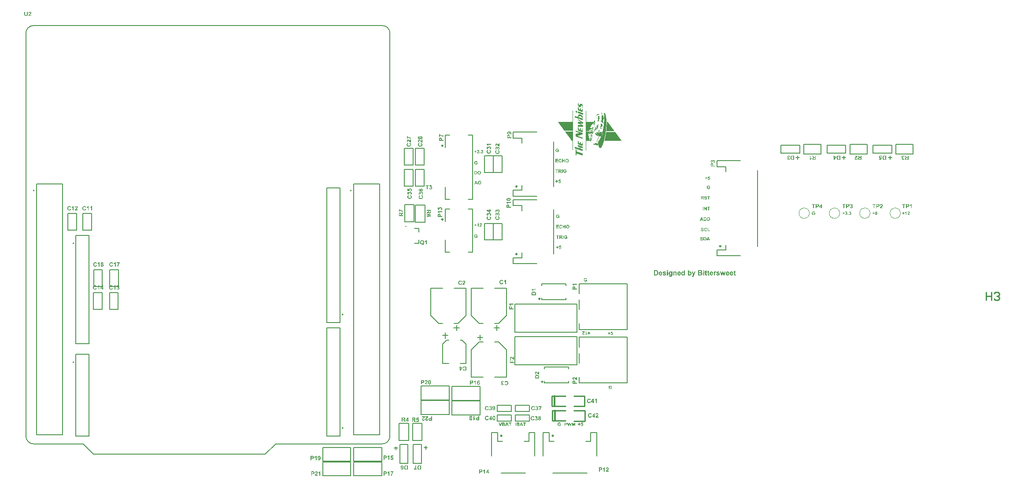
<source format=gto>
G04*
G04 #@! TF.GenerationSoftware,Altium Limited,Altium Designer,21.3.2 (30)*
G04*
G04 Layer_Color=65535*
%FSTAX25Y25*%
%MOIN*%
G70*
G04*
G04 #@! TF.SameCoordinates,48149F28-A3BA-4D36-B73A-A2ABBD85C276*
G04*
G04*
G04 #@! TF.FilePolarity,Positive*
G04*
G01*
G75*
%ADD10C,0.00984*%
%ADD11C,0.00000*%
%ADD12C,0.00394*%
%ADD13C,0.00787*%
%ADD14C,0.00500*%
%ADD15C,0.00600*%
%ADD16C,0.01000*%
%ADD17C,0.01300*%
G36*
X0443519Y039841D02*
X0443571D01*
Y0398392D01*
X0443623D01*
Y0398375D01*
X0443675D01*
Y0398358D01*
X0443744D01*
Y039834D01*
X0443796D01*
Y0398323D01*
X0443848D01*
Y0398306D01*
X0443899D01*
Y0398288D01*
X0443951D01*
Y0398271D01*
X0444003D01*
Y0398254D01*
X0444038D01*
Y0398098D01*
X044402D01*
Y0397476D01*
X0444038D01*
Y0397337D01*
X0444055D01*
Y0397251D01*
X0444072D01*
Y0397182D01*
X044409D01*
Y039713D01*
X0444107D01*
Y0397095D01*
X0444124D01*
Y0397061D01*
X0444141D01*
Y0397026D01*
X0444159D01*
Y0397009D01*
X0444176D01*
Y0396974D01*
X0444193D01*
Y0396957D01*
X0444211D01*
Y039694D01*
X0444228D01*
Y0396922D01*
X0444245D01*
Y0396905D01*
X044428D01*
Y0396888D01*
X0444314D01*
Y039687D01*
X0444349D01*
Y0396853D01*
X044447D01*
Y039687D01*
X0444504D01*
Y0396888D01*
X0444522D01*
Y0396905D01*
X0444539D01*
Y0396922D01*
X0444556D01*
Y039694D01*
X0444574D01*
Y0396957D01*
X0444591D01*
Y0396974D01*
X0444608D01*
Y0397009D01*
X0444626D01*
Y0397043D01*
X0444643D01*
Y0397078D01*
X044466D01*
Y0397113D01*
X0444677D01*
Y0397147D01*
X0444695D01*
Y0397199D01*
X0444712D01*
Y0397251D01*
X0444729D01*
Y0397303D01*
X0444747D01*
Y0397355D01*
X0444764D01*
Y0397407D01*
X0444781D01*
Y0397458D01*
X0444799D01*
Y039751D01*
X0444816D01*
Y0397562D01*
X0444833D01*
Y0397614D01*
X044485D01*
Y0397666D01*
X0444868D01*
Y0397701D01*
X0444885D01*
Y0397735D01*
X0444902D01*
Y039777D01*
X0444919D01*
Y0397787D01*
X0444937D01*
Y0397821D01*
X0444954D01*
Y0397839D01*
X0444971D01*
Y0397856D01*
X0444989D01*
Y0397873D01*
X0445006D01*
Y0397891D01*
X0445023D01*
Y0397908D01*
X0445041D01*
Y0397925D01*
X0445058D01*
Y0397943D01*
X0445092D01*
Y039796D01*
X044511D01*
Y0397977D01*
X0445144D01*
Y0397994D01*
X0445179D01*
Y0398012D01*
X0445231D01*
Y0398029D01*
X0445265D01*
Y0398046D01*
X0445352D01*
Y0398064D01*
X0445525D01*
Y0398081D01*
X0445611D01*
Y0398064D01*
X0445732D01*
Y0398046D01*
X0445801D01*
Y0398029D01*
X0445871D01*
Y0398012D01*
X0445923D01*
Y0397994D01*
X0445974D01*
Y0397977D01*
X0446009D01*
Y039796D01*
X0446061D01*
Y0397943D01*
X0446095D01*
Y0397925D01*
X044613D01*
Y0397908D01*
X0446165D01*
Y0397891D01*
X0446199D01*
Y0397873D01*
X0446234D01*
Y0397856D01*
X0446251D01*
Y0397839D01*
X0446286D01*
Y0397821D01*
X044632D01*
Y0397804D01*
X0446338D01*
Y0397787D01*
X0446372D01*
Y039777D01*
X0446389D01*
Y0397752D01*
X0446407D01*
Y0397735D01*
X0446441D01*
Y0397718D01*
X0446458D01*
Y0397701D01*
X0446476D01*
Y0397683D01*
X0446493D01*
Y0397666D01*
X0446528D01*
Y0397649D01*
X0446545D01*
Y0397631D01*
X0446562D01*
Y0397614D01*
X044658D01*
Y0397597D01*
X0446597D01*
Y039758D01*
X0446614D01*
Y0397562D01*
X0446631D01*
Y0397545D01*
X0446649D01*
Y0397528D01*
X0446666D01*
Y039751D01*
X0446683D01*
Y0397476D01*
X0446701D01*
Y0397458D01*
X0446718D01*
Y0397441D01*
X0446735D01*
Y0397424D01*
X0446753D01*
Y0397407D01*
X044677D01*
Y0397372D01*
X0446787D01*
Y0397355D01*
X0446804D01*
Y0397337D01*
X0446822D01*
Y0397303D01*
X0446839D01*
Y0397286D01*
X0446856D01*
Y0397251D01*
X0446874D01*
Y0397234D01*
X0446891D01*
Y0397199D01*
X0446908D01*
Y0397182D01*
X0446925D01*
Y0397147D01*
X0446943D01*
Y0397113D01*
X044696D01*
Y0397078D01*
X0446977D01*
Y0397043D01*
X0446995D01*
Y0397009D01*
X0447012D01*
Y0396974D01*
X0447029D01*
Y039694D01*
X0447047D01*
Y0396905D01*
X0447064D01*
Y0396853D01*
X0447081D01*
Y0396801D01*
X0447098D01*
Y0396749D01*
X0447116D01*
Y0396698D01*
X0447133D01*
Y0396628D01*
X044715D01*
Y0396559D01*
X0447167D01*
Y0396473D01*
X0447185D01*
Y0396317D01*
X0447202D01*
Y0394865D01*
X0447185D01*
Y0394882D01*
X0447133D01*
Y0394899D01*
X0447081D01*
Y0394917D01*
X0447029D01*
Y0394934D01*
X0446977D01*
Y0394951D01*
X0446925D01*
Y0394968D01*
X0446874D01*
Y0394986D01*
X0446822D01*
Y0395003D01*
X044677D01*
Y039502D01*
X0446735D01*
Y0395038D01*
X0446683D01*
Y0395055D01*
X0446649D01*
Y0396092D01*
X0446631D01*
Y03963D01*
X0446614D01*
Y0396386D01*
X0446597D01*
Y0396438D01*
X044658D01*
Y039649D01*
X0446562D01*
Y0396525D01*
X0446545D01*
Y0396559D01*
X0446528D01*
Y0396594D01*
X044651D01*
Y0396611D01*
X0446493D01*
Y0396646D01*
X0446476D01*
Y0396663D01*
X0446458D01*
Y039668D01*
X0446441D01*
Y0396698D01*
X0446424D01*
Y0396715D01*
X0446407D01*
Y0396732D01*
X0446372D01*
Y0396749D01*
X0446355D01*
Y0396767D01*
X0446338D01*
Y0396784D01*
X0446286D01*
Y0396801D01*
X0446251D01*
Y0396819D01*
X0446199D01*
Y0396836D01*
X0446061D01*
Y0396819D01*
X0446026D01*
Y0396801D01*
X0445992D01*
Y0396784D01*
X0445974D01*
Y0396767D01*
X044594D01*
Y0396749D01*
X0445923D01*
Y0396732D01*
X0445905D01*
Y0396698D01*
X0445888D01*
Y039668D01*
X0445871D01*
Y0396663D01*
X0445853D01*
Y0396628D01*
X0445836D01*
Y0396594D01*
X0445819D01*
Y0396559D01*
X0445801D01*
Y0396525D01*
X0445784D01*
Y039649D01*
X0445767D01*
Y0396421D01*
X044575D01*
Y0396369D01*
X0445732D01*
Y0396317D01*
X0445715D01*
Y0396248D01*
X0445698D01*
Y0396196D01*
X044568D01*
Y0396144D01*
X0445663D01*
Y0396075D01*
X0445646D01*
Y0396023D01*
X0445628D01*
Y0395989D01*
X0445611D01*
Y0395937D01*
X0445594D01*
Y0395868D01*
X0445577D01*
Y0395833D01*
X0445559D01*
Y0395798D01*
X0445542D01*
Y0395781D01*
X0445525D01*
Y0395746D01*
X0445507D01*
Y0395729D01*
X044549D01*
Y0395712D01*
X0445473D01*
Y0395695D01*
X0445456D01*
Y039566D01*
X0445438D01*
Y0395643D01*
X0445404D01*
Y0395625D01*
X0445386D01*
Y0395608D01*
X0445369D01*
Y0395591D01*
X0445335D01*
Y0395574D01*
X04453D01*
Y0395556D01*
X0445265D01*
Y0395539D01*
X0445231D01*
Y0395522D01*
X0445144D01*
Y0395504D01*
X044485D01*
Y0395522D01*
X0444764D01*
Y0395539D01*
X0444712D01*
Y0395556D01*
X044466D01*
Y0395574D01*
X0444608D01*
Y0395591D01*
X0444574D01*
Y0395608D01*
X0444522D01*
Y0395625D01*
X0444487D01*
Y0395643D01*
X0444453D01*
Y039566D01*
X0444418D01*
Y0395677D01*
X0444401D01*
Y0395695D01*
X0444366D01*
Y0395712D01*
X0444332D01*
Y0395729D01*
X0444314D01*
Y0395746D01*
X044428D01*
Y0395764D01*
X0444263D01*
Y0395781D01*
X0444228D01*
Y0395798D01*
X0444211D01*
Y0395816D01*
X0444193D01*
Y0395833D01*
X0444176D01*
Y039585D01*
X0444141D01*
Y0395868D01*
X0444124D01*
Y0395885D01*
X0444107D01*
Y0395902D01*
X044409D01*
Y0395919D01*
X0444072D01*
Y0395937D01*
X0444055D01*
Y0395954D01*
X0444038D01*
Y0395971D01*
X044402D01*
Y0395989D01*
X0444003D01*
Y0396006D01*
X0443986D01*
Y0396023D01*
X0443968D01*
Y0396041D01*
X0443951D01*
Y0396058D01*
X0443934D01*
Y0396075D01*
X0443917D01*
Y039611D01*
X0443899D01*
Y0396127D01*
X0443882D01*
Y0396144D01*
X0443865D01*
Y0396162D01*
X0443848D01*
Y0396196D01*
X044383D01*
Y0396213D01*
X0443813D01*
Y0396248D01*
X0443796D01*
Y0396265D01*
X0443778D01*
Y03963D01*
X0443761D01*
Y0396334D01*
X0443744D01*
Y0396352D01*
X0443726D01*
Y0396386D01*
X0443709D01*
Y0396421D01*
X0443692D01*
Y0396456D01*
X0443675D01*
Y0396507D01*
X0443657D01*
Y0396542D01*
X044364D01*
Y0396594D01*
X0443623D01*
Y0396646D01*
X0443605D01*
Y0396698D01*
X0443588D01*
Y0396749D01*
X0443571D01*
Y0396819D01*
X0443553D01*
Y0396888D01*
X0443536D01*
Y0396957D01*
X0443519D01*
Y0397061D01*
X0443502D01*
Y0397182D01*
X0443484D01*
Y0398427D01*
X0443519D01*
Y039841D01*
D02*
G37*
G36*
X0443536Y0395487D02*
X0443588D01*
Y039547D01*
X044364D01*
Y0395453D01*
X0443675D01*
Y0395435D01*
X0443744D01*
Y0395418D01*
X0443796D01*
Y0395401D01*
X0443848D01*
Y0395383D01*
X0443899D01*
Y0395366D01*
X0443951D01*
Y0395349D01*
X0444003D01*
Y0395332D01*
X0444038D01*
Y0394277D01*
X0444055D01*
Y0394208D01*
X0444072D01*
Y0394156D01*
X044409D01*
Y0394121D01*
X0444107D01*
Y0394087D01*
X0444124D01*
Y0394069D01*
X0444141D01*
Y0394052D01*
X0444159D01*
Y0394035D01*
X0444176D01*
Y0394017D01*
X0444193D01*
Y0394D01*
X0444211D01*
Y0393983D01*
X0444245D01*
Y0393966D01*
X0444263D01*
Y0393948D01*
X044428D01*
Y0393931D01*
X0444314D01*
Y0393914D01*
X0444349D01*
Y0393896D01*
X0444366D01*
Y0393879D01*
X0444401D01*
Y0393862D01*
X0444453D01*
Y0393844D01*
X0444487D01*
Y0393827D01*
X0444539D01*
Y039381D01*
X0444574D01*
Y0393793D01*
X0444643D01*
Y0393775D01*
X0444712D01*
Y0393758D01*
X0444764D01*
Y0393741D01*
X0444833D01*
Y0393723D01*
X0444885D01*
Y0393706D01*
X0444937D01*
Y0393689D01*
X0444989D01*
Y0393671D01*
X0445041D01*
Y0393654D01*
X0445075D01*
Y0394813D01*
X044511D01*
Y0394795D01*
X0445162D01*
Y0394778D01*
X0445214D01*
Y0394761D01*
X0445265D01*
Y0394744D01*
X0445335D01*
Y0394726D01*
X0445386D01*
Y0394709D01*
X0445438D01*
Y0394692D01*
X044549D01*
Y0394674D01*
X0445542D01*
Y0394657D01*
X0445594D01*
Y039464D01*
X0445628D01*
Y0393447D01*
X044568D01*
Y0393429D01*
X0445732D01*
Y0393412D01*
X0445784D01*
Y0393395D01*
X0445836D01*
Y0393377D01*
X0445871D01*
Y039336D01*
X0445905D01*
Y0393343D01*
X0445957D01*
Y0393326D01*
X0445992D01*
Y0393308D01*
X0446043D01*
Y0393291D01*
X0446095D01*
Y0393274D01*
X0446165D01*
Y0393256D01*
X0446216D01*
Y0393239D01*
X0446303D01*
Y0393222D01*
X0446493D01*
Y0393239D01*
X0446528D01*
Y0393256D01*
X0446562D01*
Y0393274D01*
X044658D01*
Y0393291D01*
X0446597D01*
Y0393326D01*
X0446614D01*
Y0393377D01*
X0446631D01*
Y0394D01*
X0446649D01*
Y0394501D01*
X0446666D01*
Y0394484D01*
X0446701D01*
Y0394467D01*
X0446753D01*
Y039445D01*
X0446804D01*
Y0394432D01*
X0446856D01*
Y0394415D01*
X0446925D01*
Y0394398D01*
X0446977D01*
Y039438D01*
X0447029D01*
Y0394363D01*
X0447081D01*
Y0394346D01*
X0447133D01*
Y0394329D01*
X0447185D01*
Y0394311D01*
X0447202D01*
Y0393256D01*
Y0393239D01*
Y039234D01*
X0447185D01*
Y0392271D01*
X0447167D01*
Y0392202D01*
X044715D01*
Y039215D01*
X0447133D01*
Y0392115D01*
X0447116D01*
Y0392081D01*
X0447098D01*
Y0392046D01*
X0447081D01*
Y0392029D01*
X0447064D01*
Y0392011D01*
X0447047D01*
Y0391994D01*
X0447012D01*
Y0391977D01*
X0446995D01*
Y039196D01*
X044696D01*
Y0391942D01*
X0446908D01*
Y0391925D01*
X0446614D01*
Y0391942D01*
X0446528D01*
Y039196D01*
X0446458D01*
Y0391977D01*
X0446407D01*
Y0391994D01*
X0446355D01*
Y0392011D01*
X0446303D01*
Y0392029D01*
X0446251D01*
Y0392046D01*
X0446199D01*
Y0392063D01*
X0446147D01*
Y0392081D01*
X0446095D01*
Y0392098D01*
X0446043D01*
Y0392115D01*
X0445992D01*
Y0392132D01*
X044594D01*
Y039215D01*
X0445888D01*
Y0392167D01*
X0445836D01*
Y0392184D01*
X0445784D01*
Y0392202D01*
X0445732D01*
Y0392219D01*
X0445698D01*
Y0392236D01*
X0445646D01*
Y0392254D01*
X0445594D01*
Y0392271D01*
X0445542D01*
Y0392288D01*
X044549D01*
Y0392305D01*
X0445438D01*
Y0392323D01*
X0445386D01*
Y039234D01*
X0445335D01*
Y0392357D01*
X0445283D01*
Y0392375D01*
X0445231D01*
Y0392392D01*
X0445179D01*
Y0392409D01*
X0445127D01*
Y0392426D01*
X0445075D01*
Y0392444D01*
X0445023D01*
Y0392461D01*
X0444971D01*
Y0392478D01*
X0444937D01*
Y0392496D01*
X0444885D01*
Y0392513D01*
X0444833D01*
Y039253D01*
X0444781D01*
Y0392547D01*
X0444729D01*
Y0392565D01*
X0444677D01*
Y0392582D01*
X0444626D01*
Y0392599D01*
X0444574D01*
Y0392617D01*
X0444522D01*
Y0392634D01*
X044447D01*
Y0392651D01*
X0444418D01*
Y0392669D01*
X0444366D01*
Y0392686D01*
X0444314D01*
Y0392703D01*
X044428D01*
Y039272D01*
X0444228D01*
Y0392738D01*
X0444193D01*
Y0392755D01*
X0444141D01*
Y0392772D01*
X0444107D01*
Y039279D01*
X0444072D01*
Y0392807D01*
X0444038D01*
Y0392824D01*
X0444003D01*
Y0392842D01*
X0443968D01*
Y0392859D01*
X0443951D01*
Y0392876D01*
X0443917D01*
Y0392893D01*
X0443899D01*
Y0392911D01*
X0443865D01*
Y0392928D01*
X0443848D01*
Y0392945D01*
X044383D01*
Y0392963D01*
X0443796D01*
Y039298D01*
X0443778D01*
Y0392997D01*
X0443761D01*
Y0393014D01*
X0443744D01*
Y0393032D01*
X0443726D01*
Y0393049D01*
X0443709D01*
Y0393066D01*
X0443692D01*
Y0393084D01*
X0443675D01*
Y0393118D01*
X0443657D01*
Y0393135D01*
X044364D01*
Y039317D01*
X0443623D01*
Y0393187D01*
X0443605D01*
Y0393222D01*
X0443588D01*
Y0393256D01*
X0443571D01*
Y0393308D01*
X0443553D01*
Y0393343D01*
X0443536D01*
Y0393395D01*
X0443519D01*
Y0393464D01*
X0443502D01*
Y039355D01*
X0443484D01*
Y0395504D01*
X0443536D01*
Y0395487D01*
D02*
G37*
G36*
X0442118Y0392738D02*
X0442205D01*
Y039272D01*
X0442257D01*
Y0392703D01*
X0442309D01*
Y0392686D01*
X0442343D01*
Y0392669D01*
X0442378D01*
Y0392651D01*
X0442412D01*
Y0392634D01*
X0442447D01*
Y0392617D01*
X0442481D01*
Y0392599D01*
X0442499D01*
Y0392582D01*
X0442533D01*
Y0392565D01*
X0442551D01*
Y0392547D01*
X0442585D01*
Y039253D01*
X0442602D01*
Y0392513D01*
X044262D01*
Y0392496D01*
X0442637D01*
Y0392478D01*
X0442654D01*
Y0392461D01*
X0442672D01*
Y0392444D01*
X0442689D01*
Y0392426D01*
X0442706D01*
Y0392392D01*
X0442724D01*
Y0392375D01*
X0442741D01*
Y0392357D01*
X0442758D01*
Y0392323D01*
X0442775D01*
Y0392288D01*
X0442793D01*
Y0392254D01*
X044281D01*
Y0392236D01*
X0442827D01*
Y0392184D01*
X0442844D01*
Y039215D01*
X0442862D01*
Y0392098D01*
X0442879D01*
Y0392046D01*
X0442896D01*
Y039196D01*
X0442914D01*
Y0391925D01*
Y0391908D01*
Y03917D01*
X0442896D01*
Y0391648D01*
X0442879D01*
Y0391614D01*
X0442862D01*
Y0391579D01*
X0442844D01*
Y0391562D01*
X0442827D01*
Y0391545D01*
X044281D01*
Y0391527D01*
X0442793D01*
Y039151D01*
X0442775D01*
Y0391493D01*
X0442758D01*
Y0391475D01*
X0442741D01*
Y0391458D01*
X0442706D01*
Y0391441D01*
X0442672D01*
Y0391424D01*
X0442637D01*
Y0391406D01*
X0442533D01*
Y0391389D01*
X0442499D01*
Y0391406D01*
X0442378D01*
Y0391424D01*
X0442309D01*
Y0391441D01*
X0442257D01*
Y0391458D01*
X0442222D01*
Y0391475D01*
X044217D01*
Y0391493D01*
X0442135D01*
Y039151D01*
X0442101D01*
Y0391527D01*
X0442084D01*
Y0391545D01*
X0442049D01*
Y0391562D01*
X0442032D01*
Y0391579D01*
X0441997D01*
Y0391597D01*
X044198D01*
Y0391614D01*
X0441963D01*
Y0391631D01*
X0441945D01*
Y0391648D01*
X0441928D01*
Y0391666D01*
X0441911D01*
Y0391683D01*
X0441893D01*
Y03917D01*
X0441876D01*
Y0391718D01*
X0441859D01*
Y0391752D01*
X0441842D01*
Y0391769D01*
X0441824D01*
Y0391804D01*
X0441807D01*
Y0391821D01*
X044179D01*
Y0391856D01*
X0441772D01*
Y039189D01*
X0441755D01*
Y0391942D01*
X0441738D01*
Y0391977D01*
X0441721D01*
Y0392029D01*
X0441703D01*
Y0392115D01*
X0441686D01*
Y0392409D01*
X0441703D01*
Y0392478D01*
X0441721D01*
Y0392513D01*
X0441738D01*
Y0392547D01*
X0441755D01*
Y0392582D01*
X0441772D01*
Y0392599D01*
X044179D01*
Y0392617D01*
X0441807D01*
Y0392651D01*
X0441824D01*
Y0392669D01*
X0441842D01*
Y0392686D01*
X0441876D01*
Y0392703D01*
X0441911D01*
Y039272D01*
X0441945D01*
Y0392738D01*
X0441997D01*
Y0392755D01*
X0442118D01*
Y0392738D01*
D02*
G37*
G36*
X0461053Y0391164D02*
X0461036D01*
Y0391181D01*
X0461053D01*
Y0391164D01*
D02*
G37*
G36*
X0461589Y0391147D02*
X0461572D01*
Y0391164D01*
X0461589D01*
Y0391147D01*
D02*
G37*
G36*
X0461018D02*
X0461001D01*
Y0391164D01*
X0461018D01*
Y0391147D01*
D02*
G37*
G36*
X0461727Y0391112D02*
X046171D01*
Y039113D01*
X0461727D01*
Y0391112D01*
D02*
G37*
G36*
X0461917Y039106D02*
X0461969D01*
Y0391043D01*
X0461917D01*
Y039106D01*
X0461866D01*
Y0391078D01*
X0461917D01*
Y039106D01*
D02*
G37*
G36*
X0461796Y0391026D02*
X0461814D01*
Y0391008D01*
X0461796D01*
Y0391026D01*
X0461745D01*
Y0391043D01*
X0461796D01*
Y0391026D01*
D02*
G37*
G36*
X0461036Y0390991D02*
X0461018D01*
Y0391008D01*
X0461036D01*
Y0390991D01*
D02*
G37*
G36*
X0463387Y0391095D02*
X0463456D01*
Y0391078D01*
X0463508D01*
Y039106D01*
X0463543D01*
Y0391043D01*
X0463578D01*
Y0391026D01*
X0463612D01*
Y0391008D01*
X0463647D01*
Y0390991D01*
X0463664D01*
Y0390974D01*
X0463698D01*
Y0390957D01*
X0463716D01*
Y0390939D01*
X0463733D01*
Y0390922D01*
X046375D01*
Y0390905D01*
X0463768D01*
Y0390887D01*
X0463785D01*
Y039087D01*
X0463802D01*
Y0390853D01*
X046382D01*
Y0390836D01*
X0463837D01*
Y0390818D01*
X0463854D01*
Y0390801D01*
X0463871D01*
Y0390784D01*
X0463889D01*
Y0390749D01*
X0463906D01*
Y0390732D01*
X0463923D01*
Y0390715D01*
X0463941D01*
Y0390697D01*
X0463958D01*
Y0390663D01*
X0463975D01*
Y0390628D01*
X0463993D01*
Y0390611D01*
X046401D01*
Y0390576D01*
X0464027D01*
Y0390559D01*
X0464044D01*
Y0390524D01*
X0464062D01*
Y039049D01*
X0464079D01*
Y0390455D01*
X0464096D01*
Y0390421D01*
X0464114D01*
Y0390403D01*
X0464131D01*
Y0390352D01*
X0464148D01*
Y0390317D01*
X0464165D01*
Y0390282D01*
X0464183D01*
Y0390248D01*
X04642D01*
Y0390213D01*
X0464217D01*
Y0390161D01*
X0464235D01*
Y0390127D01*
X0464252D01*
Y0390075D01*
X0464269D01*
Y039004D01*
X0464287D01*
Y0389988D01*
X0464304D01*
Y0389936D01*
X0464321D01*
Y0389902D01*
X0464338D01*
Y038985D01*
X0464356D01*
Y0389798D01*
X0464373D01*
Y0389729D01*
X046439D01*
Y0389677D01*
X0464407D01*
Y0389625D01*
X0464425D01*
Y0389556D01*
X0464442D01*
Y0389504D01*
X0464459D01*
Y0389435D01*
X0464477D01*
Y0389366D01*
X0464494D01*
Y0389297D01*
X0464511D01*
Y0389228D01*
X0464529D01*
Y0389158D01*
X0464546D01*
Y0389072D01*
X0464563D01*
Y0389003D01*
X046458D01*
Y0388916D01*
X0464598D01*
Y038883D01*
X0464615D01*
Y0388743D01*
X0464632D01*
Y0388657D01*
X046465D01*
Y0388553D01*
X0464667D01*
Y0388449D01*
X0464684D01*
Y0388346D01*
X0464702D01*
Y0388242D01*
X0464719D01*
Y0388104D01*
X0464736D01*
Y0387983D01*
X0464753D01*
Y0387861D01*
X0464771D01*
Y0387723D01*
X0464788D01*
Y0387567D01*
X0464805D01*
Y0387429D01*
X0464822D01*
Y0387256D01*
X046484D01*
Y0387066D01*
X0464857D01*
Y0386859D01*
X0464874D01*
Y0386651D01*
X0464892D01*
Y0386392D01*
X0464909D01*
Y0386098D01*
X0464926D01*
Y0385752D01*
X0464944D01*
Y038525D01*
X0464961D01*
Y0382968D01*
X0464944D01*
Y0382397D01*
X0464926D01*
Y0381982D01*
X0464909D01*
Y0381636D01*
X0464892D01*
Y0381308D01*
X0464874D01*
Y0381014D01*
X0464857D01*
Y0380737D01*
X046484D01*
Y0380495D01*
X0464822D01*
Y0380253D01*
X0464805D01*
Y0380046D01*
X0464788D01*
Y0379838D01*
X0464771D01*
Y037963D01*
X0464753D01*
Y0379423D01*
X0464736D01*
Y037925D01*
X0464719D01*
Y037906D01*
X0464702D01*
Y037887D01*
X0464684D01*
Y0378697D01*
X0464667D01*
Y0378541D01*
X046465D01*
Y0378368D01*
X0464632D01*
Y0378195D01*
X0464615D01*
Y0378057D01*
X0464598D01*
Y0377901D01*
X046458D01*
Y0377746D01*
X0464563D01*
Y037759D01*
X0464546D01*
Y0377452D01*
X0464529D01*
Y0377313D01*
X0464511D01*
Y0377175D01*
X0464494D01*
Y0377037D01*
X0464477D01*
Y0376898D01*
X0464459D01*
Y037676D01*
X0464442D01*
Y0376639D01*
X0464425D01*
Y0376518D01*
X0464407D01*
Y037638D01*
X046439D01*
Y0376259D01*
X0464373D01*
Y0376137D01*
X0464356D01*
Y0376086D01*
Y0376068D01*
Y0376016D01*
X0464338D01*
Y0375895D01*
X0464321D01*
Y0375774D01*
X0464304D01*
Y0375653D01*
X0464287D01*
Y0375532D01*
X0464269D01*
Y0375429D01*
X0464252D01*
Y0375307D01*
X0464235D01*
Y0375204D01*
X0464217D01*
Y03751D01*
X04642D01*
Y0374996D01*
X0464183D01*
Y0374875D01*
X0464165D01*
Y0374771D01*
X0464148D01*
Y0374668D01*
X0464131D01*
Y0374564D01*
X0464114D01*
Y037446D01*
X0464096D01*
Y0374356D01*
X0464079D01*
Y0374253D01*
X0464062D01*
Y0374149D01*
X0464044D01*
Y0374062D01*
X0464027D01*
Y0373976D01*
X046401D01*
Y0373872D01*
X0463993D01*
Y0373768D01*
X0463975D01*
Y0373682D01*
X0463958D01*
Y0373578D01*
X0463941D01*
Y0373492D01*
X0463923D01*
Y0373405D01*
X0463906D01*
Y0373319D01*
X0463889D01*
Y0373233D01*
X0463871D01*
Y0373129D01*
X0463854D01*
Y0373042D01*
X0463837D01*
Y0372956D01*
X046382D01*
Y0372869D01*
X0463802D01*
Y0372783D01*
X0463785D01*
Y0372696D01*
X0463768D01*
Y037261D01*
X046375D01*
Y0372523D01*
X0463733D01*
Y0372454D01*
X0463716D01*
Y0372368D01*
X0463698D01*
Y0372281D01*
X0463681D01*
Y0372195D01*
X0463664D01*
Y0372126D01*
X0463647D01*
Y0372039D01*
X0463629D01*
Y0371953D01*
X0463612D01*
Y0371884D01*
X0463595D01*
Y0371797D01*
X0463578D01*
Y0371728D01*
X046356D01*
Y0371642D01*
X0463543D01*
Y0371572D01*
X0463526D01*
Y0371503D01*
X0463508D01*
Y0371417D01*
X0463491D01*
Y0371348D01*
X0463474D01*
Y0371279D01*
X0463456D01*
Y0371192D01*
X0463439D01*
Y0371123D01*
X0463422D01*
Y0371054D01*
X0463405D01*
Y0370985D01*
X0463387D01*
Y0370915D01*
X046337D01*
Y0370846D01*
X0463353D01*
Y0370777D01*
X0463335D01*
Y0370708D01*
X0463318D01*
Y0370621D01*
X0463301D01*
Y0370569D01*
X0463283D01*
Y03705D01*
X0463266D01*
Y0370431D01*
X0463249D01*
Y0370362D01*
X0463232D01*
Y0370293D01*
X0463214D01*
Y0370224D01*
X0463197D01*
Y0370155D01*
X046318D01*
Y0370085D01*
X0463163D01*
Y0370034D01*
X0463145D01*
Y0369964D01*
X0463128D01*
Y0369912D01*
X0463111D01*
Y0369843D01*
X0463093D01*
Y0369774D01*
X0463076D01*
Y0369722D01*
X0463059D01*
Y0369653D01*
X0463041D01*
Y0369584D01*
X0463024D01*
Y0369532D01*
X0463007D01*
Y0369463D01*
X046299D01*
Y0369411D01*
X0462972D01*
Y0369342D01*
X0462955D01*
Y036929D01*
X0462938D01*
Y0369238D01*
X046292D01*
Y0369169D01*
X0462903D01*
Y0369117D01*
X0462886D01*
Y0369048D01*
X0462868D01*
Y0368996D01*
X0462851D01*
Y0368944D01*
X0462834D01*
Y0368892D01*
X0462817D01*
Y0368823D01*
X0462799D01*
Y0368771D01*
X0462782D01*
Y0368719D01*
X0462765D01*
Y0368667D01*
X0462747D01*
Y0368598D01*
X046273D01*
Y0368546D01*
X0462713D01*
Y0368495D01*
X0462696D01*
Y0368443D01*
X0462678D01*
Y0368391D01*
X0462661D01*
Y0368339D01*
X0462644D01*
Y0368287D01*
X0462626D01*
Y0368235D01*
X0462609D01*
Y0368183D01*
X0462592D01*
Y0368131D01*
X0462575D01*
Y0368079D01*
X0462557D01*
Y0368028D01*
X046254D01*
Y0367976D01*
X0462523D01*
Y0367941D01*
X0462505D01*
Y0367889D01*
X0462488D01*
Y0367837D01*
X0462471D01*
Y0367786D01*
X0462454D01*
Y0367734D01*
X0462436D01*
Y0367682D01*
X0462419D01*
Y0367647D01*
X0462402D01*
Y0367595D01*
X0462384D01*
Y0367543D01*
X0462367D01*
Y0367509D01*
X046235D01*
Y0367457D01*
X0462332D01*
Y0367405D01*
X0462315D01*
Y0367371D01*
X0462298D01*
Y0367319D01*
X0462281D01*
Y0367267D01*
X0462263D01*
Y0367232D01*
X0462246D01*
Y036718D01*
X0462229D01*
Y0367146D01*
X0462211D01*
Y0367094D01*
X0462194D01*
Y0367059D01*
X0462177D01*
Y0367007D01*
X046216D01*
Y0366973D01*
X0462142D01*
Y0366921D01*
X0462125D01*
Y0366886D01*
X0462108D01*
Y0366852D01*
X046209D01*
Y03668D01*
X0462073D01*
Y0366765D01*
X0462056D01*
Y0366731D01*
X0462039D01*
Y0366679D01*
X0462021D01*
Y0366644D01*
X0462004D01*
Y036661D01*
X0461987D01*
Y0366575D01*
X0461969D01*
Y0366523D01*
X0461952D01*
Y0366489D01*
X0461935D01*
Y0366454D01*
X0461917D01*
Y036642D01*
X04619D01*
Y0366385D01*
X0461883D01*
Y036635D01*
X0461866D01*
Y0366298D01*
X0461848D01*
Y0366264D01*
X0461831D01*
Y0366229D01*
X0461814D01*
Y0366195D01*
X0461796D01*
Y036616D01*
X0461779D01*
Y0366125D01*
X0461762D01*
Y0366091D01*
X0461745D01*
Y0366056D01*
X0461727D01*
Y0366022D01*
X046171D01*
Y0365987D01*
X0461693D01*
Y0365953D01*
X0461675D01*
Y0365935D01*
X0461658D01*
Y0365901D01*
X0461641D01*
Y0365866D01*
X0461623D01*
Y0365832D01*
X0461606D01*
Y0365797D01*
X0461589D01*
Y036578D01*
X0461572D01*
Y0365745D01*
X0461554D01*
Y036571D01*
X0461537D01*
Y0365676D01*
X046152D01*
Y0365659D01*
X0461503D01*
Y0365624D01*
X0461485D01*
Y0365589D01*
X0461468D01*
Y0365572D01*
X0461451D01*
Y0365538D01*
X0461433D01*
Y0365503D01*
X0461416D01*
Y0365486D01*
X0461399D01*
Y0365451D01*
X0461381D01*
Y0365417D01*
X0461364D01*
Y0365399D01*
X0461347D01*
Y0365382D01*
X046133D01*
Y0365347D01*
X0461312D01*
Y036533D01*
X0461295D01*
Y0365296D01*
X0461278D01*
Y0365278D01*
X046126D01*
Y0365244D01*
X0461243D01*
Y0365226D01*
X0461226D01*
Y0365209D01*
X0461208D01*
Y0365175D01*
X0461191D01*
Y0365157D01*
X0461174D01*
Y036514D01*
X0461157D01*
Y0365105D01*
X0461139D01*
Y0365088D01*
X0461122D01*
Y0365071D01*
X0461105D01*
Y0365053D01*
X0461088D01*
Y0365019D01*
X046107D01*
Y0365002D01*
X0461053D01*
Y0364984D01*
X0461036D01*
Y0364967D01*
X0461018D01*
Y036495D01*
X0461001D01*
Y0364932D01*
X0460984D01*
Y0364915D01*
X0460966D01*
Y0364898D01*
X0460949D01*
Y036488D01*
X0460932D01*
Y0364846D01*
X0460915D01*
Y0364829D01*
X046088D01*
Y0364811D01*
X0460863D01*
Y0364794D01*
X0460845D01*
Y0364777D01*
X0460828D01*
Y0364759D01*
X0460811D01*
Y0364742D01*
X0460793D01*
Y0364725D01*
X0460759D01*
Y0364708D01*
X0460742D01*
Y036469D01*
X0460724D01*
Y0364673D01*
X046069D01*
Y0364656D01*
X0460673D01*
Y0364638D01*
X0460638D01*
Y0364621D01*
X0460621D01*
Y0364604D01*
X0460586D01*
Y0364586D01*
X0460551D01*
Y0364569D01*
X0460517D01*
Y0364552D01*
X0460482D01*
Y0364535D01*
X046043D01*
Y0364517D01*
X0460361D01*
Y03645D01*
X0460102D01*
Y0364517D01*
X0460033D01*
Y0364535D01*
X0459998D01*
Y0364552D01*
X0459946D01*
Y0364569D01*
X0459929D01*
Y0364586D01*
X0459894D01*
Y0364604D01*
X045986D01*
Y0364621D01*
X0459842D01*
Y0364638D01*
X0459825D01*
Y0364656D01*
X0459791D01*
Y0364673D01*
X0459773D01*
Y036469D01*
X0459756D01*
Y0364708D01*
X0459739D01*
Y0364725D01*
X0459721D01*
Y0364742D01*
X0459704D01*
Y0364759D01*
X0459687D01*
Y0364777D01*
X0459669D01*
Y0364794D01*
X0459652D01*
Y0364829D01*
X0459635D01*
Y0364846D01*
X0459618D01*
Y0364863D01*
X04596D01*
Y036488D01*
X0459583D01*
Y0364915D01*
X0459566D01*
Y0364932D01*
X0459549D01*
Y0364967D01*
X0459531D01*
Y0364984D01*
X0459514D01*
Y0365019D01*
X0459497D01*
Y0365036D01*
X0459479D01*
Y0365071D01*
X0459462D01*
Y0365105D01*
X0459445D01*
Y036514D01*
X0459427D01*
Y0365175D01*
X045941D01*
Y0365192D01*
X0459393D01*
Y0365226D01*
X0459376D01*
Y0365261D01*
X0459358D01*
Y0365296D01*
X0459341D01*
Y0365347D01*
X0459324D01*
Y0365382D01*
X0459306D01*
Y0365417D01*
X0459289D01*
Y0365468D01*
X0459272D01*
Y0365503D01*
X0459255D01*
Y0365555D01*
X0459237D01*
Y0365607D01*
X045922D01*
Y0365641D01*
X0459203D01*
Y0365693D01*
X0459185D01*
Y0365745D01*
X0459168D01*
Y0365797D01*
X0459151D01*
Y0365849D01*
X0459133D01*
Y0365901D01*
X0459116D01*
Y0365953D01*
X0459099D01*
Y0366022D01*
X0459082D01*
Y0366091D01*
X0459064D01*
Y0366143D01*
X0459047D01*
Y0366212D01*
X045903D01*
Y0366281D01*
X0459012D01*
Y036635D01*
X0458995D01*
Y036642D01*
X0458978D01*
Y0366506D01*
X0458961D01*
Y0366575D01*
X0458943D01*
Y0366644D01*
X0458926D01*
Y0366679D01*
X0458909D01*
Y0366696D01*
X0458891D01*
Y0366731D01*
X0458874D01*
Y0366765D01*
X0458857D01*
Y03668D01*
X045884D01*
Y0366834D01*
X0458718D01*
Y0366817D01*
X0458632D01*
Y03668D01*
X0458494D01*
Y0366783D01*
X0458252D01*
Y0366765D01*
X0457906D01*
Y0366783D01*
X0457594D01*
Y03668D01*
X0457404D01*
Y0366817D01*
X0457266D01*
Y0366834D01*
X0457145D01*
Y0366852D01*
X0457041D01*
Y0366869D01*
X0456955D01*
Y0366886D01*
X0456868D01*
Y0366904D01*
X0456765D01*
Y0366921D01*
X0456661D01*
Y0366938D01*
X0456574D01*
Y0366955D01*
X0456522D01*
Y0366973D01*
X0456453D01*
Y036699D01*
X0456332D01*
Y0367007D01*
X0456177D01*
Y0367025D01*
X0456055D01*
Y0367042D01*
X0455986D01*
Y0367059D01*
X0455883D01*
Y0367077D01*
X0455813D01*
Y0367094D01*
X0455727D01*
Y0367111D01*
X0455675D01*
Y0367128D01*
X0455623D01*
Y0367146D01*
X0455571D01*
Y0367163D01*
X0455519D01*
Y036718D01*
X0455468D01*
Y0367198D01*
X0455433D01*
Y0367215D01*
X0455398D01*
Y0367232D01*
X0455364D01*
Y0367249D01*
X0455329D01*
Y0367267D01*
X0455312D01*
Y0367284D01*
X0455295D01*
Y0367301D01*
X045526D01*
Y0367319D01*
X0455243D01*
Y0367336D01*
X0455226D01*
Y0367353D01*
X0455208D01*
Y0367371D01*
X0455191D01*
Y0367388D01*
X0455174D01*
Y0367405D01*
X0455156D01*
Y0367422D01*
X0455139D01*
Y0367457D01*
X0455122D01*
Y0367492D01*
X0455104D01*
Y0367543D01*
X0455087D01*
Y0367613D01*
X0455104D01*
Y0367665D01*
X0455122D01*
Y0367699D01*
X0455139D01*
Y0367734D01*
X0455156D01*
Y0367751D01*
X0455174D01*
Y0367768D01*
X0455191D01*
Y0367786D01*
X0455208D01*
Y0367803D01*
X0455243D01*
Y036782D01*
X045526D01*
Y0367837D01*
X0455277D01*
Y0367855D01*
X0455312D01*
Y0367872D01*
X0455329D01*
Y0367889D01*
X0455381D01*
Y0367907D01*
X0455416D01*
Y0367924D01*
X045545D01*
Y0367941D01*
X0455485D01*
Y0367958D01*
X0455537D01*
Y0367976D01*
X0455571D01*
Y0367993D01*
X0455623D01*
Y036801D01*
X0455692D01*
Y0368028D01*
X0455744D01*
Y0368045D01*
X0455813D01*
Y0368062D01*
X0455883D01*
Y0368079D01*
X0455969D01*
Y0368097D01*
X0456038D01*
Y0368114D01*
X0456159D01*
Y0368131D01*
X0456263D01*
Y0368149D01*
X0456367D01*
Y0368166D01*
X0456505D01*
Y0368183D01*
X0456661D01*
Y03682D01*
X0456885D01*
Y0368218D01*
X0457179D01*
Y03682D01*
X0457231D01*
Y0368183D01*
X0457266D01*
Y03682D01*
X0457301D01*
Y0368183D01*
X0457318D01*
Y03682D01*
X0457404D01*
Y0368183D01*
X0457698D01*
Y0368166D01*
X0457819D01*
Y0368149D01*
X0457889D01*
Y0368131D01*
X0457975D01*
Y0368114D01*
X0458061D01*
Y0368097D01*
X0458148D01*
Y0368079D01*
X0458269D01*
Y0368062D01*
X0458407D01*
Y0368045D01*
X0458494D01*
Y0368062D01*
X0458546D01*
Y0368079D01*
X0458563D01*
Y0368097D01*
X045858D01*
Y0368114D01*
X0458597D01*
Y0368131D01*
X0458615D01*
Y0368166D01*
X0458632D01*
Y0368183D01*
X0458649D01*
Y0368218D01*
X0458667D01*
Y0368252D01*
X0458684D01*
Y0368287D01*
X0458701D01*
Y0368322D01*
X0458718D01*
Y0368356D01*
X0458736D01*
Y0368391D01*
X0458753D01*
Y0368425D01*
X045877D01*
Y036846D01*
X0458788D01*
Y0368512D01*
X0458805D01*
Y0368546D01*
X0458822D01*
Y0368564D01*
X0458788D01*
Y0368546D01*
X045877D01*
Y0368529D01*
X0458736D01*
Y0368512D01*
X0458701D01*
Y0368495D01*
X0458667D01*
Y0368477D01*
X0458632D01*
Y036846D01*
X0458597D01*
Y0368443D01*
X0458546D01*
Y0368425D01*
X0458494D01*
Y0368408D01*
X0458459D01*
Y0368391D01*
X0458407D01*
Y0368373D01*
X0458338D01*
Y0368356D01*
X0458303D01*
Y0368339D01*
X0458234D01*
Y0368322D01*
X0458165D01*
Y0368304D01*
X0458096D01*
Y0368287D01*
X0458027D01*
Y036827D01*
X045794D01*
Y0368252D01*
X0457889D01*
Y036827D01*
X0457906D01*
Y0368287D01*
X0457975D01*
Y0368304D01*
X0458027D01*
Y0368322D01*
X0458079D01*
Y0368339D01*
X0458113D01*
Y0368356D01*
X0458165D01*
Y0368373D01*
X04582D01*
Y0368391D01*
X0458234D01*
Y0368408D01*
X0458269D01*
Y0368425D01*
X0458303D01*
Y0368443D01*
X0458338D01*
Y036846D01*
X0458373D01*
Y0368477D01*
X0458407D01*
Y0368495D01*
X0458425D01*
Y0368512D01*
X0458459D01*
Y0368529D01*
X0458494D01*
Y0368546D01*
X0458528D01*
Y0368564D01*
X0458546D01*
Y0368581D01*
X045858D01*
Y0368598D01*
X0458597D01*
Y0368616D01*
X0458632D01*
Y0368633D01*
X0458649D01*
Y036865D01*
X0458667D01*
Y0368667D01*
X0458684D01*
Y0368685D01*
X0458718D01*
Y0368702D01*
X0458736D01*
Y0368719D01*
X0458753D01*
Y0368737D01*
X045877D01*
Y0368754D01*
X0458788D01*
Y0368771D01*
X0458805D01*
Y0368789D01*
X0458822D01*
Y0368806D01*
X045884D01*
Y0368823D01*
X0458857D01*
Y036884D01*
X0458874D01*
Y0368858D01*
X0458891D01*
Y0368875D01*
X0458909D01*
Y036891D01*
X0458926D01*
Y0368927D01*
X0458943D01*
Y0368944D01*
X0458961D01*
Y0368979D01*
X0458978D01*
Y0368996D01*
X0458995D01*
Y036903D01*
X0459012D01*
Y0369082D01*
X045903D01*
Y0369117D01*
X0459047D01*
Y0369169D01*
X0459064D01*
Y0369203D01*
X0459082D01*
Y0369238D01*
X0459047D01*
Y0369221D01*
X045903D01*
Y0369203D01*
X0459012D01*
Y0369186D01*
X0458978D01*
Y0369169D01*
X0458943D01*
Y0369152D01*
X0458909D01*
Y0369134D01*
X0458874D01*
Y0369117D01*
X045884D01*
Y03691D01*
X0458805D01*
Y0369082D01*
X045877D01*
Y0369065D01*
X0458805D01*
Y0369048D01*
X045877D01*
Y0369065D01*
X0458718D01*
Y0369048D01*
X0458684D01*
Y036903D01*
X0458649D01*
Y0369013D01*
X0458615D01*
Y0368996D01*
X0458546D01*
Y0368979D01*
X0458494D01*
Y0368961D01*
X0458459D01*
Y0368944D01*
X0458407D01*
Y0368961D01*
X0458425D01*
Y0368979D01*
X0458459D01*
Y0368996D01*
X0458494D01*
Y0369013D01*
X0458511D01*
Y036903D01*
X0458546D01*
Y0369048D01*
X0458563D01*
Y0369065D01*
X0458597D01*
Y0369082D01*
X0458615D01*
Y03691D01*
X0458649D01*
Y0369117D01*
X0458667D01*
Y0369134D01*
X0458701D01*
Y0369152D01*
X0458718D01*
Y0369169D01*
X0458753D01*
Y0369186D01*
X045877D01*
Y0369203D01*
X0458788D01*
Y0369221D01*
X0458822D01*
Y0369238D01*
X045884D01*
Y0369255D01*
X0458874D01*
Y0369273D01*
X0458891D01*
Y036929D01*
X0458909D01*
Y0369307D01*
X0458926D01*
Y0369324D01*
X0458943D01*
Y0369342D01*
X0458961D01*
Y0369359D01*
X0458978D01*
Y0369376D01*
X0458961D01*
Y0369394D01*
X0458978D01*
Y0369376D01*
X0458995D01*
Y0369394D01*
X0459012D01*
Y0369411D01*
X045903D01*
Y0369428D01*
X0459047D01*
Y0369446D01*
X045903D01*
Y0369463D01*
X0459047D01*
Y0369446D01*
X0459064D01*
Y0369463D01*
X0459082D01*
Y036948D01*
X0459099D01*
Y0369497D01*
X0459116D01*
Y0369532D01*
X0459133D01*
Y0369549D01*
X0459151D01*
Y0369567D01*
X0459168D01*
Y0369619D01*
X0459185D01*
Y0369636D01*
X0459203D01*
Y0369653D01*
X045922D01*
Y0369688D01*
X0459185D01*
Y036967D01*
X0459168D01*
Y0369653D01*
X0459151D01*
Y0369636D01*
X0459133D01*
Y0369619D01*
X0459116D01*
Y0369601D01*
X0459099D01*
Y0369584D01*
X0459082D01*
Y0369567D01*
X0459064D01*
Y0369549D01*
X0459047D01*
Y0369532D01*
X0459012D01*
Y0369515D01*
X0458995D01*
Y0369497D01*
X0458978D01*
Y036948D01*
X0458961D01*
Y0369463D01*
X0458926D01*
Y0369446D01*
X0458909D01*
Y0369428D01*
X0458874D01*
Y0369411D01*
X0458857D01*
Y0369394D01*
X0458822D01*
Y0369376D01*
X0458805D01*
Y0369359D01*
X0458753D01*
Y0369342D01*
X045877D01*
Y0369324D01*
X0458753D01*
Y0369342D01*
X0458718D01*
Y0369324D01*
X0458753D01*
Y0369307D01*
X0458736D01*
Y036929D01*
X0458701D01*
Y0369307D01*
X0458667D01*
Y036929D01*
X0458701D01*
Y0369273D01*
X0458684D01*
Y0369255D01*
X0458667D01*
Y0369238D01*
X0458632D01*
Y0369255D01*
X0458649D01*
Y0369273D01*
X0458615D01*
Y0369255D01*
X0458563D01*
Y0369273D01*
X0458528D01*
Y036929D01*
X0458546D01*
Y0369307D01*
X0458563D01*
Y036929D01*
Y0369273D01*
X045858D01*
Y036929D01*
X0458597D01*
Y0369307D01*
X0458563D01*
Y0369324D01*
X0458597D01*
Y0369307D01*
X0458632D01*
Y0369324D01*
X0458649D01*
Y0369342D01*
X0458615D01*
Y0369359D01*
X0458632D01*
Y0369376D01*
X0458649D01*
Y0369394D01*
X0458684D01*
Y0369376D01*
X0458667D01*
Y0369359D01*
X0458701D01*
Y0369376D01*
X0458718D01*
Y0369394D01*
X0458736D01*
Y0369428D01*
X0458718D01*
Y0369446D01*
X0458736D01*
Y0369428D01*
X0458753D01*
Y0369446D01*
X0458736D01*
Y036948D01*
X0458753D01*
Y0369497D01*
X045877D01*
Y0369515D01*
X0458788D01*
Y0369532D01*
X0458805D01*
Y0369497D01*
X0458822D01*
Y0369515D01*
X045884D01*
Y0369532D01*
X0458857D01*
Y0369549D01*
X0458874D01*
Y0369567D01*
X0458891D01*
Y0369584D01*
X0458909D01*
Y0369619D01*
X0458891D01*
Y0369601D01*
X0458874D01*
Y0369636D01*
X0458891D01*
Y0369653D01*
X0458909D01*
Y036967D01*
X0458926D01*
Y0369636D01*
X0458943D01*
Y0369653D01*
X0458961D01*
Y036967D01*
X0458978D01*
Y0369688D01*
X0458995D01*
Y0369705D01*
X0459012D01*
Y036974D01*
X0458995D01*
Y0369722D01*
X0458978D01*
Y0369757D01*
X0458995D01*
Y0369774D01*
X0459012D01*
Y0369757D01*
Y036974D01*
X045903D01*
Y0369757D01*
X0459047D01*
Y0369774D01*
X0459064D01*
Y0369809D01*
X0459047D01*
Y0369843D01*
X0459064D01*
Y0369861D01*
X0459082D01*
Y0369843D01*
Y0369826D01*
X0459099D01*
Y0369843D01*
X0459116D01*
Y0369861D01*
X0459133D01*
Y0369895D01*
X0459151D01*
Y0369912D01*
X0459168D01*
Y0369947D01*
X0459151D01*
Y0369964D01*
Y0369982D01*
X0459168D01*
Y0369999D01*
X0459185D01*
Y0369964D01*
X0459203D01*
Y0369982D01*
X045922D01*
Y0369999D01*
X0459237D01*
Y0370034D01*
X0459255D01*
Y0370051D01*
X0459272D01*
Y0370085D01*
X0459289D01*
Y0370103D01*
X0459306D01*
Y037012D01*
X0459324D01*
Y0370155D01*
X0459341D01*
Y0370172D01*
X0459358D01*
Y0370206D01*
X0459376D01*
Y0370224D01*
X0459393D01*
Y0370241D01*
X045941D01*
Y0370276D01*
X0459427D01*
Y0370293D01*
X0459445D01*
Y0370327D01*
X0459462D01*
Y0370345D01*
X0459479D01*
Y0370379D01*
X0459497D01*
Y0370397D01*
X0459514D01*
Y0370414D01*
X0459531D01*
Y0370448D01*
X0459549D01*
Y0370483D01*
X0459566D01*
Y03705D01*
X0459583D01*
Y0370518D01*
X04596D01*
Y0370552D01*
X0459618D01*
Y0370569D01*
X0459635D01*
Y0370604D01*
X0459652D01*
Y0370639D01*
X0459669D01*
Y0370656D01*
X0459687D01*
Y0370673D01*
X0459704D01*
Y0370708D01*
X0459721D01*
Y0370742D01*
X0459739D01*
Y037076D01*
X0459756D01*
Y0370794D01*
X0459773D01*
Y0370812D01*
X0459791D01*
Y0370846D01*
X0459808D01*
Y0370881D01*
X0459825D01*
Y0370898D01*
X0459842D01*
Y0370933D01*
X045986D01*
Y037095D01*
X0459877D01*
Y0370985D01*
X0459894D01*
Y0371019D01*
X0459912D01*
Y0371036D01*
X0459929D01*
Y0371071D01*
X0459946D01*
Y0371088D01*
X0459964D01*
Y0371123D01*
X0459981D01*
Y0371158D01*
X0459998D01*
Y0371192D01*
X0460015D01*
Y0371227D01*
X0460033D01*
Y0371244D01*
X046005D01*
Y0371279D01*
X0460067D01*
Y0371313D01*
X0460084D01*
Y0371348D01*
X0460102D01*
Y0371382D01*
X0460119D01*
Y0371399D01*
X0460136D01*
Y0371434D01*
X0460154D01*
Y0371469D01*
X0460171D01*
Y0371503D01*
X0460188D01*
Y0371538D01*
X0460206D01*
Y0371572D01*
X0460223D01*
Y0371607D01*
X046024D01*
Y0371642D01*
X0460257D01*
Y0371659D01*
X0460275D01*
Y0371693D01*
X0460292D01*
Y0371745D01*
X0460309D01*
Y0371763D01*
X0460327D01*
Y0371797D01*
X0460344D01*
Y0371832D01*
X0460361D01*
Y0371866D01*
X0460379D01*
Y0371918D01*
X0460396D01*
Y0371936D01*
X0460413D01*
Y037197D01*
X046043D01*
Y0372022D01*
X0460448D01*
Y0372057D01*
X0460465D01*
Y0372074D01*
X0460482D01*
Y0372109D01*
X0460499D01*
Y037216D01*
X0460517D01*
Y0372195D01*
X0460534D01*
Y037223D01*
X0460551D01*
Y0372264D01*
X0460569D01*
Y0372299D01*
X0460586D01*
Y0372333D01*
X0460603D01*
Y0372368D01*
X0460621D01*
Y037242D01*
X0460638D01*
Y0372454D01*
X0460655D01*
Y0372489D01*
X0460673D01*
Y0372523D01*
X046069D01*
Y0372575D01*
X0460707D01*
Y037261D01*
X0460724D01*
Y0372644D01*
X0460742D01*
Y0372679D01*
X0460759D01*
Y0372731D01*
X0460776D01*
Y0372766D01*
X0460793D01*
Y0372817D01*
X0460811D01*
Y0372869D01*
X0460828D01*
Y0372904D01*
X0460845D01*
Y0372938D01*
X0460863D01*
Y037299D01*
X046088D01*
Y0373042D01*
X0460897D01*
Y0373094D01*
X0460915D01*
Y0373163D01*
X046088D01*
Y0373181D01*
X0460863D01*
Y0373198D01*
X0460828D01*
Y0373215D01*
X0460793D01*
Y0373233D01*
X0460759D01*
Y037325D01*
X0460724D01*
Y0373267D01*
X046069D01*
Y0373284D01*
X0460655D01*
Y0373302D01*
X0460603D01*
Y0373319D01*
X0460569D01*
Y0373336D01*
X0460534D01*
Y0373354D01*
X0460499D01*
Y0373371D01*
X0460448D01*
Y0373388D01*
X046043D01*
Y0373405D01*
X0460396D01*
Y0373423D01*
X0460344D01*
Y037344D01*
X0460257D01*
Y0373457D01*
X0460206D01*
Y037344D01*
X0460136D01*
Y0373457D01*
X0460033D01*
Y037344D01*
X0460015D01*
Y0373457D01*
X0459929D01*
Y037344D01*
X0459497D01*
Y0373457D01*
X0459462D01*
Y0373475D01*
X0459445D01*
Y0373492D01*
X0459427D01*
Y0373544D01*
X0459393D01*
Y0373509D01*
X0459376D01*
Y0373457D01*
X0459358D01*
Y0373423D01*
X0459341D01*
Y0373388D01*
X0459324D01*
Y0373354D01*
X0459306D01*
Y0373302D01*
X0459289D01*
Y0373267D01*
X0459272D01*
Y0373233D01*
X0459255D01*
Y0373181D01*
X0459237D01*
Y0373129D01*
X0459255D01*
Y0373111D01*
X0459306D01*
Y0373094D01*
X045941D01*
Y0373077D01*
X0459531D01*
Y037306D01*
X0459549D01*
Y0373025D01*
X0459531D01*
Y037299D01*
X0459514D01*
Y0372956D01*
X0459497D01*
Y0372904D01*
X0459479D01*
Y0372852D01*
X0459462D01*
Y0372817D01*
X0459445D01*
Y0372783D01*
X0459427D01*
Y0372731D01*
X045941D01*
Y0372696D01*
X0459393D01*
Y0372662D01*
X0459376D01*
Y037261D01*
X0459358D01*
Y0372575D01*
X0459341D01*
Y0372541D01*
X0459324D01*
Y0372506D01*
X0459306D01*
Y0372472D01*
X0459289D01*
Y037242D01*
X0459272D01*
Y0372385D01*
X0459255D01*
Y0372351D01*
X0459237D01*
Y0372299D01*
X045922D01*
Y0372264D01*
X0459203D01*
Y037223D01*
X0459185D01*
Y0372195D01*
X0459168D01*
Y037216D01*
X0459151D01*
Y0372109D01*
X0459133D01*
Y0372074D01*
X0459116D01*
Y0372039D01*
X0459099D01*
Y0372005D01*
X0459082D01*
Y037197D01*
X0459064D01*
Y0371936D01*
X0459047D01*
Y0371884D01*
X045903D01*
Y0371849D01*
X0459012D01*
Y0371832D01*
X0458995D01*
Y037178D01*
X0458978D01*
Y0371745D01*
X0458961D01*
Y0371711D01*
X0458943D01*
Y0371676D01*
X0458926D01*
Y0371642D01*
X0458909D01*
Y0371607D01*
X0458891D01*
Y0371572D01*
X0458874D01*
Y0371538D01*
X0458857D01*
Y0371503D01*
X045884D01*
Y0371451D01*
X0458822D01*
Y0371434D01*
X0458805D01*
Y0371399D01*
X0458788D01*
Y0371365D01*
X045877D01*
Y0371313D01*
X0458753D01*
Y0371279D01*
X0458736D01*
Y0371261D01*
X0458718D01*
Y0371227D01*
X0458701D01*
Y0371192D01*
X0458684D01*
Y0371158D01*
X0458667D01*
Y0371123D01*
X0458649D01*
Y0371088D01*
X0458632D01*
Y0371054D01*
X0458615D01*
Y0371019D01*
X0458597D01*
Y0370985D01*
X045858D01*
Y037095D01*
X0458563D01*
Y0370915D01*
X0458546D01*
Y0370881D01*
X0458528D01*
Y0370846D01*
X0458511D01*
Y0370812D01*
X0458494D01*
Y0370777D01*
X0458476D01*
Y0370742D01*
X0458459D01*
Y0370708D01*
X0458442D01*
Y0370673D01*
X0458425D01*
Y0370639D01*
X0458407D01*
Y0370604D01*
X045839D01*
Y0370587D01*
X0458373D01*
Y0370552D01*
X0458355D01*
Y0370518D01*
X0458338D01*
Y0370466D01*
X0458321D01*
Y0370448D01*
X0458303D01*
Y0370414D01*
X0458286D01*
Y0370379D01*
X0458269D01*
Y0370345D01*
X0458252D01*
Y037031D01*
X0458234D01*
Y0370293D01*
X0458217D01*
Y0370258D01*
X04582D01*
Y0370224D01*
X0458182D01*
Y0370189D01*
X0458165D01*
Y0370155D01*
X0458148D01*
Y037012D01*
X0458131D01*
Y0370085D01*
X0458113D01*
Y0370051D01*
X0458096D01*
Y0370034D01*
X0458079D01*
Y0369999D01*
X0458061D01*
Y0369964D01*
X0458044D01*
Y036993D01*
X0458027D01*
Y0369895D01*
X0458009D01*
Y0369878D01*
X0457992D01*
Y0369843D01*
X0457975D01*
Y0369809D01*
X0457958D01*
Y0369774D01*
X045794D01*
Y0369757D01*
X0457923D01*
Y0369722D01*
X0457906D01*
Y0369688D01*
X0457889D01*
Y036967D01*
X0457871D01*
Y0369636D01*
X0457854D01*
Y0369601D01*
X0457837D01*
Y0369584D01*
X0457819D01*
Y0369567D01*
X0457802D01*
Y0369532D01*
X0457785D01*
Y0369497D01*
X0457767D01*
Y036948D01*
X045775D01*
Y0369428D01*
X0457716D01*
Y0369394D01*
X0457698D01*
Y0369376D01*
X0457664D01*
Y0369359D01*
X0457646D01*
Y0369324D01*
X0457629D01*
Y0369307D01*
X0457612D01*
Y036929D01*
X0457594D01*
Y0369273D01*
X0457577D01*
Y0369255D01*
X045756D01*
Y0369238D01*
X0457543D01*
Y0369221D01*
X0457525D01*
Y0369186D01*
X0457508D01*
Y0369169D01*
X0457491D01*
Y0369152D01*
X0457456D01*
Y0369134D01*
X0457439D01*
Y0369117D01*
X0457422D01*
Y03691D01*
X0457404D01*
Y0369082D01*
X0457387D01*
Y0369065D01*
X0457352D01*
Y0369048D01*
X0457335D01*
Y036903D01*
X0457318D01*
Y0369013D01*
X0457283D01*
Y0368996D01*
X0457266D01*
Y0368979D01*
X0457249D01*
Y0368961D01*
X0457214D01*
Y0368979D01*
X0457231D01*
Y0369013D01*
X0457249D01*
Y036903D01*
X0457266D01*
Y0369065D01*
X0457283D01*
Y03691D01*
X0457301D01*
Y0369117D01*
X0457318D01*
Y0369152D01*
X0457335D01*
Y0369186D01*
X0457352D01*
Y0369221D01*
X045737D01*
Y0369255D01*
X0457387D01*
Y0369307D01*
X0457404D01*
Y0369324D01*
X0457491D01*
Y0369342D01*
X0457543D01*
Y0369359D01*
X0457594D01*
Y0369376D01*
X0457646D01*
Y0369394D01*
X0457681D01*
Y0369428D01*
X0457664D01*
Y0369411D01*
X0457577D01*
Y0369394D01*
X0457543D01*
Y0369376D01*
X0457491D01*
Y0369359D01*
X0457456D01*
Y0369342D01*
X0457422D01*
Y0369359D01*
X0457439D01*
Y0369376D01*
X0457456D01*
Y0369428D01*
X0457474D01*
Y0369463D01*
X0457491D01*
Y0369497D01*
X0457508D01*
Y0369532D01*
X0457525D01*
Y0369567D01*
X0457543D01*
Y0369601D01*
X045756D01*
Y0369636D01*
X0457577D01*
Y036967D01*
X0457594D01*
Y0369705D01*
X0457612D01*
Y036974D01*
X0457629D01*
Y0369774D01*
X0457646D01*
Y0369809D01*
X0457664D01*
Y0369843D01*
X0457681D01*
Y0369878D01*
X0457698D01*
Y0369912D01*
X0457716D01*
Y0369964D01*
X0457733D01*
Y0369999D01*
X045775D01*
Y0370034D01*
X0457767D01*
Y0370068D01*
X0457785D01*
Y0370103D01*
X0457802D01*
Y0370137D01*
X0457819D01*
Y0370172D01*
X0457837D01*
Y0370206D01*
X0457854D01*
Y0370241D01*
X0457871D01*
Y0370276D01*
X0457889D01*
Y0370327D01*
X0457906D01*
Y0370362D01*
X0457923D01*
Y0370397D01*
X045794D01*
Y0370431D01*
X0457958D01*
Y0370466D01*
X0457975D01*
Y03705D01*
X0457992D01*
Y0370552D01*
X0458009D01*
Y0370587D01*
X0458027D01*
Y0370621D01*
X0458044D01*
Y0370656D01*
X0458061D01*
Y0370691D01*
X0458079D01*
Y0370742D01*
X0458096D01*
Y0370777D01*
X0458113D01*
Y0370812D01*
X0458131D01*
Y0370846D01*
X0458148D01*
Y0370881D01*
X0458165D01*
Y0370915D01*
X0458182D01*
Y0370967D01*
X04582D01*
Y0371002D01*
X0458217D01*
Y0371036D01*
X0458234D01*
Y0371071D01*
X0458252D01*
Y0371106D01*
X0458269D01*
Y037114D01*
X0458286D01*
Y0371192D01*
X0458303D01*
Y0371227D01*
X0458321D01*
Y0371261D01*
X0458338D01*
Y0371296D01*
X0458355D01*
Y0371348D01*
X0458373D01*
Y0371382D01*
X045839D01*
Y0371417D01*
X0458407D01*
Y0371451D01*
X0458425D01*
Y0371486D01*
X0458442D01*
Y0371521D01*
X0458459D01*
Y0371572D01*
X0458476D01*
Y0371607D01*
X0458494D01*
Y0371642D01*
X0458511D01*
Y0371693D01*
X0458528D01*
Y0371728D01*
X0458546D01*
Y0371763D01*
X0458563D01*
Y0371797D01*
X045858D01*
Y0371832D01*
X0458597D01*
Y0371884D01*
X0458615D01*
Y0371918D01*
X0458632D01*
Y0371953D01*
X0458649D01*
Y0372005D01*
X0458667D01*
Y0372022D01*
X0458684D01*
Y0372057D01*
X0458701D01*
Y0372109D01*
X0458718D01*
Y0372143D01*
X0458736D01*
Y0372178D01*
X0458753D01*
Y037223D01*
X045877D01*
Y0372264D01*
X0458788D01*
Y0372299D01*
X0458805D01*
Y0372333D01*
X0458822D01*
Y0372385D01*
X045884D01*
Y037242D01*
X0458857D01*
Y0372454D01*
X0458874D01*
Y0372489D01*
X0458891D01*
Y0372541D01*
X0458909D01*
Y0372575D01*
X0458926D01*
Y037261D01*
X0458943D01*
Y0372662D01*
X0458961D01*
Y0372696D01*
X0458978D01*
Y0372731D01*
X0458995D01*
Y0372766D01*
X0459012D01*
Y03728D01*
X045903D01*
Y0372852D01*
X0459047D01*
Y0372887D01*
X0459064D01*
Y0372921D01*
X0459082D01*
Y0372973D01*
X0459099D01*
Y0373008D01*
X0459116D01*
Y0373042D01*
X0459133D01*
Y0373077D01*
X0459151D01*
Y0373129D01*
X0459168D01*
Y0373163D01*
X0459185D01*
Y0373198D01*
X0459203D01*
Y037325D01*
X045922D01*
Y0373284D01*
X0459237D01*
Y0373302D01*
X0459255D01*
Y0373354D01*
X0459272D01*
Y0373388D01*
X0459289D01*
Y0373423D01*
X0459306D01*
Y0373475D01*
X0459324D01*
Y0373544D01*
X0459358D01*
Y0373561D01*
X0459272D01*
Y0373578D01*
X0459099D01*
Y0373596D01*
X0458961D01*
Y0373613D01*
X045884D01*
Y037363D01*
X0458718D01*
Y0373647D01*
X0458632D01*
Y0373665D01*
X0458546D01*
Y0373682D01*
X0458442D01*
Y0373699D01*
X0458373D01*
Y0373717D01*
X0458286D01*
Y0373734D01*
X0458234D01*
Y0373751D01*
X0458165D01*
Y0373768D01*
X0458113D01*
Y0373786D01*
X0458044D01*
Y0373803D01*
X0457992D01*
Y037382D01*
X045794D01*
Y0373838D01*
X0457889D01*
Y0373855D01*
X0457837D01*
Y0373872D01*
X0457802D01*
Y037389D01*
X045775D01*
Y0373907D01*
X0457716D01*
Y0373924D01*
X0457681D01*
Y0373941D01*
X0457629D01*
Y0373959D01*
X0457594D01*
Y0373976D01*
X0457577D01*
Y0373993D01*
X0457543D01*
Y0374011D01*
X0457508D01*
Y0374028D01*
X0457474D01*
Y0374045D01*
X0457439D01*
Y0374062D01*
X0457422D01*
Y037408D01*
X0457387D01*
Y0374097D01*
X045737D01*
Y0374114D01*
X0457335D01*
Y0374132D01*
X0457318D01*
Y0374149D01*
X0457283D01*
Y0374166D01*
X0457266D01*
Y0374184D01*
X0457249D01*
Y0374201D01*
X0457231D01*
Y0374218D01*
X0457197D01*
Y0374235D01*
X0457179D01*
Y0374253D01*
X0457162D01*
Y037427D01*
X0457145D01*
Y0374287D01*
X0457128D01*
Y0374305D01*
X045711D01*
Y0374322D01*
X0457093D01*
Y0374339D01*
X0457076D01*
Y0374356D01*
X0457058D01*
Y0374374D01*
X0457041D01*
Y0374391D01*
X0457024D01*
Y0374408D01*
X0457007D01*
Y0374426D01*
X0456989D01*
Y0374443D01*
X0456972D01*
Y037446D01*
X0456955D01*
Y0374478D01*
X0456937D01*
Y0374495D01*
X045692D01*
Y0374529D01*
X0456903D01*
Y0374547D01*
X0456885D01*
Y0374564D01*
X0456868D01*
Y0374599D01*
X0456851D01*
Y0374616D01*
X0456834D01*
Y037465D01*
X0456816D01*
Y0374668D01*
X0456799D01*
Y0374702D01*
X0456782D01*
Y0374737D01*
X0456765D01*
Y0374771D01*
X0456747D01*
Y0374806D01*
X045673D01*
Y0374823D01*
X0456713D01*
Y0374858D01*
X0456695D01*
Y037491D01*
X0456678D01*
Y0374962D01*
X0456661D01*
Y0375013D01*
X0456643D01*
Y0375135D01*
X0456626D01*
Y0375169D01*
X0456643D01*
Y037529D01*
X0456661D01*
Y0375342D01*
X0456678D01*
Y0375394D01*
X0456695D01*
Y0375446D01*
X0456713D01*
Y037548D01*
X045673D01*
Y0375515D01*
X0456747D01*
Y037555D01*
X0456765D01*
Y0375584D01*
X0456782D01*
Y0375619D01*
X0456799D01*
Y0375636D01*
X0456816D01*
Y0375653D01*
X0456834D01*
Y0375688D01*
X0456851D01*
Y0375705D01*
X0456868D01*
Y037574D01*
X0456885D01*
Y0375757D01*
X0456903D01*
Y0375774D01*
X045692D01*
Y0375792D01*
X0456937D01*
Y0375809D01*
X0456955D01*
Y0375826D01*
X0456972D01*
Y0375844D01*
X0456989D01*
Y0375861D01*
X0457007D01*
Y0375878D01*
X0457024D01*
Y0375895D01*
X0457041D01*
Y0375913D01*
X0457058D01*
Y037593D01*
X0457076D01*
Y0375947D01*
X0457093D01*
Y0375965D01*
X045711D01*
Y0375982D01*
X0457145D01*
Y0375999D01*
X0457162D01*
Y0376016D01*
X0457197D01*
Y0376034D01*
X0457214D01*
Y0376051D01*
X0457231D01*
Y0376068D01*
X0457266D01*
Y0376086D01*
X0457283D01*
Y0376103D01*
X0457318D01*
Y037612D01*
X0457335D01*
Y0376137D01*
X045737D01*
Y0376155D01*
X0457404D01*
Y0376172D01*
X0457422D01*
Y0376189D01*
X0457456D01*
Y0376207D01*
X0457491D01*
Y0376224D01*
X0457525D01*
Y0376241D01*
X045756D01*
Y0376259D01*
X0457594D01*
Y0376276D01*
X0457646D01*
Y0376293D01*
X0457681D01*
Y037631D01*
X0457716D01*
Y0376328D01*
X0457767D01*
Y0376345D01*
X0457802D01*
Y0376362D01*
X0457854D01*
Y037638D01*
X0457906D01*
Y0376397D01*
X0457958D01*
Y0376414D01*
X0457992D01*
Y0376431D01*
X0458061D01*
Y0376449D01*
X0458113D01*
Y0376466D01*
X0458165D01*
Y0376483D01*
X0458252D01*
Y0376501D01*
X0458303D01*
Y0376518D01*
X0458373D01*
Y0376535D01*
X0458442D01*
Y0376553D01*
X0458546D01*
Y037657D01*
X0458615D01*
Y0376587D01*
X0458701D01*
Y0376604D01*
X0458805D01*
Y0376622D01*
X0458891D01*
Y0376639D01*
X0459012D01*
Y0376656D01*
X0459151D01*
Y0376674D01*
X0459306D01*
Y0376691D01*
X0459549D01*
Y0376708D01*
X0459756D01*
Y0376725D01*
X0459791D01*
Y0376708D01*
X0459825D01*
Y0376725D01*
X0460499D01*
Y0376708D01*
X0460621D01*
Y0376691D01*
X0460673D01*
Y0376674D01*
X0460828D01*
Y0376656D01*
X0461053D01*
Y0376639D01*
X0461243D01*
Y0376622D01*
X0461347D01*
Y0376604D01*
X0461399D01*
Y0376587D01*
X0461433D01*
Y037657D01*
X0461468D01*
Y0376553D01*
X0461503D01*
Y0376535D01*
X046152D01*
Y0376518D01*
X0461554D01*
Y0376501D01*
X0461572D01*
Y0376483D01*
X0461606D01*
Y0376466D01*
X0461623D01*
Y0376449D01*
X0461641D01*
Y0376431D01*
X0461658D01*
Y0376414D01*
X0461693D01*
Y0376397D01*
X046171D01*
Y037638D01*
X0461745D01*
Y0376362D01*
X0461779D01*
Y0376345D01*
X0461814D01*
Y0376328D01*
X04619D01*
Y037631D01*
X0461969D01*
Y0376328D01*
X0462004D01*
Y0376345D01*
X0462021D01*
Y0376449D01*
X0462039D01*
Y0376518D01*
X0462056D01*
Y0376604D01*
X0462073D01*
Y0376691D01*
X046209D01*
Y037676D01*
X0462108D01*
Y0376864D01*
X0462125D01*
Y037695D01*
X0462142D01*
Y0377037D01*
X046216D01*
Y0377106D01*
X0462177D01*
Y0377192D01*
X0462194D01*
Y0377296D01*
X0462211D01*
Y03774D01*
X0462229D01*
Y0377469D01*
X0462246D01*
Y0377555D01*
X0462263D01*
Y0377625D01*
X0462281D01*
Y0377711D01*
X0462298D01*
Y037778D01*
X0462315D01*
Y0377867D01*
X0462332D01*
Y0377953D01*
X046235D01*
Y0378022D01*
X0462367D01*
Y0378143D01*
X0462384D01*
Y0378212D01*
X0462402D01*
Y0378299D01*
X0462419D01*
Y0378368D01*
X0462436D01*
Y0378455D01*
X0462454D01*
Y0378558D01*
X0462471D01*
Y0378645D01*
X0462488D01*
Y0378783D01*
X0462505D01*
Y0378818D01*
X0462523D01*
Y0378887D01*
X046254D01*
Y0378991D01*
X0462557D01*
Y037906D01*
X0462575D01*
Y0379181D01*
X0462592D01*
Y0379302D01*
X0462609D01*
Y0379371D01*
X0462626D01*
Y0379509D01*
X0462644D01*
Y0379613D01*
X0462661D01*
Y0379751D01*
X0462678D01*
Y037989D01*
X0462696D01*
Y0380046D01*
X0462713D01*
Y0380115D01*
X046273D01*
Y0380201D01*
X0462747D01*
Y0380322D01*
X0462765D01*
Y0380461D01*
X0462782D01*
Y0380616D01*
X0462799D01*
Y0380754D01*
X0462817D01*
Y0380893D01*
X0462834D01*
Y0381048D01*
X0462851D01*
Y0381325D01*
X0462834D01*
Y038136D01*
Y0381377D01*
Y0381463D01*
X0462851D01*
Y0381325D01*
X0462868D01*
Y0381463D01*
X0462851D01*
Y0381619D01*
X0462868D01*
Y038174D01*
X0462886D01*
Y0381878D01*
X0462903D01*
Y0381792D01*
X046292D01*
Y0381913D01*
X0462903D01*
Y0382017D01*
X046292D01*
Y038193D01*
X0462938D01*
Y0382086D01*
X0462955D01*
Y0382207D01*
X0462972D01*
Y0382328D01*
X046299D01*
Y0382466D01*
X0463007D01*
Y0382605D01*
X0463024D01*
Y038276D01*
X0463041D01*
Y0382899D01*
X0463059D01*
Y0383054D01*
X0463076D01*
Y0383193D01*
X0463093D01*
Y0383348D01*
X0463111D01*
Y0383487D01*
X0463128D01*
Y0383625D01*
X0463145D01*
Y0383763D01*
X0463163D01*
Y0383902D01*
X046318D01*
Y0384057D01*
X0463197D01*
Y0384195D01*
X0463214D01*
Y0384351D01*
X0463232D01*
Y0384489D01*
X0463249D01*
Y0384628D01*
X0463266D01*
Y0384905D01*
X0463283D01*
Y0385077D01*
X0463266D01*
Y0385095D01*
Y0385112D01*
Y0385129D01*
X0463283D01*
Y0385077D01*
X0463301D01*
Y0385285D01*
X0463283D01*
Y0385216D01*
X0463266D01*
Y0385164D01*
X0463249D01*
Y0385043D01*
X0463232D01*
Y0384905D01*
X0463214D01*
Y038506D01*
X0463232D01*
Y0385216D01*
X0463249D01*
Y0385475D01*
X0463266D01*
Y0385735D01*
X0463283D01*
Y0385925D01*
X0463301D01*
Y0386305D01*
X0463318D01*
Y0386755D01*
X0463335D01*
Y038774D01*
X0463318D01*
Y0387758D01*
X0463335D01*
Y0387861D01*
X0463318D01*
Y0387896D01*
X0463335D01*
Y0387879D01*
X0463353D01*
Y0387913D01*
X046337D01*
Y0388D01*
X0463353D01*
Y0388052D01*
X0463335D01*
Y0388D01*
X0463353D01*
Y0387931D01*
X0463335D01*
Y0387948D01*
X0463318D01*
Y0388328D01*
X0463335D01*
Y0388086D01*
X0463353D01*
Y0388536D01*
X046337D01*
Y0388346D01*
X0463387D01*
Y0388398D01*
X0463405D01*
Y0388432D01*
X0463387D01*
Y0388778D01*
X046337D01*
Y0389037D01*
X0463353D01*
Y038921D01*
X0463335D01*
Y0389383D01*
X0463318D01*
Y0389279D01*
X0463301D01*
Y0389366D01*
X0463283D01*
Y0389349D01*
X0463266D01*
Y0389331D01*
X0463283D01*
Y0389141D01*
X0463266D01*
Y0389314D01*
X0463249D01*
Y0389487D01*
X0463232D01*
Y0389521D01*
X0463249D01*
Y0389539D01*
X0463232D01*
Y0389712D01*
X0463214D01*
Y0389867D01*
X0463197D01*
Y0390006D01*
X046318D01*
Y0390109D01*
X0463163D01*
Y0390248D01*
X0463145D01*
Y0390334D01*
X0463128D01*
Y0390438D01*
X0463111D01*
Y0390507D01*
X0463093D01*
Y0390576D01*
X0463076D01*
Y0390611D01*
X0463059D01*
Y039068D01*
X0463041D01*
Y0390732D01*
X0463024D01*
Y0390801D01*
X0463007D01*
Y0390818D01*
X046299D01*
Y0390836D01*
X0463041D01*
Y039087D01*
X0463007D01*
Y0390853D01*
X0462972D01*
Y0390905D01*
X0462955D01*
Y0390922D01*
Y0390939D01*
X0462938D01*
Y0390957D01*
Y0390974D01*
X046292D01*
Y0390991D01*
X0462938D01*
Y0390974D01*
X0462955D01*
Y0390939D01*
X0462972D01*
Y0390905D01*
X0463007D01*
Y0390939D01*
X046299D01*
Y0390991D01*
X0463007D01*
Y0390939D01*
X0463024D01*
Y0390905D01*
X0463041D01*
Y0390957D01*
X0463024D01*
Y0391026D01*
X0463007D01*
Y0391043D01*
X0463024D01*
Y039106D01*
X0463059D01*
Y0391078D01*
X0463111D01*
Y0391095D01*
X0463197D01*
Y0391112D01*
X0463387D01*
Y0391095D01*
D02*
G37*
G36*
X0462021Y0390853D02*
X0462004D01*
Y039087D01*
X0462021D01*
Y0390853D01*
D02*
G37*
G36*
X0460793Y0390766D02*
X0460776D01*
Y0390784D01*
Y0390801D01*
X0460793D01*
Y0390766D01*
D02*
G37*
G36*
X0460811Y0390732D02*
X0460793D01*
Y0390749D01*
X0460811D01*
Y0390732D01*
D02*
G37*
G36*
X0462142D02*
Y0390715D01*
X0462125D01*
Y0390749D01*
X0462142D01*
Y0390732D01*
D02*
G37*
G36*
X0461468Y039068D02*
X046152D01*
Y0390663D01*
X0461468D01*
Y039068D01*
X0461399D01*
Y0390697D01*
X0461468D01*
Y039068D01*
D02*
G37*
G36*
X0461589Y0390645D02*
X0461537D01*
Y0390663D01*
X0461589D01*
Y0390645D01*
D02*
G37*
G36*
X0460828Y0390663D02*
Y0390645D01*
X0460811D01*
Y039068D01*
X0460828D01*
Y0390663D01*
D02*
G37*
G36*
X046216Y0390645D02*
Y0390628D01*
X0462142D01*
Y0390663D01*
X046216D01*
Y0390645D01*
D02*
G37*
G36*
X0461641Y0390628D02*
X0461623D01*
Y0390645D01*
X0461641D01*
Y0390628D01*
D02*
G37*
G36*
X0461727Y0390611D02*
X0461658D01*
Y0390628D01*
X0461727D01*
Y0390611D01*
D02*
G37*
G36*
X046107Y0390887D02*
X0461088D01*
Y0390853D01*
X0461105D01*
Y0390818D01*
X0461122D01*
Y0390766D01*
X0461139D01*
Y0390749D01*
X0461157D01*
Y0390697D01*
X0461174D01*
Y0390663D01*
Y0390645D01*
Y0390611D01*
X0461157D01*
Y0390697D01*
X0461139D01*
Y0390732D01*
X0461122D01*
Y0390766D01*
X0461105D01*
Y0390818D01*
X0461088D01*
Y0390836D01*
Y0390853D01*
X046107D01*
Y0390887D01*
X0461053D01*
Y0390905D01*
X046107D01*
Y0390887D01*
D02*
G37*
G36*
X046216Y0390594D02*
X0462108D01*
Y0390611D01*
X046216D01*
Y0390594D01*
D02*
G37*
G36*
X0461762D02*
X0461745D01*
Y0390611D01*
X0461762D01*
Y0390594D01*
D02*
G37*
G36*
X0461554D02*
X0461537D01*
Y0390611D01*
X0461554D01*
Y0390594D01*
D02*
G37*
G36*
X0460845D02*
X0460828D01*
Y0390611D01*
X0460845D01*
Y0390594D01*
D02*
G37*
G36*
X046043Y0390611D02*
Y0390594D01*
X0460413D01*
Y0390628D01*
X046043D01*
Y0390611D01*
D02*
G37*
G36*
X0461191Y0390576D02*
Y0390559D01*
X0461174D01*
Y0390594D01*
X0461191D01*
Y0390576D01*
D02*
G37*
G36*
X0461848D02*
X04619D01*
Y0390559D01*
X0461952D01*
Y0390542D01*
X0462004D01*
Y0390524D01*
X0462039D01*
Y0390507D01*
X0462004D01*
Y0390524D01*
X0461952D01*
Y0390542D01*
X04619D01*
Y0390559D01*
X0461848D01*
Y0390576D01*
X0461779D01*
Y0390594D01*
X0461848D01*
Y0390576D01*
D02*
G37*
G36*
X0460448Y0390507D02*
X046043D01*
Y0390524D01*
X0460448D01*
Y0390507D01*
D02*
G37*
G36*
X0460863D02*
Y039049D01*
X0460845D01*
Y0390524D01*
X0460863D01*
Y0390507D01*
D02*
G37*
G36*
X0462246Y0390473D02*
X0462211D01*
Y039049D01*
X0462246D01*
Y0390473D01*
D02*
G37*
G36*
X0461208D02*
X0461191D01*
Y039049D01*
X0461208D01*
Y0390473D01*
D02*
G37*
G36*
X0461416Y0391164D02*
X0461381D01*
Y0391147D01*
X046133D01*
Y039113D01*
X0461295D01*
Y0391112D01*
X0461278D01*
Y0391043D01*
X0461295D01*
Y0391026D01*
X0461658D01*
Y0391008D01*
X0461745D01*
Y0390991D01*
X0461779D01*
Y0390974D01*
X0461814D01*
Y0390957D01*
X0461866D01*
Y0390939D01*
X0461883D01*
Y0390922D01*
X0461917D01*
Y0390905D01*
X0461935D01*
Y0390887D01*
X0461952D01*
Y039087D01*
X0461969D01*
Y0390853D01*
X0461987D01*
Y0390836D01*
X0462004D01*
Y0390818D01*
X0462021D01*
Y0390801D01*
X0462039D01*
Y0390766D01*
X0462056D01*
Y0390732D01*
X0462073D01*
Y0390697D01*
X046209D01*
Y0390576D01*
X0462142D01*
Y0390559D01*
X046216D01*
Y0390576D01*
X0462177D01*
Y0390559D01*
X0462211D01*
Y0390542D01*
X0462246D01*
Y0390524D01*
X0462298D01*
Y0390507D01*
X0462315D01*
Y039049D01*
X0462332D01*
Y0390455D01*
X0462315D01*
Y0390473D01*
Y039049D01*
X0462298D01*
Y0390507D01*
X0462229D01*
Y0390524D01*
X046216D01*
Y0390542D01*
X0462056D01*
Y0390559D01*
X0462004D01*
Y0390576D01*
X0461935D01*
Y0390594D01*
X0461883D01*
Y0390611D01*
X0461796D01*
Y0390628D01*
X0461745D01*
Y0390645D01*
X0461675D01*
Y0390663D01*
X0461623D01*
Y039068D01*
X0461554D01*
Y0390697D01*
X0461503D01*
Y0390715D01*
X0461433D01*
Y0390732D01*
X0461381D01*
Y0390749D01*
X046133D01*
Y0390766D01*
X0461278D01*
Y0390784D01*
X046126D01*
Y0390749D01*
X0461278D01*
Y0390715D01*
X0461295D01*
Y0390663D01*
X0461312D01*
Y0390611D01*
X046133D01*
Y0390576D01*
X0461347D01*
Y0390542D01*
X0461364D01*
Y0390507D01*
X0461381D01*
Y0390455D01*
X0461399D01*
Y0390421D01*
X0461416D01*
Y0390386D01*
X0461433D01*
Y0390369D01*
X0461451D01*
Y0390334D01*
X0461468D01*
Y03903D01*
X0461485D01*
Y0390282D01*
X0461589D01*
Y0390265D01*
X0461727D01*
Y0390248D01*
X0461814D01*
Y039023D01*
X0461883D01*
Y0390213D01*
X0461935D01*
Y0390196D01*
X0462004D01*
Y0390178D01*
X0462039D01*
Y0390161D01*
X0462073D01*
Y0390144D01*
X0462108D01*
Y0390127D01*
X0462142D01*
Y0390109D01*
X046216D01*
Y0390092D01*
X0462194D01*
Y0390075D01*
X0462211D01*
Y0390057D01*
X0462229D01*
Y039004D01*
X0462246D01*
Y0390023D01*
X0462263D01*
Y0389988D01*
X0462281D01*
Y0389971D01*
X0462298D01*
Y0389936D01*
X0462315D01*
Y0389919D01*
X0462436D01*
Y0389902D01*
X0462505D01*
Y0389885D01*
X0462575D01*
Y0389867D01*
X0462713D01*
Y0389833D01*
X0462696D01*
Y038985D01*
X0462108D01*
Y0389867D01*
X0462056D01*
Y038985D01*
X0461969D01*
Y0389867D01*
X0461952D01*
Y038985D01*
X0461831D01*
Y0389867D01*
X0461779D01*
Y038985D01*
X0461675D01*
Y0389867D01*
X0461641D01*
Y038985D01*
X046152D01*
Y0389867D01*
X0461503D01*
Y038985D01*
X0461416D01*
Y0389867D01*
X046133D01*
Y038985D01*
X0461312D01*
Y0389936D01*
X0461295D01*
Y039004D01*
X0461278D01*
Y0390144D01*
X046126D01*
Y0390248D01*
X0461243D01*
Y03903D01*
X046126D01*
Y0390265D01*
Y0390248D01*
X0461278D01*
Y0390161D01*
X0461295D01*
Y0390075D01*
X0461312D01*
Y0389954D01*
X046133D01*
Y0389885D01*
X0461347D01*
Y0390006D01*
Y0390023D01*
Y0390075D01*
X046133D01*
Y0390196D01*
X0461312D01*
Y03903D01*
X0461295D01*
Y0390386D01*
X0461278D01*
Y0390455D01*
X046126D01*
Y0390524D01*
X0461243D01*
Y0390594D01*
X0461226D01*
Y0390645D01*
X0461208D01*
Y0390715D01*
X0461191D01*
Y0390749D01*
X0461174D01*
Y0390784D01*
X0461157D01*
Y0390853D01*
X0461139D01*
Y0390905D01*
X0461122D01*
Y0390939D01*
X0461105D01*
Y0390991D01*
X0461088D01*
Y0391043D01*
X046107D01*
Y0391095D01*
X0461053D01*
Y0391147D01*
X0461105D01*
Y0391164D01*
X0461191D01*
Y0391181D01*
X0461416D01*
Y0391164D01*
D02*
G37*
G36*
X0460465Y0390455D02*
Y0390438D01*
X0460448D01*
Y039049D01*
X0460465D01*
Y0390455D01*
D02*
G37*
G36*
X0461226Y0390438D02*
Y0390421D01*
X0461208D01*
Y0390455D01*
X0461226D01*
Y0390438D01*
D02*
G37*
G36*
X0462125Y0390386D02*
X0462108D01*
Y0390403D01*
X0462125D01*
Y0390386D01*
D02*
G37*
G36*
X046216Y0390455D02*
X0462194D01*
Y0390438D01*
X0462229D01*
Y0390421D01*
X0462263D01*
Y0390403D01*
X0462298D01*
Y0390386D01*
X0462332D01*
Y0390369D01*
X0462298D01*
Y0390386D01*
X0462263D01*
Y0390403D01*
X0462229D01*
Y0390421D01*
X0462194D01*
Y0390438D01*
X046216D01*
Y0390455D01*
X0462125D01*
Y0390473D01*
X046216D01*
Y0390455D01*
D02*
G37*
G36*
X0462557Y0390352D02*
X046254D01*
Y0390369D01*
X0462557D01*
Y0390352D01*
D02*
G37*
G36*
X046235Y0390766D02*
X0462367D01*
Y0390732D01*
X0462384D01*
Y0390715D01*
X0462402D01*
Y039068D01*
X0462419D01*
Y0390645D01*
X0462436D01*
Y0390611D01*
X0462454D01*
Y0390576D01*
X0462471D01*
Y0390542D01*
X0462488D01*
Y0390524D01*
Y0390473D01*
X0462505D01*
Y0390438D01*
X0462523D01*
Y0390421D01*
X046254D01*
Y0390403D01*
Y0390386D01*
X0462523D01*
Y0390352D01*
X0462505D01*
Y0390403D01*
X0462488D01*
Y0390455D01*
X0462471D01*
Y039049D01*
X0462454D01*
Y0390542D01*
X0462436D01*
Y0390594D01*
X0462419D01*
Y0390628D01*
X0462402D01*
Y0390663D01*
X0462384D01*
Y0390697D01*
X0462367D01*
Y0390732D01*
X046235D01*
Y0390749D01*
Y0390766D01*
X0462332D01*
Y0390784D01*
X046235D01*
Y0390766D01*
D02*
G37*
G36*
X046254Y0390317D02*
X0462523D01*
Y0390334D01*
X046254D01*
Y0390317D01*
D02*
G37*
G36*
X046235Y0390403D02*
X0462367D01*
Y0390386D01*
Y0390369D01*
X0462384D01*
Y0390334D01*
X0462402D01*
Y0390317D01*
X0462384D01*
Y0390334D01*
X0462367D01*
Y0390352D01*
X046235D01*
Y0390403D01*
X0462332D01*
Y0390421D01*
Y0390438D01*
X046235D01*
Y0390403D01*
D02*
G37*
G36*
X0462246Y0390317D02*
X0462229D01*
Y0390334D01*
X0462246D01*
Y0390317D01*
D02*
G37*
G36*
X0461243Y0390352D02*
Y0390334D01*
Y0390317D01*
X0461226D01*
Y0390403D01*
X0461243D01*
Y0390352D01*
D02*
G37*
G36*
X046088Y0390369D02*
X0460897D01*
Y0390317D01*
X046088D01*
Y0390369D01*
X0460863D01*
Y0390473D01*
X046088D01*
Y0390369D01*
D02*
G37*
G36*
X0460482Y0390317D02*
X0460465D01*
Y0390352D01*
X0460482D01*
Y0390317D01*
D02*
G37*
G36*
X0460915Y0390282D02*
X0460897D01*
Y03903D01*
X0460915D01*
Y0390282D01*
D02*
G37*
G36*
X0462592Y0390248D02*
X0462575D01*
Y0390265D01*
Y0390282D01*
X0462592D01*
Y0390248D01*
D02*
G37*
G36*
X0462557Y0390282D02*
Y0390265D01*
Y0390248D01*
X046254D01*
Y03903D01*
X0462557D01*
Y0390282D01*
D02*
G37*
G36*
X0462332Y039023D02*
X0462315D01*
Y0390248D01*
X0462332D01*
Y039023D01*
D02*
G37*
G36*
X0462609Y0390213D02*
X0462592D01*
Y039023D01*
X0462609D01*
Y0390213D01*
D02*
G37*
G36*
X0460915D02*
X0460897D01*
Y039023D01*
Y0390248D01*
Y0390265D01*
X0460915D01*
Y0390213D01*
D02*
G37*
G36*
X0460499Y0390196D02*
X0460482D01*
Y0390213D01*
Y039023D01*
X0460499D01*
Y0390196D01*
D02*
G37*
G36*
X0462575D02*
X0462592D01*
Y0390178D01*
Y0390161D01*
X0462575D01*
Y0390196D01*
X0462557D01*
Y0390213D01*
Y039023D01*
X0462575D01*
Y0390196D01*
D02*
G37*
G36*
X0460932Y0390161D02*
X0460915D01*
Y0390196D01*
X0460932D01*
Y0390161D01*
D02*
G37*
G36*
X0460517Y0390144D02*
X0460499D01*
Y0390161D01*
X0460517D01*
Y0390144D01*
D02*
G37*
G36*
X0462644Y0390092D02*
X0462626D01*
Y0390109D01*
X0462644D01*
Y0390092D01*
D02*
G37*
G36*
X0462402Y0390109D02*
X0462419D01*
Y0390092D01*
X0462436D01*
Y0390075D01*
X0462419D01*
Y0390092D01*
X0462402D01*
Y0390109D01*
X0462384D01*
Y0390127D01*
X0462402D01*
Y0390109D01*
D02*
G37*
G36*
X0462384Y0390075D02*
X0462367D01*
Y0390092D01*
Y0390109D01*
X0462384D01*
Y0390075D01*
D02*
G37*
G36*
X0462661Y0390057D02*
Y039004D01*
X0462644D01*
Y0390075D01*
X0462661D01*
Y0390057D01*
D02*
G37*
G36*
X0462609Y0390075D02*
X0462626D01*
Y0390057D01*
Y039004D01*
X0462609D01*
Y0390075D01*
X0462592D01*
Y0390109D01*
X0462609D01*
Y0390075D01*
D02*
G37*
G36*
X0462454Y0390006D02*
X0462436D01*
Y0390023D01*
X0462454D01*
Y0390006D01*
D02*
G37*
G36*
X0460949Y039004D02*
X0460966D01*
Y0390006D01*
X0460949D01*
Y039004D01*
X0460932D01*
Y0390092D01*
X0460949D01*
Y039004D01*
D02*
G37*
G36*
X0462644Y0389988D02*
X0462626D01*
Y0390006D01*
X0462644D01*
Y0389988D01*
D02*
G37*
G36*
X0462678Y0389971D02*
X0462661D01*
Y0390006D01*
X0462678D01*
Y0389971D01*
D02*
G37*
G36*
X0460984D02*
X0460966D01*
Y0389988D01*
X0460984D01*
Y0389971D01*
D02*
G37*
G36*
X0462696Y0389919D02*
X0462678D01*
Y0389936D01*
Y0389954D01*
X0462696D01*
Y0389919D01*
D02*
G37*
G36*
X0462471Y0389971D02*
Y0389954D01*
X0462488D01*
Y0389936D01*
Y0389919D01*
X0462471D01*
Y0389954D01*
X0462454D01*
Y0389988D01*
X0462471D01*
Y0389971D01*
D02*
G37*
G36*
X0462661Y0389936D02*
Y0389919D01*
X0462678D01*
Y0389902D01*
X0462713D01*
Y0389885D01*
X0462661D01*
Y0389919D01*
X0462644D01*
Y0389954D01*
X0462661D01*
Y0389936D01*
D02*
G37*
G36*
X0460828Y0389885D02*
X0460793D01*
Y0389902D01*
X0460828D01*
Y0389885D01*
D02*
G37*
G36*
X0461001Y0389936D02*
X0461018D01*
Y0389919D01*
X0461036D01*
Y0389902D01*
X046107D01*
Y0389885D01*
X0461122D01*
Y0389867D01*
X0461053D01*
Y0389885D01*
X0461036D01*
Y0389902D01*
X0461018D01*
Y0389919D01*
X0461001D01*
Y0389936D01*
X0460984D01*
Y0389954D01*
X0461001D01*
Y0389936D01*
D02*
G37*
G36*
X0460966Y0389867D02*
X0460949D01*
Y0389885D01*
X0460966D01*
Y0389867D01*
D02*
G37*
G36*
X0460759Y0389798D02*
X0460707D01*
Y0389815D01*
X0460759D01*
Y0389798D01*
D02*
G37*
G36*
X0460603D02*
X0460586D01*
Y0389815D01*
X0460603D01*
Y0389798D01*
D02*
G37*
G36*
X0460465D02*
X046043D01*
Y0389815D01*
X0460465D01*
Y0389798D01*
D02*
G37*
G36*
X0460361D02*
X0460309D01*
Y0389815D01*
X0460361D01*
Y0389798D01*
D02*
G37*
G36*
X046024D02*
X0460223D01*
Y0389815D01*
X046024D01*
Y0389798D01*
D02*
G37*
G36*
X046273Y0389781D02*
X0462713D01*
Y0389815D01*
X046273D01*
Y0389781D01*
D02*
G37*
G36*
X0460206D02*
X0459998D01*
Y0389798D01*
X0460206D01*
Y0389781D01*
D02*
G37*
G36*
X0459964D02*
X0459929D01*
Y0389798D01*
X0459964D01*
Y0389781D01*
D02*
G37*
G36*
X0459929Y0389763D02*
X0459773D01*
Y0389781D01*
X0459929D01*
Y0389763D01*
D02*
G37*
G36*
X0443519Y0392219D02*
X0443571D01*
Y0392202D01*
X0443623D01*
Y0392184D01*
X0443675D01*
Y0392167D01*
X0443726D01*
Y039215D01*
X0443778D01*
Y0392132D01*
X044383D01*
Y0392115D01*
X0443882D01*
Y0392098D01*
X0443934D01*
Y0392081D01*
X0443986D01*
Y0392063D01*
X0444038D01*
Y0392046D01*
X044409D01*
Y0392029D01*
X0444141D01*
Y0392011D01*
X0444193D01*
Y0391994D01*
X0444245D01*
Y0391977D01*
X0444297D01*
Y039196D01*
X0444349D01*
Y0391942D01*
X0444401D01*
Y0391925D01*
X0444453D01*
Y0391908D01*
X0444504D01*
Y039189D01*
X0444539D01*
Y0391873D01*
X0444591D01*
Y0391856D01*
X0444643D01*
Y0391839D01*
X0444695D01*
Y0391821D01*
X0444747D01*
Y0391804D01*
X0444799D01*
Y0391787D01*
X044485D01*
Y0391769D01*
X0444902D01*
Y0391752D01*
X0444954D01*
Y0391735D01*
X0445006D01*
Y0391718D01*
X0445058D01*
Y03917D01*
X044511D01*
Y0391683D01*
X0445162D01*
Y0391666D01*
X0445214D01*
Y0391648D01*
X0445265D01*
Y0391631D01*
X04453D01*
Y0391614D01*
X0445352D01*
Y0391597D01*
X0445404D01*
Y0391579D01*
X0445456D01*
Y0391562D01*
X0445507D01*
Y0391545D01*
X0445559D01*
Y0391527D01*
X0445611D01*
Y039151D01*
X0445663D01*
Y0391493D01*
X0445715D01*
Y0391475D01*
X0445767D01*
Y0391458D01*
X0445819D01*
Y0391441D01*
X0445871D01*
Y0391424D01*
X0445923D01*
Y0391406D01*
X0445974D01*
Y0391389D01*
X0446026D01*
Y0391372D01*
X0446061D01*
Y0391354D01*
X0446113D01*
Y0391337D01*
X0446165D01*
Y039132D01*
X0446216D01*
Y0391302D01*
X0446268D01*
Y0391285D01*
X044632D01*
Y0391268D01*
X0446372D01*
Y0391251D01*
X0446424D01*
Y0391233D01*
X0446476D01*
Y0391216D01*
X0446528D01*
Y0391199D01*
X044658D01*
Y0391181D01*
X0446631D01*
Y0391164D01*
X0446683D01*
Y0391147D01*
X0446735D01*
Y039113D01*
X0446787D01*
Y0391112D01*
X0446822D01*
Y0391095D01*
X0446874D01*
Y0391078D01*
X0446925D01*
Y039106D01*
X0446977D01*
Y0391043D01*
X0447029D01*
Y0391026D01*
X0447081D01*
Y0391008D01*
X0447133D01*
Y0390991D01*
X0447185D01*
Y0390974D01*
X0447219D01*
Y0390957D01*
X0447237D01*
Y0390248D01*
X0447219D01*
Y0389763D01*
X0447167D01*
Y0389781D01*
X0447116D01*
Y0389798D01*
X0447064D01*
Y0389815D01*
X0447012D01*
Y0389833D01*
X044696D01*
Y038985D01*
X0446908D01*
Y0389867D01*
X0446856D01*
Y0389885D01*
X0446822D01*
Y0389902D01*
X044677D01*
Y0389919D01*
X0446718D01*
Y0389936D01*
X0446666D01*
Y0389954D01*
X0446614D01*
Y0389971D01*
X0446562D01*
Y0389988D01*
X044651D01*
Y0390006D01*
X0446458D01*
Y0390023D01*
X0446407D01*
Y039004D01*
X0446355D01*
Y0390057D01*
X0446303D01*
Y0390075D01*
X0446251D01*
Y0390092D01*
X0446199D01*
Y0390109D01*
X0446147D01*
Y0390127D01*
X0446095D01*
Y0390144D01*
X0446061D01*
Y0390161D01*
X0446009D01*
Y0390178D01*
X0445957D01*
Y0390196D01*
X0445905D01*
Y0390213D01*
X0445853D01*
Y039023D01*
X0445801D01*
Y0390248D01*
X044575D01*
Y0390265D01*
X0445698D01*
Y0390282D01*
X0445646D01*
Y03903D01*
X0445594D01*
Y0390317D01*
X0445542D01*
Y0390334D01*
X044549D01*
Y0390352D01*
X0445438D01*
Y0390369D01*
X0445386D01*
Y0390386D01*
X0445352D01*
Y0390403D01*
X04453D01*
Y0390421D01*
X0445248D01*
Y0390438D01*
X0445196D01*
Y0390455D01*
X0445144D01*
Y0390473D01*
X0445092D01*
Y039049D01*
X0445041D01*
Y0390507D01*
X0444989D01*
Y0390524D01*
X0444937D01*
Y0390542D01*
X0444885D01*
Y0390559D01*
X0444833D01*
Y0390576D01*
X0444781D01*
Y0390594D01*
X0444729D01*
Y0390611D01*
X0444677D01*
Y0390628D01*
X0444626D01*
Y0390645D01*
X0444591D01*
Y0390663D01*
X0444539D01*
Y039068D01*
X0444487D01*
Y0390697D01*
X0444435D01*
Y0390715D01*
X0444383D01*
Y0390732D01*
X0444332D01*
Y0390749D01*
X044428D01*
Y0390766D01*
X0444228D01*
Y0390784D01*
X0444176D01*
Y0390801D01*
X0444124D01*
Y0390818D01*
X0444072D01*
Y0390836D01*
X044402D01*
Y0390853D01*
X0443968D01*
Y039087D01*
X0443917D01*
Y0390887D01*
X0443865D01*
Y0390905D01*
X044383D01*
Y0390922D01*
X0443778D01*
Y0390939D01*
X0443726D01*
Y0390957D01*
X0443675D01*
Y0390974D01*
X0443623D01*
Y0390991D01*
X0443571D01*
Y0391008D01*
X0443519D01*
Y0391026D01*
X0443502D01*
Y0392236D01*
X0443519D01*
Y0392219D01*
D02*
G37*
G36*
X0463059Y0389746D02*
X0463041D01*
Y0389763D01*
X0463059D01*
Y0389746D01*
D02*
G37*
G36*
X0462955D02*
X0462938D01*
Y0389763D01*
X0462955D01*
Y0389746D01*
D02*
G37*
G36*
X0460379D02*
X0460361D01*
Y0389763D01*
X0460379D01*
Y0389746D01*
D02*
G37*
G36*
X0460292D02*
X0460188D01*
Y0389763D01*
X0460292D01*
Y0389746D01*
D02*
G37*
G36*
X0459773D02*
X0459618D01*
Y0389763D01*
X0459773D01*
Y0389746D01*
D02*
G37*
G36*
X0462938Y0389729D02*
X046292D01*
Y0389746D01*
X0462938D01*
Y0389729D01*
D02*
G37*
G36*
X0460171D02*
X0460154D01*
Y0389746D01*
X0460171D01*
Y0389729D01*
D02*
G37*
G36*
X0459618D02*
X0459497D01*
Y0389746D01*
X0459618D01*
Y0389729D01*
D02*
G37*
G36*
X0460119D02*
X0459877D01*
Y0389712D01*
X0459842D01*
Y0389729D01*
X045986D01*
Y0389746D01*
X0460067D01*
Y0389763D01*
X0460119D01*
Y0389729D01*
D02*
G37*
G36*
X0459808Y0389712D02*
X0459704D01*
Y0389729D01*
X0459808D01*
Y0389712D01*
D02*
G37*
G36*
X0459687D02*
X0459652D01*
Y0389729D01*
X0459687D01*
Y0389712D01*
D02*
G37*
G36*
X0459497D02*
X0459427D01*
Y0389729D01*
X0459497D01*
Y0389712D01*
D02*
G37*
G36*
X0459635Y0389694D02*
X0459549D01*
Y0389712D01*
X0459635D01*
Y0389694D01*
D02*
G37*
G36*
X0459531D02*
X0459514D01*
Y0389712D01*
X0459531D01*
Y0389694D01*
D02*
G37*
G36*
X0462747D02*
X0462765D01*
Y038966D01*
X0462799D01*
Y0389643D01*
X0462523D01*
Y038966D01*
X0462505D01*
Y0389643D01*
X0461917D01*
Y0389625D01*
X0461623D01*
Y0389608D01*
X0461537D01*
Y0389591D01*
X0461503D01*
Y0389504D01*
X046152D01*
Y0389435D01*
X0461537D01*
Y0389383D01*
X0461554D01*
Y0389349D01*
X0461572D01*
Y0389297D01*
X0461589D01*
Y0389262D01*
X0461606D01*
Y0389228D01*
X0461623D01*
Y0389193D01*
X046171D01*
Y0389176D01*
X0461779D01*
Y0389193D01*
X0461814D01*
Y0389176D01*
X0462281D01*
Y0389158D01*
X0462471D01*
Y0389141D01*
X0462609D01*
Y0389124D01*
X0462678D01*
Y0389106D01*
X0462696D01*
Y0389072D01*
X0462713D01*
Y038902D01*
X046273D01*
Y0388916D01*
X0462747D01*
Y038883D01*
X0462765D01*
Y0388709D01*
X0462782D01*
Y0388588D01*
X0462799D01*
Y0388449D01*
X0462817D01*
Y0388276D01*
X0462834D01*
Y0388104D01*
Y0388086D01*
Y0388034D01*
X0462851D01*
Y038774D01*
X0462868D01*
Y0387412D01*
X0462886D01*
Y0387377D01*
X0462868D01*
Y0387308D01*
X0462886D01*
Y0386478D01*
X0462868D01*
Y0386409D01*
X0462886D01*
Y0386357D01*
X0462868D01*
Y0385925D01*
X0462851D01*
Y0385648D01*
X0462834D01*
Y0385458D01*
X0462817D01*
Y0385233D01*
X0462799D01*
Y038506D01*
X0462782D01*
Y0384905D01*
X0462765D01*
Y0384749D01*
X0462747D01*
Y0384611D01*
X046273D01*
Y0384472D01*
X0462713D01*
Y0384351D01*
X0462696D01*
Y0384213D01*
X0462678D01*
Y0384109D01*
X0462661D01*
Y0384005D01*
X0462644D01*
Y0383884D01*
X0462626D01*
Y0383781D01*
X0462609D01*
Y0383677D01*
X0462592D01*
Y0383573D01*
X0462575D01*
Y0383469D01*
X0462557D01*
Y0383383D01*
X046254D01*
Y0383296D01*
X0462523D01*
Y0383193D01*
X0462505D01*
Y0383158D01*
X0462523D01*
Y0383141D01*
X046254D01*
Y0383123D01*
X0462557D01*
Y0383106D01*
X0462609D01*
Y0383089D01*
X0462713D01*
Y0383106D01*
X0462765D01*
Y0383123D01*
X0462799D01*
Y0383141D01*
X0462817D01*
Y0383175D01*
X0462834D01*
Y0383123D01*
X0462817D01*
Y0383106D01*
X0462799D01*
Y0383089D01*
X0462765D01*
Y0383072D01*
X046273D01*
Y0383054D01*
X0462696D01*
Y0383037D01*
X0462644D01*
Y038302D01*
X0462523D01*
Y0383037D01*
X0462505D01*
Y0383054D01*
X0462471D01*
Y0383072D01*
X0462454D01*
Y0383089D01*
X0462436D01*
Y0383106D01*
X0462419D01*
Y0383123D01*
X0462402D01*
Y0383141D01*
X0462384D01*
Y0383158D01*
X046235D01*
Y0383175D01*
X0462332D01*
Y0383193D01*
X0462315D01*
Y038321D01*
X0462298D01*
Y0383227D01*
X0462281D01*
Y0383244D01*
X0462263D01*
Y0383262D01*
X0462246D01*
Y0383279D01*
X0462229D01*
Y0383296D01*
X0462194D01*
Y0383314D01*
X0462177D01*
Y0383331D01*
X046216D01*
Y0383348D01*
X0462142D01*
Y0383366D01*
X0462125D01*
Y0383383D01*
X0462108D01*
Y03834D01*
X046209D01*
Y0383417D01*
X0462073D01*
Y0383435D01*
X0462056D01*
Y0383452D01*
X0462039D01*
Y0383469D01*
X0462021D01*
Y0383487D01*
X0462004D01*
Y0383504D01*
X0461969D01*
Y0383521D01*
X0461952D01*
Y0383538D01*
X0461935D01*
Y0383556D01*
X0461917D01*
Y0383573D01*
X04619D01*
Y038359D01*
X0461883D01*
Y0383608D01*
X0461866D01*
Y0383625D01*
X0461848D01*
Y0383642D01*
X0461831D01*
Y038366D01*
X0461814D01*
Y0383677D01*
X0461796D01*
Y0383694D01*
X0461779D01*
Y0383711D01*
X0461762D01*
Y0383729D01*
X0461745D01*
Y0383746D01*
X0461727D01*
Y0383763D01*
X046171D01*
Y0383781D01*
X0461675D01*
Y0383798D01*
X0461658D01*
Y0383815D01*
X0461641D01*
Y0383832D01*
X0461623D01*
Y038385D01*
X0461606D01*
Y0383867D01*
X0461589D01*
Y0383884D01*
X0461572D01*
Y0383902D01*
X0461554D01*
Y0383919D01*
X0461537D01*
Y0383936D01*
X046152D01*
Y0383953D01*
X0461503D01*
Y0383971D01*
X0461485D01*
Y0383988D01*
X0461468D01*
Y0384005D01*
X0461451D01*
Y0384023D01*
X0461433D01*
Y038404D01*
X0461416D01*
Y0384057D01*
X0461399D01*
Y0384074D01*
X0461381D01*
Y0384092D01*
X0461364D01*
Y0384109D01*
X0461347D01*
Y0384126D01*
X046133D01*
Y0384144D01*
X0461312D01*
Y0384161D01*
X0461295D01*
Y0384178D01*
X0461278D01*
Y0384195D01*
X046126D01*
Y0384213D01*
X0461243D01*
Y038423D01*
X0461226D01*
Y0384265D01*
X0461208D01*
Y0384282D01*
X0461191D01*
Y0384299D01*
X0461174D01*
Y0384334D01*
X0461157D01*
Y0384368D01*
X0461139D01*
Y0384403D01*
X0461122D01*
Y0384472D01*
X0461105D01*
Y0384576D01*
X0461088D01*
Y0384628D01*
X0461105D01*
Y0384662D01*
X0461088D01*
Y0384749D01*
X0461105D01*
Y0384922D01*
X0461122D01*
Y038506D01*
X0461139D01*
Y0385198D01*
X0461157D01*
Y0385337D01*
X0461174D01*
Y0385492D01*
X0461191D01*
Y0385665D01*
X0461208D01*
Y0385907D01*
X0461226D01*
Y038608D01*
X0461243D01*
Y0386357D01*
X046126D01*
Y0386599D01*
X0461278D01*
Y0386807D01*
X0461295D01*
Y0387083D01*
X0461312D01*
Y0387377D01*
X046133D01*
Y0387654D01*
X0461347D01*
Y0388086D01*
X0461364D01*
Y0389556D01*
X0461381D01*
Y0389625D01*
X0461399D01*
Y038966D01*
X0461433D01*
Y0389677D01*
X0461468D01*
Y0389694D01*
X0461658D01*
Y0389712D01*
X046216D01*
Y0389694D01*
X0462488D01*
Y0389677D01*
X046254D01*
Y0389694D01*
X0462592D01*
Y0389677D01*
X0462747D01*
Y0389694D01*
X046273D01*
Y0389712D01*
Y0389729D01*
X0462747D01*
Y0389694D01*
D02*
G37*
G36*
X0460551Y0389677D02*
X0460534D01*
Y0389694D01*
X0460551D01*
Y0389677D01*
D02*
G37*
G36*
X0459497D02*
X0459445D01*
Y0389694D01*
X0459497D01*
Y0389677D01*
D02*
G37*
G36*
X0463076D02*
X0463093D01*
Y0389643D01*
X0463076D01*
Y0389677D01*
X0463059D01*
Y0389729D01*
X0463076D01*
Y0389677D01*
D02*
G37*
G36*
X045941D02*
X0459341D01*
Y038966D01*
X0459203D01*
Y0389643D01*
X0459116D01*
Y0389625D01*
X045903D01*
Y0389643D01*
X0459099D01*
Y038966D01*
X0459185D01*
Y0389677D01*
X0459255D01*
Y0389694D01*
X0459324D01*
Y0389712D01*
X045941D01*
Y0389677D01*
D02*
G37*
G36*
X045903Y0389608D02*
X0458978D01*
Y0389625D01*
X045903D01*
Y0389608D01*
D02*
G37*
G36*
X0463111Y0389591D02*
X0463093D01*
Y0389625D01*
X0463111D01*
Y0389591D01*
D02*
G37*
G36*
X0458943D02*
X0458891D01*
Y0389608D01*
X0458943D01*
Y0389591D01*
D02*
G37*
G36*
X0458736D02*
X0458718D01*
Y0389608D01*
Y0389625D01*
Y0389643D01*
X0458736D01*
Y0389591D01*
D02*
G37*
G36*
X0458891Y0389573D02*
X0458857D01*
Y0389591D01*
X0458891D01*
Y0389573D01*
D02*
G37*
G36*
X0458718D02*
Y0389556D01*
Y0389539D01*
X0458701D01*
Y0389591D01*
X0458718D01*
Y0389573D01*
D02*
G37*
G36*
X0463128Y0389452D02*
X0463111D01*
Y0389504D01*
Y0389521D01*
X0463128D01*
Y0389452D01*
D02*
G37*
G36*
X0460569Y0389435D02*
X0460551D01*
Y038947D01*
Y0389487D01*
Y0389504D01*
X0460569D01*
Y0389435D01*
D02*
G37*
G36*
X0463145Y0389331D02*
X0463128D01*
Y0389366D01*
Y0389383D01*
X0463145D01*
Y0389331D01*
D02*
G37*
G36*
X0460569D02*
X0460551D01*
Y0389349D01*
X0460569D01*
Y0389331D01*
D02*
G37*
G36*
X0463163Y0389297D02*
X0463145D01*
Y0389314D01*
X0463163D01*
Y0389297D01*
D02*
G37*
G36*
Y0389193D02*
X0463145D01*
Y038921D01*
Y0389228D01*
Y0389245D01*
X0463163D01*
Y0389193D01*
D02*
G37*
G36*
X0463318Y0389245D02*
Y0389228D01*
Y0389193D01*
X0463335D01*
Y0389124D01*
X0463318D01*
Y0389176D01*
X0463301D01*
Y0389262D01*
X0463318D01*
Y0389245D01*
D02*
G37*
G36*
X0463301Y0389089D02*
X0463283D01*
Y0389106D01*
Y0389124D01*
X0463301D01*
Y0389089D01*
D02*
G37*
G36*
X0463335Y0389037D02*
X0463318D01*
Y0389089D01*
X0463335D01*
Y0389037D01*
D02*
G37*
G36*
X0463301Y0388968D02*
X0463283D01*
Y038902D01*
X0463301D01*
Y0388968D01*
D02*
G37*
G36*
X0459427D02*
X0459376D01*
Y0388985D01*
X0459427D01*
Y0388968D01*
D02*
G37*
G36*
X0459704Y0388951D02*
X0459687D01*
Y0388968D01*
X0459704D01*
Y0388951D01*
D02*
G37*
G36*
X0459324D02*
X0459272D01*
Y0388968D01*
X0459324D01*
Y0388951D01*
D02*
G37*
G36*
X0459272Y0388933D02*
X0459237D01*
Y0388951D01*
X0459272D01*
Y0388933D01*
D02*
G37*
G36*
X0463301Y0388882D02*
Y0388864D01*
X0463283D01*
Y0388899D01*
X0463301D01*
Y0388882D01*
D02*
G37*
G36*
X0458701Y0389435D02*
X0458684D01*
Y0389349D01*
X0458667D01*
Y0389228D01*
X0458649D01*
Y0389124D01*
X0458632D01*
Y0388985D01*
X0458615D01*
Y0388916D01*
Y0388899D01*
Y0388864D01*
X0458597D01*
Y0388933D01*
X045858D01*
Y038902D01*
X0458597D01*
Y0389089D01*
X0458615D01*
Y0389193D01*
X0458632D01*
Y0389262D01*
X0458649D01*
Y0389366D01*
X0458667D01*
Y0389452D01*
X0458684D01*
Y0389521D01*
X0458701D01*
Y0389435D01*
D02*
G37*
G36*
X0459739Y0388933D02*
X0459756D01*
Y0388916D01*
X0459773D01*
Y0388899D01*
X0459791D01*
Y0388864D01*
X0459808D01*
Y038883D01*
X0459791D01*
Y0388864D01*
X0459773D01*
Y0388899D01*
X0459756D01*
Y0388916D01*
X0459739D01*
Y0388933D01*
X0459721D01*
Y0388951D01*
X0459739D01*
Y0388933D01*
D02*
G37*
G36*
X0459825Y0388795D02*
Y0388778D01*
X0459808D01*
Y0388812D01*
X0459825D01*
Y0388795D01*
D02*
G37*
G36*
X0463353Y0388761D02*
X0463335D01*
Y0388778D01*
X0463353D01*
Y0388761D01*
D02*
G37*
G36*
X045858Y0388812D02*
X0458563D01*
Y0388761D01*
X0458546D01*
Y038883D01*
X0458563D01*
Y0388882D01*
Y0388899D01*
Y0388916D01*
X045858D01*
Y0388812D01*
D02*
G37*
G36*
X0463197Y0388743D02*
X046318D01*
Y0388778D01*
Y0388795D01*
X0463197D01*
Y0388743D01*
D02*
G37*
G36*
X045922Y0388916D02*
X0459168D01*
Y0388899D01*
X0459133D01*
Y0388882D01*
X0459099D01*
Y0388864D01*
X0459082D01*
Y0388847D01*
X0459064D01*
Y038883D01*
X0459047D01*
Y0388795D01*
X045903D01*
Y0388761D01*
X0459012D01*
Y0388743D01*
X0459289D01*
Y0388726D01*
X0459358D01*
Y0388709D01*
X045941D01*
Y0388691D01*
X0459462D01*
Y0388674D01*
X0459497D01*
Y0388657D01*
X0459514D01*
Y038864D01*
X0459549D01*
Y0388622D01*
X0459566D01*
Y0388605D01*
X0459583D01*
Y038857D01*
X04596D01*
Y0388536D01*
X0459618D01*
Y0388484D01*
X0459635D01*
Y038838D01*
X0459652D01*
Y0388207D01*
X0459669D01*
Y0387844D01*
X0459652D01*
Y0387533D01*
X0459635D01*
Y0387498D01*
X0459652D01*
Y0387446D01*
X0459635D01*
Y0387256D01*
X0459618D01*
Y038698D01*
X04596D01*
Y0386737D01*
X0459583D01*
Y0386564D01*
X0459566D01*
Y0386409D01*
X0459549D01*
Y0386253D01*
X0459531D01*
Y0386115D01*
X0459514D01*
Y0385994D01*
X0459497D01*
Y0385873D01*
X0459479D01*
Y0385786D01*
X0459462D01*
Y0385683D01*
X0459445D01*
Y0385579D01*
X0459427D01*
Y0385492D01*
X045941D01*
Y038544D01*
X0459427D01*
Y0385458D01*
X0459445D01*
Y0385475D01*
X0459462D01*
Y0385492D01*
X0459479D01*
Y038551D01*
X0459497D01*
Y0385544D01*
X0459514D01*
Y0385562D01*
X0459531D01*
Y0385596D01*
X0459549D01*
Y0385544D01*
X0459531D01*
Y038551D01*
X0459514D01*
Y0385475D01*
X0459497D01*
Y038544D01*
X0459479D01*
Y0385423D01*
X0459462D01*
Y0385389D01*
X0459445D01*
Y0385371D01*
X0459427D01*
Y0385354D01*
X045941D01*
Y0385319D01*
X0459393D01*
Y0385302D01*
X0459376D01*
Y0385285D01*
X0459358D01*
Y0385268D01*
X0459341D01*
Y0385233D01*
X0459324D01*
Y0385216D01*
X0459306D01*
Y0385198D01*
X0459289D01*
Y0385181D01*
X0459272D01*
Y0385164D01*
X0459255D01*
Y0385147D01*
X0459237D01*
Y0385129D01*
X045922D01*
Y0385112D01*
X0459203D01*
Y0385095D01*
X0459185D01*
Y0385077D01*
X0459168D01*
Y038506D01*
X0459151D01*
Y0385043D01*
X0459133D01*
Y0385026D01*
X0459116D01*
Y0385008D01*
X0459099D01*
Y0384991D01*
X0459082D01*
Y0384974D01*
X0459064D01*
Y0384956D01*
X0459047D01*
Y0384939D01*
X045903D01*
Y0384922D01*
X0459012D01*
Y0384905D01*
X0458978D01*
Y0384887D01*
X0458961D01*
Y038487D01*
X0458943D01*
Y0384853D01*
X0458909D01*
Y0384835D01*
X0458891D01*
Y0384818D01*
X0458874D01*
Y0384801D01*
X0458857D01*
Y0384784D01*
X0458822D01*
Y0384766D01*
X0458805D01*
Y0384749D01*
X045877D01*
Y0384732D01*
X0458753D01*
Y0384714D01*
X0458718D01*
Y0384697D01*
X0458684D01*
Y038468D01*
X0458649D01*
Y0384662D01*
X0458597D01*
Y0384645D01*
X0458546D01*
Y0384662D01*
X0458528D01*
Y0384697D01*
X0458511D01*
Y0385043D01*
X0458494D01*
Y0385164D01*
X0458511D01*
Y0385077D01*
Y038506D01*
Y0385043D01*
X0458528D01*
Y0385198D01*
X0458511D01*
Y0385233D01*
X0458528D01*
Y0385337D01*
X0458511D01*
Y0385458D01*
X0458528D01*
Y0385423D01*
Y0385406D01*
Y0385337D01*
X0458546D01*
Y0385492D01*
X0458528D01*
Y0385579D01*
X0458546D01*
Y0385527D01*
Y038551D01*
Y0385492D01*
X0458563D01*
Y03857D01*
X045858D01*
Y038589D01*
X0458597D01*
Y0386046D01*
Y0386063D01*
X045858D01*
Y0386098D01*
Y0386115D01*
Y038615D01*
X0458597D01*
Y0386063D01*
X0458615D01*
Y0386305D01*
X0458632D01*
Y0386478D01*
X0458649D01*
Y0386634D01*
X0458667D01*
Y0386789D01*
X0458684D01*
Y038698D01*
X0458701D01*
Y038717D01*
X0458718D01*
Y0387325D01*
X0458736D01*
Y0387498D01*
X0458753D01*
Y0387637D01*
X045877D01*
Y0387792D01*
X0458788D01*
Y0387948D01*
X0458805D01*
Y0388104D01*
X0458822D01*
Y0388242D01*
X045884D01*
Y0388398D01*
X0458857D01*
Y0388519D01*
X0458874D01*
Y038864D01*
X0458857D01*
Y0388657D01*
Y0388674D01*
X0458874D01*
Y038864D01*
X0458891D01*
Y0388691D01*
X0458874D01*
Y0388726D01*
X0458891D01*
Y0388709D01*
Y0388691D01*
X0458909D01*
Y0388761D01*
X0458926D01*
Y0388778D01*
X0458943D01*
Y0388812D01*
X0458961D01*
Y038883D01*
X0458978D01*
Y0388847D01*
X0458995D01*
Y0388864D01*
X045903D01*
Y0388882D01*
X0459047D01*
Y0388899D01*
X0459099D01*
Y0388916D01*
X0459151D01*
Y0388933D01*
X045922D01*
Y0388916D01*
D02*
G37*
G36*
X0459445Y0390524D02*
X0459479D01*
Y0390507D01*
X0459497D01*
Y039049D01*
X0459514D01*
Y0390455D01*
X0459531D01*
Y0390421D01*
X0459549D01*
Y0390369D01*
X0459566D01*
Y0390317D01*
X0459583D01*
Y0390248D01*
X04596D01*
Y0390161D01*
X0459618D01*
Y0390075D01*
X0459635D01*
Y0389971D01*
X0459618D01*
Y0389936D01*
X04596D01*
Y0389919D01*
X0459549D01*
Y0389902D01*
X0459479D01*
Y0389885D01*
X0459393D01*
Y0389867D01*
X0459324D01*
Y038985D01*
X0459237D01*
Y0389833D01*
X0459168D01*
Y0389815D01*
X0459099D01*
Y0389798D01*
X045903D01*
Y0389781D01*
X0458961D01*
Y0389763D01*
X0458909D01*
Y0389746D01*
X0458857D01*
Y0389729D01*
X0458788D01*
Y0389712D01*
X0458736D01*
Y0389694D01*
X0458701D01*
Y0389677D01*
X0458649D01*
Y038966D01*
X0458597D01*
Y0389643D01*
X0458563D01*
Y0389625D01*
X0458511D01*
Y0389608D01*
X0458476D01*
Y0389591D01*
X0458442D01*
Y0389573D01*
X0458407D01*
Y0389556D01*
X0458355D01*
Y0389539D01*
X0458321D01*
Y0389521D01*
X0458286D01*
Y0389504D01*
X0458252D01*
Y0389487D01*
X0458217D01*
Y038947D01*
X0458182D01*
Y0389452D01*
X0458165D01*
Y0389435D01*
X0458131D01*
Y0389418D01*
X0458096D01*
Y03894D01*
X0458079D01*
Y0389383D01*
X0458044D01*
Y0389366D01*
X0458009D01*
Y0389349D01*
X0457992D01*
Y0389331D01*
X0457958D01*
Y0389314D01*
X045794D01*
Y0389297D01*
X0457906D01*
Y0389279D01*
X0457889D01*
Y0389262D01*
X0457854D01*
Y0389245D01*
X0457837D01*
Y0389228D01*
X0457819D01*
Y038921D01*
X0457785D01*
Y0389193D01*
X0457767D01*
Y0389176D01*
X045775D01*
Y0389158D01*
X0457716D01*
Y0389141D01*
X0457698D01*
Y0389124D01*
X0457681D01*
Y0389106D01*
X0457646D01*
Y0389089D01*
X0457629D01*
Y0389072D01*
X0457612D01*
Y0389055D01*
X0457577D01*
Y0389037D01*
X045756D01*
Y038902D01*
X0457543D01*
Y0389003D01*
X0457525D01*
Y0388985D01*
X0457491D01*
Y0388968D01*
X0457474D01*
Y0388951D01*
X0457456D01*
Y0388933D01*
X0457439D01*
Y0388916D01*
X0457422D01*
Y0388899D01*
X0457404D01*
Y0388882D01*
X045737D01*
Y0388864D01*
X0457352D01*
Y0388847D01*
X0457335D01*
Y038883D01*
X0457318D01*
Y0388812D01*
X0457301D01*
Y0388795D01*
X0457283D01*
Y0388778D01*
X0457266D01*
Y0388761D01*
X0457249D01*
Y0388743D01*
X0457214D01*
Y0388726D01*
X0457197D01*
Y0388709D01*
X0457179D01*
Y0388691D01*
X0457162D01*
Y0388726D01*
X0457179D01*
Y0388761D01*
X0457197D01*
Y038883D01*
X0457214D01*
Y0388864D01*
X0457231D01*
Y0388916D01*
X0457249D01*
Y0388968D01*
X0457266D01*
Y038902D01*
X0457283D01*
Y0389072D01*
X0457301D01*
Y0389106D01*
X0457318D01*
Y0389158D01*
X0457335D01*
Y038921D01*
X0457352D01*
Y0389262D01*
X045737D01*
Y0389297D01*
X0457387D01*
Y0389349D01*
X0457404D01*
Y0389383D01*
X0457422D01*
Y0389435D01*
X0457439D01*
Y038947D01*
X0457456D01*
Y0389504D01*
X0457474D01*
Y0389556D01*
X0457491D01*
Y0389591D01*
X0457508D01*
Y0389608D01*
X0457525D01*
Y0389643D01*
X0457543D01*
Y0389677D01*
X045756D01*
Y0389712D01*
X0457577D01*
Y0389729D01*
X0457594D01*
Y0389746D01*
X0457612D01*
Y0389763D01*
X0457629D01*
Y0389798D01*
X0457646D01*
Y0389815D01*
X0457664D01*
Y0389833D01*
X0457681D01*
Y038985D01*
X0457698D01*
Y0389867D01*
X0457716D01*
Y0389885D01*
X045775D01*
Y0389902D01*
X0457767D01*
Y0389919D01*
X0457785D01*
Y0389936D01*
X0457802D01*
Y0389954D01*
X0457837D01*
Y0389971D01*
X0457871D01*
Y0389988D01*
X0457889D01*
Y0390006D01*
X0457923D01*
Y0390023D01*
X0457958D01*
Y039004D01*
X0458009D01*
Y0390057D01*
X0458044D01*
Y0390075D01*
X0458096D01*
Y0390092D01*
X0458148D01*
Y0390109D01*
X04582D01*
Y0390127D01*
X0458269D01*
Y0390144D01*
X0458338D01*
Y0390161D01*
X0458442D01*
Y0390178D01*
X0458511D01*
Y0390196D01*
X0458597D01*
Y0390213D01*
X0458649D01*
Y039023D01*
X0458701D01*
Y0390248D01*
X0458753D01*
Y0390265D01*
X0458805D01*
Y0390282D01*
X045884D01*
Y03903D01*
X0458874D01*
Y0390317D01*
X0458909D01*
Y0390334D01*
X0458943D01*
Y0390352D01*
X0458978D01*
Y0390369D01*
X0458995D01*
Y0390386D01*
X045903D01*
Y0390403D01*
X0459064D01*
Y0390421D01*
X0459099D01*
Y0390438D01*
X0459133D01*
Y0390455D01*
X0459168D01*
Y0390473D01*
X0459203D01*
Y039049D01*
X0459237D01*
Y0390507D01*
X0459272D01*
Y0390524D01*
X0459324D01*
Y0390542D01*
X0459445D01*
Y0390524D01*
D02*
G37*
G36*
X0463318Y0388691D02*
Y0388674D01*
X0463301D01*
Y0388726D01*
X0463318D01*
Y0388691D01*
D02*
G37*
G36*
X0459825Y0388674D02*
X0459808D01*
Y0388709D01*
X0459825D01*
Y0388674D01*
D02*
G37*
G36*
X045858D02*
X0458563D01*
Y0388726D01*
X045858D01*
Y0388674D01*
D02*
G37*
G36*
X0463197Y038864D02*
X046318D01*
Y0388657D01*
Y0388674D01*
X0463197D01*
Y038864D01*
D02*
G37*
G36*
X045775D02*
X0457733D01*
Y0388657D01*
X045775D01*
Y038864D01*
D02*
G37*
G36*
X0457733Y0388622D02*
X0457698D01*
Y038864D01*
X0457733D01*
Y0388622D01*
D02*
G37*
G36*
X0457698Y0388605D02*
X0457681D01*
Y0388622D01*
X0457698D01*
Y0388605D01*
D02*
G37*
G36*
X0460569Y0388588D02*
X0460551D01*
Y0388605D01*
Y0388622D01*
X0460569D01*
Y0388588D01*
D02*
G37*
G36*
X0457785Y0388622D02*
Y0388605D01*
Y0388588D01*
X0457767D01*
Y0388674D01*
X0457785D01*
Y0388622D01*
D02*
G37*
G36*
X0457681Y0388588D02*
X0457664D01*
Y0388605D01*
X0457681D01*
Y0388588D01*
D02*
G37*
G36*
X0457664Y038857D02*
X0457629D01*
Y0388588D01*
X0457664D01*
Y038857D01*
D02*
G37*
G36*
X046337Y0388553D02*
X0463353D01*
Y0388588D01*
Y0388605D01*
X046337D01*
Y0388553D01*
D02*
G37*
G36*
X0459825Y038857D02*
Y0388553D01*
X0459808D01*
Y0388588D01*
X0459825D01*
Y038857D01*
D02*
G37*
G36*
X0458857Y0388553D02*
X045884D01*
Y038864D01*
X0458857D01*
Y0388553D01*
D02*
G37*
G36*
X0457629D02*
X0457612D01*
Y038857D01*
X0457629D01*
Y0388553D01*
D02*
G37*
G36*
X0463318Y0388536D02*
X0463301D01*
Y0388553D01*
Y038857D01*
Y0388622D01*
X0463318D01*
Y0388536D01*
D02*
G37*
G36*
X0458546Y0388743D02*
Y0388657D01*
X0458563D01*
Y0388553D01*
Y0388536D01*
X0458546D01*
Y0388657D01*
X0458528D01*
Y0388761D01*
X0458546D01*
Y0388743D01*
D02*
G37*
G36*
X0457612Y0388536D02*
X0457594D01*
Y0388553D01*
X0457612D01*
Y0388536D01*
D02*
G37*
G36*
X0457594Y0388519D02*
X0457577D01*
Y0388536D01*
X0457594D01*
Y0388519D01*
D02*
G37*
G36*
X045756Y0388501D02*
X0457543D01*
Y0388519D01*
X045756D01*
Y0388501D01*
D02*
G37*
G36*
X045884Y0388484D02*
X0458822D01*
Y0388501D01*
Y0388553D01*
X045884D01*
Y0388484D01*
D02*
G37*
G36*
X0457543D02*
X0457525D01*
Y0388501D01*
X0457543D01*
Y0388484D01*
D02*
G37*
G36*
X0457767Y0388501D02*
Y0388484D01*
Y0388467D01*
X045775D01*
Y0388553D01*
X0457767D01*
Y0388501D01*
D02*
G37*
G36*
X0457525Y0388467D02*
X0457508D01*
Y0388484D01*
X0457525D01*
Y0388467D01*
D02*
G37*
G36*
X0457508Y0388449D02*
X0457491D01*
Y0388467D01*
X0457508D01*
Y0388449D01*
D02*
G37*
G36*
X0460569Y0388432D02*
X0460551D01*
Y0388484D01*
X0460569D01*
Y0388432D01*
D02*
G37*
G36*
X0458546Y0388449D02*
Y0388432D01*
X0458528D01*
Y0388519D01*
X0458546D01*
Y0388449D01*
D02*
G37*
G36*
X0457681Y0388432D02*
X0457664D01*
Y0388449D01*
X0457681D01*
Y0388432D01*
D02*
G37*
G36*
X0457491D02*
X0457474D01*
Y0388449D01*
X0457491D01*
Y0388432D01*
D02*
G37*
G36*
X0463214Y0388415D02*
X0463197D01*
Y0388484D01*
Y0388501D01*
X0463214D01*
Y0388415D01*
D02*
G37*
G36*
X0459825D02*
X0459808D01*
Y0388432D01*
X0459825D01*
Y0388415D01*
D02*
G37*
G36*
X0457664D02*
X0457629D01*
Y0388432D01*
X0457664D01*
Y0388415D01*
D02*
G37*
G36*
X0457474D02*
X0457456D01*
Y0388432D01*
X0457474D01*
Y0388415D01*
D02*
G37*
G36*
X0457456Y0388398D02*
X0457439D01*
Y0388415D01*
X0457456D01*
Y0388398D01*
D02*
G37*
G36*
X0457577Y038838D02*
X045756D01*
Y0388398D01*
X0457577D01*
Y038838D01*
D02*
G37*
G36*
X0457422D02*
X0457404D01*
Y0388398D01*
X0457422D01*
Y038838D01*
D02*
G37*
G36*
X0458528Y0388363D02*
X0458511D01*
Y038838D01*
X0458528D01*
Y0388363D01*
D02*
G37*
G36*
Y038857D02*
Y0388553D01*
Y0388536D01*
X0458511D01*
Y0388449D01*
X0458494D01*
Y0388363D01*
X0458476D01*
Y0388467D01*
X0458494D01*
Y0388553D01*
X0458511D01*
Y038864D01*
X0458528D01*
Y038857D01*
D02*
G37*
G36*
X045756Y0388363D02*
X0457543D01*
Y038838D01*
X045756D01*
Y0388363D01*
D02*
G37*
G36*
X0457404D02*
X0457387D01*
Y038838D01*
X0457404D01*
Y0388363D01*
D02*
G37*
G36*
X0463335Y0388484D02*
X0463318D01*
Y0388432D01*
X0463335D01*
Y0388346D01*
X0463318D01*
Y0388432D01*
X0463301D01*
Y0388501D01*
X0463318D01*
Y0388519D01*
X0463335D01*
Y0388484D01*
D02*
G37*
G36*
X0458822Y0388346D02*
X0458805D01*
Y0388467D01*
X0458822D01*
Y0388346D01*
D02*
G37*
G36*
X0457543D02*
X0457525D01*
Y0388363D01*
X0457543D01*
Y0388346D01*
D02*
G37*
G36*
X0457387D02*
X045737D01*
Y0388363D01*
X0457387D01*
Y0388346D01*
D02*
G37*
G36*
X0457525Y0388328D02*
X0457508D01*
Y0388346D01*
X0457525D01*
Y0388328D01*
D02*
G37*
G36*
X045737D02*
X0457352D01*
Y0388346D01*
X045737D01*
Y0388328D01*
D02*
G37*
G36*
X0457352Y0388311D02*
X0457335D01*
Y0388328D01*
X0457352D01*
Y0388311D01*
D02*
G37*
G36*
X0463214Y0388363D02*
Y0388346D01*
Y0388294D01*
X0463197D01*
Y038838D01*
X0463214D01*
Y0388363D01*
D02*
G37*
G36*
X0457335Y0388294D02*
X0457318D01*
Y0388311D01*
X0457335D01*
Y0388294D01*
D02*
G37*
G36*
X0460569Y0388276D02*
X0460551D01*
Y0388311D01*
X0460569D01*
Y0388276D01*
D02*
G37*
G36*
X0457318D02*
X0457301D01*
Y0388294D01*
X0457318D01*
Y0388276D01*
D02*
G37*
G36*
X0457301Y0388259D02*
X0457283D01*
Y0388276D01*
X0457301D01*
Y0388259D01*
D02*
G37*
G36*
X0459825Y0388242D02*
X0459808D01*
Y0388259D01*
Y0388276D01*
Y0388294D01*
X0459825D01*
Y0388242D01*
D02*
G37*
G36*
X0458511Y0388328D02*
Y0388311D01*
Y0388242D01*
X0458494D01*
Y0388346D01*
X0458511D01*
Y0388328D01*
D02*
G37*
G36*
X0458476Y0388346D02*
Y0388328D01*
Y0388242D01*
X0458459D01*
Y0388363D01*
X0458476D01*
Y0388346D01*
D02*
G37*
G36*
X0457422Y0388242D02*
X0457387D01*
Y0388259D01*
X0457422D01*
Y0388242D01*
D02*
G37*
G36*
X0457491D02*
Y0388225D01*
X0457474D01*
Y0388294D01*
X0457491D01*
Y0388242D01*
D02*
G37*
G36*
X0457387Y0388225D02*
X045737D01*
Y0388242D01*
X0457387D01*
Y0388225D01*
D02*
G37*
G36*
X0458805Y0388259D02*
Y0388242D01*
Y0388207D01*
X0458788D01*
Y0388346D01*
X0458805D01*
Y0388259D01*
D02*
G37*
G36*
X045737Y0388207D02*
X0457335D01*
Y0388225D01*
X045737D01*
Y0388207D01*
D02*
G37*
G36*
X0457335Y038819D02*
X0457318D01*
Y0388207D01*
X0457335D01*
Y038819D01*
D02*
G37*
G36*
X0458459Y0388173D02*
X0458442D01*
Y038819D01*
Y0388207D01*
Y0388242D01*
X0458459D01*
Y0388173D01*
D02*
G37*
G36*
X0457301D02*
X0457283D01*
Y038819D01*
X0457301D01*
Y0388173D01*
D02*
G37*
G36*
X0457283Y0388155D02*
X0457249D01*
Y0388173D01*
X0457283D01*
Y0388155D01*
D02*
G37*
G36*
X0463214Y0388225D02*
Y0388138D01*
X0463197D01*
Y0388242D01*
X0463214D01*
Y0388225D01*
D02*
G37*
G36*
X0457249Y0388138D02*
X0457231D01*
Y0388155D01*
X0457249D01*
Y0388138D01*
D02*
G37*
G36*
X0457231Y0388121D02*
X0457214D01*
Y0388138D01*
X0457231D01*
Y0388121D01*
D02*
G37*
G36*
X0458494Y0388138D02*
Y0388121D01*
Y0388104D01*
X0458476D01*
Y0388225D01*
X0458494D01*
Y0388138D01*
D02*
G37*
G36*
X0457214Y0388086D02*
X0457197D01*
Y0388104D01*
Y0388121D01*
X0457214D01*
Y0388086D01*
D02*
G37*
G36*
X0458442Y0388155D02*
Y0388138D01*
Y0388069D01*
X0458425D01*
Y0388173D01*
X0458442D01*
Y0388155D01*
D02*
G37*
G36*
X0457456Y0388207D02*
X0457474D01*
Y0388173D01*
X0457439D01*
Y0388155D01*
X0457456D01*
Y0388069D01*
X0457439D01*
Y0388138D01*
X0457422D01*
Y038819D01*
X0457439D01*
Y0388225D01*
X0457456D01*
Y0388207D01*
D02*
G37*
G36*
X0444954Y0389988D02*
X0445058D01*
Y0389971D01*
X0445127D01*
Y0389954D01*
X0445196D01*
Y0389936D01*
X0445265D01*
Y0389919D01*
X0445317D01*
Y0389902D01*
X0445369D01*
Y0389885D01*
X0445421D01*
Y0389867D01*
X0445456D01*
Y038985D01*
X0445507D01*
Y0389833D01*
X0445559D01*
Y0389815D01*
X0445594D01*
Y0389798D01*
X0445646D01*
Y0389781D01*
X044568D01*
Y0389763D01*
X0445715D01*
Y0389746D01*
X044575D01*
Y0389729D01*
X0445784D01*
Y0389712D01*
X0445819D01*
Y0389694D01*
X0445853D01*
Y0389677D01*
X0445888D01*
Y038966D01*
X0445905D01*
Y0389643D01*
X044594D01*
Y0389625D01*
X0445974D01*
Y0389608D01*
X0446009D01*
Y0389591D01*
X0446026D01*
Y0389573D01*
X0446061D01*
Y0389556D01*
X0446078D01*
Y0389539D01*
X0446113D01*
Y0389521D01*
X044613D01*
Y0389504D01*
X0446165D01*
Y0389487D01*
X0446182D01*
Y038947D01*
X0446216D01*
Y0389452D01*
X0446234D01*
Y0389435D01*
X0446251D01*
Y0389418D01*
X0446268D01*
Y03894D01*
X0446286D01*
Y0389383D01*
X044632D01*
Y0389366D01*
X0446338D01*
Y0389349D01*
X0446355D01*
Y0389331D01*
X0446372D01*
Y0389314D01*
X0446389D01*
Y0389297D01*
X0446407D01*
Y0389279D01*
X0446424D01*
Y0389262D01*
X0446441D01*
Y0389245D01*
X0446458D01*
Y0389228D01*
X0446476D01*
Y038921D01*
X0446493D01*
Y0389193D01*
X044651D01*
Y0389176D01*
X0446528D01*
Y0389158D01*
X0446545D01*
Y0389141D01*
X0446562D01*
Y0389124D01*
X044658D01*
Y0389106D01*
X0446597D01*
Y0389072D01*
X0446614D01*
Y0389055D01*
X0446631D01*
Y0389037D01*
X0446649D01*
Y038902D01*
X0446666D01*
Y0388985D01*
X0446683D01*
Y0388968D01*
X0446701D01*
Y0388933D01*
X0446718D01*
Y0388916D01*
X0446735D01*
Y0388882D01*
X0446753D01*
Y0388864D01*
X044677D01*
Y038883D01*
X0446787D01*
Y0388812D01*
X0446804D01*
Y0388778D01*
X0446822D01*
Y0388743D01*
X0446839D01*
Y0388709D01*
X0446856D01*
Y0388691D01*
X0446874D01*
Y0388657D01*
X0446891D01*
Y0388622D01*
X0446908D01*
Y0388588D01*
X0446925D01*
Y0388536D01*
X0446943D01*
Y0388501D01*
X044696D01*
Y0388467D01*
X0446977D01*
Y0388415D01*
X0446995D01*
Y038838D01*
X0447012D01*
Y0388328D01*
X0447029D01*
Y0388276D01*
X0447047D01*
Y0388225D01*
X0447064D01*
Y0388155D01*
X0447081D01*
Y0388086D01*
X0447098D01*
Y0388017D01*
X0447116D01*
Y0387931D01*
X0447133D01*
Y0387844D01*
X044715D01*
Y0387723D01*
X0447167D01*
Y0387585D01*
X0447185D01*
Y0387308D01*
X0447202D01*
Y0386098D01*
X0447185D01*
Y0385613D01*
X044715D01*
Y0385631D01*
X0447098D01*
Y0385648D01*
X0447047D01*
Y0385665D01*
X0446995D01*
Y0385683D01*
X0446943D01*
Y03857D01*
X0446891D01*
Y0385717D01*
X0446839D01*
Y0385735D01*
X0446787D01*
Y0385752D01*
X0446735D01*
Y0385769D01*
X0446701D01*
Y0385786D01*
X0446649D01*
Y0385804D01*
X0446597D01*
Y0385821D01*
X0446545D01*
Y0385838D01*
X0446493D01*
Y0385856D01*
X0446441D01*
Y0385873D01*
X0446389D01*
Y038589D01*
X0446338D01*
Y0385907D01*
X0446286D01*
Y0385925D01*
X0446234D01*
Y0385942D01*
X0446182D01*
Y0385959D01*
X044613D01*
Y0385977D01*
X0446078D01*
Y0385994D01*
X0446026D01*
Y0386011D01*
X0445974D01*
Y0386029D01*
X044594D01*
Y0386046D01*
X0445888D01*
Y0386063D01*
X0445836D01*
Y038608D01*
X0445784D01*
Y0386098D01*
X0445732D01*
Y0386115D01*
X044568D01*
Y0386132D01*
X0445628D01*
Y038615D01*
X0445577D01*
Y0386167D01*
X0445525D01*
Y0386184D01*
X0445473D01*
Y0386201D01*
X0445421D01*
Y0386219D01*
X0445369D01*
Y0386236D01*
X0445317D01*
Y0386253D01*
X0445265D01*
Y0386271D01*
X0445214D01*
Y0386288D01*
X0445179D01*
Y0386305D01*
X0445127D01*
Y0386322D01*
X0445075D01*
Y038634D01*
X0445023D01*
Y0386357D01*
X0444971D01*
Y0386374D01*
X0444919D01*
Y0386392D01*
X0444868D01*
Y0386409D01*
X0444816D01*
Y0386426D01*
X0444764D01*
Y0386443D01*
X0444712D01*
Y0386461D01*
X044466D01*
Y0386478D01*
X0444608D01*
Y0386495D01*
X0444556D01*
Y0386513D01*
X0444504D01*
Y038653D01*
X0444453D01*
Y0386547D01*
X0444418D01*
Y0386564D01*
X0444366D01*
Y0386582D01*
X0444314D01*
Y0386599D01*
X0444263D01*
Y0386616D01*
X0444211D01*
Y0386634D01*
X0444159D01*
Y0386651D01*
X0444107D01*
Y0386668D01*
X0444055D01*
Y0386686D01*
X0444003D01*
Y0386703D01*
X0443951D01*
Y038672D01*
X0443899D01*
Y0386737D01*
X0443848D01*
Y0386755D01*
X0443796D01*
Y0386772D01*
X0443744D01*
Y0386789D01*
X0443692D01*
Y0386807D01*
X0443657D01*
Y0386824D01*
X0443605D01*
Y0386841D01*
X0443553D01*
Y0386859D01*
X0443502D01*
Y0386876D01*
X044345D01*
Y0386893D01*
X0443398D01*
Y038691D01*
X0443346D01*
Y0386928D01*
X0443294D01*
Y0386945D01*
X0443242D01*
Y0386962D01*
X044319D01*
Y038698D01*
X0443139D01*
Y0386997D01*
X0443087D01*
Y0387014D01*
X0443035D01*
Y0387031D01*
X0442983D01*
Y0387049D01*
X0442931D01*
Y0387066D01*
X0442896D01*
Y0387083D01*
X0442844D01*
Y0387101D01*
X0442793D01*
Y0387118D01*
X0442741D01*
Y0387135D01*
X0442689D01*
Y0387152D01*
X0442637D01*
Y038717D01*
X0442585D01*
Y0387187D01*
X0442533D01*
Y0387204D01*
X0442481D01*
Y0387222D01*
X0442429D01*
Y0387239D01*
X0442378D01*
Y0387256D01*
X0442326D01*
Y0387274D01*
X0442274D01*
Y0387291D01*
X0442222D01*
Y0387308D01*
X044217D01*
Y0387325D01*
X0442135D01*
Y0387343D01*
X0442084D01*
Y038736D01*
X0442032D01*
Y0387377D01*
X044198D01*
Y0387394D01*
X0441928D01*
Y0387412D01*
X0441876D01*
Y0387429D01*
X0441824D01*
Y0387446D01*
X0441772D01*
Y0387464D01*
X0441721D01*
Y0387481D01*
X0441669D01*
Y0387498D01*
X0441617D01*
Y0387516D01*
X0441565D01*
Y0387533D01*
X0441513D01*
Y038755D01*
X0441461D01*
Y0387567D01*
X0441409D01*
Y0387585D01*
X0441375D01*
Y0387602D01*
X0441323D01*
Y0387619D01*
X0441271D01*
Y0387637D01*
X0441219D01*
Y0387654D01*
X0441185D01*
Y0388484D01*
Y0388501D01*
Y038883D01*
X0441254D01*
Y0388812D01*
X0441305D01*
Y0388795D01*
X0441357D01*
Y0388778D01*
X0441409D01*
Y0388761D01*
X0441461D01*
Y0388743D01*
X044153D01*
Y0388726D01*
X0441565D01*
Y0388709D01*
X0441617D01*
Y0388691D01*
X0441669D01*
Y0388674D01*
X0441721D01*
Y0388657D01*
X0441772D01*
Y038864D01*
X0441824D01*
Y0388622D01*
X0441876D01*
Y0388605D01*
X0441928D01*
Y0388588D01*
X044198D01*
Y038857D01*
X0442032D01*
Y0388553D01*
X0442084D01*
Y0388536D01*
X0442135D01*
Y0388519D01*
X0442187D01*
Y0388501D01*
X0442239D01*
Y0388484D01*
X0442291D01*
Y0388467D01*
X0442326D01*
Y0388449D01*
X0442378D01*
Y0388432D01*
X0442429D01*
Y0388415D01*
X0442481D01*
Y0388398D01*
X0442533D01*
Y038838D01*
X0442585D01*
Y0388363D01*
X0442637D01*
Y0388346D01*
X0442689D01*
Y0388328D01*
X0442741D01*
Y0388311D01*
X0442793D01*
Y0388294D01*
X0442844D01*
Y0388276D01*
X0442896D01*
Y0388259D01*
X0442948D01*
Y0388242D01*
X0443D01*
Y0388225D01*
X0443052D01*
Y0388207D01*
X0443087D01*
Y038819D01*
X0443139D01*
Y0388173D01*
X044319D01*
Y0388155D01*
X0443242D01*
Y0388138D01*
X0443294D01*
Y0388121D01*
X0443346D01*
Y0388104D01*
X0443398D01*
Y0388086D01*
X044345D01*
Y0388069D01*
X0443467D01*
Y0388346D01*
X0443484D01*
Y0388519D01*
X0443502D01*
Y038864D01*
X0443519D01*
Y0388761D01*
X0443536D01*
Y0388847D01*
X0443553D01*
Y0388916D01*
X0443571D01*
Y0388985D01*
X0443588D01*
Y0389055D01*
X0443605D01*
Y0389106D01*
X0443623D01*
Y0389158D01*
X044364D01*
Y038921D01*
X0443657D01*
Y0389245D01*
X0443675D01*
Y0389279D01*
X0443692D01*
Y0389331D01*
X0443709D01*
Y0389366D01*
X0443726D01*
Y0389383D01*
X0443744D01*
Y0389418D01*
X0443761D01*
Y0389452D01*
X0443778D01*
Y0389487D01*
X0443796D01*
Y0389504D01*
X0443813D01*
Y0389521D01*
X044383D01*
Y0389556D01*
X0443848D01*
Y0389573D01*
X0443865D01*
Y0389608D01*
X0443882D01*
Y0389625D01*
X0443899D01*
Y0389643D01*
X0443917D01*
Y038966D01*
X0443934D01*
Y0389677D01*
X0443951D01*
Y0389694D01*
X0443968D01*
Y0389712D01*
X0443986D01*
Y0389729D01*
X0444003D01*
Y0389746D01*
X044402D01*
Y0389763D01*
X0444038D01*
Y0389781D01*
X0444055D01*
Y0389798D01*
X0444072D01*
Y0389815D01*
X0444107D01*
Y0389833D01*
X0444124D01*
Y038985D01*
X0444159D01*
Y0389867D01*
X0444176D01*
Y0389885D01*
X0444211D01*
Y0389902D01*
X0444245D01*
Y0389919D01*
X0444297D01*
Y0389936D01*
X0444332D01*
Y0389954D01*
X0444383D01*
Y0389971D01*
X0444453D01*
Y0389988D01*
X0444539D01*
Y0390006D01*
X0444954D01*
Y0389988D01*
D02*
G37*
G36*
X0459825Y0388052D02*
X0459808D01*
Y0388104D01*
Y0388121D01*
Y0388138D01*
X0459825D01*
Y0388052D01*
D02*
G37*
G36*
X0458788D02*
X045877D01*
Y0388207D01*
X0458788D01*
Y0388052D01*
D02*
G37*
G36*
X0457197D02*
X0457179D01*
Y0388086D01*
X0457197D01*
Y0388052D01*
D02*
G37*
G36*
X0457283Y0388242D02*
X0457266D01*
Y0388225D01*
X0457249D01*
Y0388207D01*
X0457231D01*
Y038819D01*
X0457214D01*
Y0388173D01*
X0457197D01*
Y0388155D01*
X0457179D01*
Y0388138D01*
X0457162D01*
Y0388121D01*
X0457145D01*
Y0388104D01*
X0457128D01*
Y0388086D01*
X045711D01*
Y0388069D01*
X0457093D01*
Y0388052D01*
X0457058D01*
Y0388069D01*
X0457076D01*
Y0388086D01*
X0457093D01*
Y0388104D01*
X045711D01*
Y0388121D01*
X0457128D01*
Y0388138D01*
X0457145D01*
Y0388155D01*
X0457162D01*
Y0388173D01*
X0457179D01*
Y038819D01*
X0457197D01*
Y0388207D01*
X0457214D01*
Y0388225D01*
X0457231D01*
Y0388242D01*
X0457249D01*
Y0388259D01*
X0457283D01*
Y0388242D01*
D02*
G37*
G36*
X0457058Y0388034D02*
X0457041D01*
Y0388052D01*
X0457058D01*
Y0388034D01*
D02*
G37*
G36*
X0463214Y0388D02*
X0463197D01*
Y0388086D01*
Y0388104D01*
X0463214D01*
Y0388D01*
D02*
G37*
G36*
X0458476D02*
X0458459D01*
Y0388104D01*
X0458476D01*
Y0388D01*
D02*
G37*
G36*
X0457179Y0388017D02*
Y0388D01*
X0457162D01*
Y0388034D01*
X0457179D01*
Y0388017D01*
D02*
G37*
G36*
X0458425Y0387965D02*
X0458407D01*
Y0388069D01*
X0458425D01*
Y0387965D01*
D02*
G37*
G36*
X0457128D02*
X045711D01*
Y0387983D01*
X0457128D01*
Y0387965D01*
D02*
G37*
G36*
X0457041Y0388D02*
X0457024D01*
Y0387983D01*
X0457007D01*
Y0387965D01*
X0456989D01*
Y0387948D01*
X0456955D01*
Y0387965D01*
X0456972D01*
Y0387983D01*
X0456989D01*
Y0388D01*
X0457007D01*
Y0388017D01*
X0457024D01*
Y0388034D01*
X0457041D01*
Y0388D01*
D02*
G37*
G36*
X0458459Y0387983D02*
Y0387965D01*
Y0387931D01*
X0458442D01*
Y0388D01*
X0458459D01*
Y0387983D01*
D02*
G37*
G36*
X0457093Y0387965D02*
X0457076D01*
Y0387948D01*
X0457041D01*
Y0387931D01*
X0457007D01*
Y0387948D01*
X0457024D01*
Y0387965D01*
X0457058D01*
Y0387983D01*
X0457093D01*
Y0387965D01*
D02*
G37*
G36*
X0456955Y0387931D02*
X0456937D01*
Y0387948D01*
X0456955D01*
Y0387931D01*
D02*
G37*
G36*
X0457162Y0387913D02*
X0457145D01*
Y0387965D01*
Y0387983D01*
X0457162D01*
Y0387913D01*
D02*
G37*
G36*
X0457007D02*
X0456989D01*
Y0387931D01*
X0457007D01*
Y0387913D01*
D02*
G37*
G36*
X045775Y038838D02*
X0457733D01*
Y0388276D01*
X0457716D01*
Y038819D01*
X0457698D01*
Y0388121D01*
X0457681D01*
Y0388034D01*
X0457664D01*
Y0387983D01*
X0457646D01*
Y0387948D01*
X0457629D01*
Y0387931D01*
X0457612D01*
Y0387913D01*
X0457594D01*
Y0387896D01*
X0457577D01*
Y0387913D01*
X0457543D01*
Y0387931D01*
X0457577D01*
Y0387948D01*
X0457612D01*
Y0387965D01*
X0457629D01*
Y0388017D01*
X0457646D01*
Y0388069D01*
X0457664D01*
Y0388138D01*
X0457681D01*
Y0388207D01*
Y0388225D01*
X0457698D01*
Y0388294D01*
X0457716D01*
Y0388398D01*
X0457733D01*
Y0388467D01*
X045775D01*
Y038838D01*
D02*
G37*
G36*
X0457543Y0387896D02*
X0457508D01*
Y0387913D01*
X0457543D01*
Y0387896D01*
D02*
G37*
G36*
X0459825Y0387965D02*
Y0387948D01*
Y0387879D01*
X0459808D01*
Y0387983D01*
X0459825D01*
Y0387965D01*
D02*
G37*
G36*
X0457577Y0387879D02*
X045756D01*
Y0387896D01*
X0457577D01*
Y0387879D01*
D02*
G37*
G36*
X0463214Y0387896D02*
Y0387879D01*
Y0387861D01*
X0463197D01*
Y0387965D01*
X0463214D01*
Y0387896D01*
D02*
G37*
G36*
X045756Y0387861D02*
X0457543D01*
Y0387879D01*
X045756D01*
Y0387861D01*
D02*
G37*
G36*
X0460551Y0387844D02*
X0460534D01*
Y0387879D01*
X0460551D01*
Y0387844D01*
D02*
G37*
G36*
X0457543D02*
X0457525D01*
Y0387861D01*
X0457543D01*
Y0387844D01*
D02*
G37*
G36*
X045692Y0387861D02*
X0456903D01*
Y0387844D01*
X0456868D01*
Y0387861D01*
X0456885D01*
Y0387879D01*
X0456903D01*
Y0387896D01*
X045692D01*
Y0387861D01*
D02*
G37*
G36*
X0457525Y0387827D02*
X0457508D01*
Y0387844D01*
X0457525D01*
Y0387827D01*
D02*
G37*
G36*
X0457508Y0387809D02*
X0457491D01*
Y0387827D01*
X0457508D01*
Y0387809D01*
D02*
G37*
G36*
Y0387879D02*
X0457491D01*
Y0387861D01*
X0457474D01*
Y0387827D01*
X0457456D01*
Y0387809D01*
X0457439D01*
Y0387844D01*
X0457456D01*
Y0387879D01*
X0457474D01*
Y0387896D01*
X0457508D01*
Y0387879D01*
D02*
G37*
G36*
X0457491Y0387792D02*
X0457474D01*
Y0387809D01*
X0457491D01*
Y0387792D01*
D02*
G37*
G36*
X0458442D02*
X0458459D01*
Y0387775D01*
X0458425D01*
Y0387879D01*
Y0387896D01*
X0458442D01*
Y0387792D01*
D02*
G37*
G36*
X0457474Y0387775D02*
X0457456D01*
Y0387792D01*
X0457474D01*
Y0387775D01*
D02*
G37*
G36*
X0457128Y0387913D02*
Y0387896D01*
Y0387879D01*
X0457145D01*
Y0387775D01*
X0457128D01*
Y0387844D01*
X045711D01*
Y0387948D01*
X0457128D01*
Y0387913D01*
D02*
G37*
G36*
X045877Y0387896D02*
X0458753D01*
Y0387758D01*
X0458736D01*
Y0387861D01*
Y0387879D01*
Y0387913D01*
X0458753D01*
Y0388052D01*
X045877D01*
Y0387896D01*
D02*
G37*
G36*
X0463214Y038774D02*
X0463197D01*
Y0387809D01*
X0463214D01*
Y038774D01*
D02*
G37*
G36*
X0458459Y0387723D02*
X0458442D01*
Y038774D01*
X0458459D01*
Y0387723D01*
D02*
G37*
G36*
X0457439Y0387775D02*
X0457456D01*
Y0387758D01*
X0457439D01*
Y038774D01*
X0457422D01*
Y0387723D01*
X0457404D01*
Y0387706D01*
X0457387D01*
Y038774D01*
X0457404D01*
Y0387758D01*
X0457422D01*
Y0387809D01*
X0457439D01*
Y0387775D01*
D02*
G37*
G36*
X0457422Y0387913D02*
X0457404D01*
Y0387844D01*
X0457387D01*
Y0387775D01*
X045737D01*
Y038774D01*
X0457352D01*
Y0387706D01*
X0457335D01*
Y038774D01*
Y0387758D01*
X0457352D01*
Y0387844D01*
X045737D01*
Y0387948D01*
X0457387D01*
Y0388D01*
X0457404D01*
Y0388104D01*
X0457422D01*
Y0387913D01*
D02*
G37*
G36*
X0457387Y0387688D02*
X045737D01*
Y0387706D01*
X0457387D01*
Y0387688D01*
D02*
G37*
G36*
X045737Y0387671D02*
X0457352D01*
Y0387688D01*
X045737D01*
Y0387671D01*
D02*
G37*
G36*
X045711Y0387809D02*
Y0387792D01*
Y038774D01*
X0457128D01*
Y0387706D01*
X045711D01*
Y0387671D01*
X0457076D01*
Y0387688D01*
X0457093D01*
Y0387844D01*
X045711D01*
Y0387809D01*
D02*
G37*
G36*
X0458459Y0387654D02*
X0458442D01*
Y0387688D01*
X0458459D01*
Y0387654D01*
D02*
G37*
G36*
X0458252Y0387671D02*
X0458234D01*
Y0387654D01*
X04582D01*
Y0387671D01*
X0458217D01*
Y0387688D01*
X0458252D01*
Y0387671D01*
D02*
G37*
G36*
X0457335D02*
X0457352D01*
Y0387654D01*
X0457335D01*
Y0387671D01*
X0457318D01*
Y0387654D01*
X0457335D01*
Y0387637D01*
X0457318D01*
Y0387654D01*
X0457301D01*
Y0387688D01*
X0457318D01*
Y0387706D01*
X0457335D01*
Y0387671D01*
D02*
G37*
G36*
X0456851Y0387654D02*
X0456834D01*
Y0387671D01*
Y0387706D01*
X0456851D01*
Y0387654D01*
D02*
G37*
G36*
X0458407Y0387827D02*
X045839D01*
Y038774D01*
X0458407D01*
Y0387688D01*
Y0387671D01*
Y0387637D01*
X045839D01*
Y038774D01*
X0458373D01*
Y0387809D01*
Y0387827D01*
Y0387844D01*
X045839D01*
Y0387948D01*
X0458407D01*
Y0387827D01*
D02*
G37*
G36*
X04582Y0387637D02*
X0458165D01*
Y0387654D01*
X04582D01*
Y0387637D01*
D02*
G37*
G36*
X0459808Y0387619D02*
X0459791D01*
Y0387723D01*
X0459808D01*
Y0387619D01*
D02*
G37*
G36*
X0458511Y0387758D02*
X0458546D01*
Y038774D01*
X0458563D01*
Y0387723D01*
X045858D01*
Y0387706D01*
Y0387688D01*
X0458597D01*
Y0387619D01*
X045858D01*
Y0387637D01*
Y0387654D01*
Y0387688D01*
X0458563D01*
Y0387706D01*
X0458546D01*
Y038774D01*
X0458511D01*
Y0387758D01*
X0458476D01*
Y0387775D01*
X0458511D01*
Y0387758D01*
D02*
G37*
G36*
X0458303Y0387706D02*
Y0387688D01*
X0458286D01*
Y0387619D01*
X0458269D01*
Y0387688D01*
X0458252D01*
Y0387706D01*
X0458286D01*
Y0387723D01*
X0458303D01*
Y0387706D01*
D02*
G37*
G36*
X0458165Y0387619D02*
X0458131D01*
Y0387637D01*
X0458165D01*
Y0387619D01*
D02*
G37*
G36*
X0457301Y0387637D02*
X0457318D01*
Y0387619D01*
X0457301D01*
Y0387637D01*
X0457283D01*
Y0387654D01*
X0457301D01*
Y0387637D01*
D02*
G37*
G36*
X0458736Y0387723D02*
Y0387602D01*
X0458718D01*
Y038774D01*
X0458736D01*
Y0387723D01*
D02*
G37*
G36*
X0458217Y0387602D02*
X04582D01*
Y0387619D01*
X0458217D01*
Y0387602D01*
D02*
G37*
G36*
X0458131D02*
X0458113D01*
Y0387619D01*
X0458131D01*
Y0387602D01*
D02*
G37*
G36*
X0457283Y0387619D02*
X0457301D01*
Y0387602D01*
X0457283D01*
Y0387619D01*
X0457266D01*
Y0387602D01*
X0457283D01*
Y0387585D01*
X0457266D01*
Y0387602D01*
X0457231D01*
Y0387619D01*
X0457249D01*
Y0387637D01*
X0457283D01*
Y0387619D01*
D02*
G37*
G36*
X045711D02*
Y0387602D01*
X0457093D01*
Y0387637D01*
X045711D01*
Y0387619D01*
D02*
G37*
G36*
X0458511Y0387654D02*
X0458528D01*
Y0387637D01*
X0458546D01*
Y0387619D01*
X0458563D01*
Y0387585D01*
X0458546D01*
Y0387602D01*
Y0387619D01*
X0458528D01*
Y0387637D01*
X0458511D01*
Y0387654D01*
X0458494D01*
Y0387671D01*
X0458511D01*
Y0387654D01*
D02*
G37*
G36*
X0458269Y0387602D02*
Y0387585D01*
X0458234D01*
Y0387602D01*
X0458252D01*
Y0387619D01*
X0458269D01*
Y0387602D01*
D02*
G37*
G36*
X0458096Y0387585D02*
X0458079D01*
Y0387602D01*
X0458096D01*
Y0387585D01*
D02*
G37*
G36*
X0457231D02*
X0457214D01*
Y0387602D01*
X0457231D01*
Y0387585D01*
D02*
G37*
G36*
X0460534Y0387567D02*
X0460517D01*
Y0387585D01*
X0460534D01*
Y0387567D01*
D02*
G37*
G36*
X0458442Y0387637D02*
Y0387567D01*
X0458425D01*
Y0387654D01*
X0458442D01*
Y0387637D01*
D02*
G37*
G36*
X0458234Y0387567D02*
X0458217D01*
Y0387585D01*
X0458234D01*
Y0387567D01*
D02*
G37*
G36*
X0458079D02*
X0458044D01*
Y0387585D01*
X0458079D01*
Y0387567D01*
D02*
G37*
G36*
X0457266D02*
X0457249D01*
Y0387585D01*
X0457266D01*
Y0387567D01*
D02*
G37*
G36*
X0457076D02*
X0457058D01*
Y0387585D01*
Y0387654D01*
X0457076D01*
Y0387567D01*
D02*
G37*
G36*
X0458217Y038755D02*
X04582D01*
Y0387567D01*
X0458217D01*
Y038755D01*
D02*
G37*
G36*
X0458044D02*
X0458027D01*
Y0387567D01*
X0458044D01*
Y038755D01*
D02*
G37*
G36*
X0457249D02*
X0457231D01*
Y0387567D01*
X0457249D01*
Y038755D01*
D02*
G37*
G36*
X0457214Y0387567D02*
X0457197D01*
Y038755D01*
X0457162D01*
Y0387567D01*
X0457179D01*
Y0387585D01*
X0457214D01*
Y0387567D01*
D02*
G37*
G36*
X0463214Y0387671D02*
Y0387533D01*
X0463197D01*
Y0387688D01*
X0463214D01*
Y0387671D01*
D02*
G37*
G36*
X0458615Y0387533D02*
X0458597D01*
Y0387567D01*
Y0387585D01*
Y0387602D01*
X0458615D01*
Y0387533D01*
D02*
G37*
G36*
X0458182D02*
X0458165D01*
Y038755D01*
X0458182D01*
Y0387533D01*
D02*
G37*
G36*
X0458027D02*
X0458009D01*
Y038755D01*
X0458027D01*
Y0387533D01*
D02*
G37*
G36*
X0457231D02*
X0457214D01*
Y038755D01*
X0457231D01*
Y0387533D01*
D02*
G37*
G36*
X0458165Y0387516D02*
X0458148D01*
Y0387533D01*
X0458165D01*
Y0387516D01*
D02*
G37*
G36*
X0457214D02*
X0457197D01*
Y0387533D01*
X0457214D01*
Y0387516D01*
D02*
G37*
G36*
X0458131Y0387498D02*
X0458113D01*
Y0387516D01*
X0458131D01*
Y0387498D01*
D02*
G37*
G36*
X0458009Y0387516D02*
X0457992D01*
Y0387498D01*
X0457958D01*
Y0387516D01*
X0457975D01*
Y0387533D01*
X0458009D01*
Y0387516D01*
D02*
G37*
G36*
X0457197Y0387498D02*
X0457179D01*
Y0387516D01*
X0457197D01*
Y0387498D01*
D02*
G37*
G36*
X0458425Y0387481D02*
X0458407D01*
Y0387498D01*
Y0387533D01*
X0458425D01*
Y0387481D01*
D02*
G37*
G36*
X0458113D02*
X0458096D01*
Y0387498D01*
X0458113D01*
Y0387481D01*
D02*
G37*
G36*
X0457958D02*
X0457923D01*
Y0387498D01*
X0457958D01*
Y0387481D01*
D02*
G37*
G36*
X0457179D02*
X0457162D01*
Y0387498D01*
X0457179D01*
Y0387481D01*
D02*
G37*
G36*
X0457093D02*
X0457076D01*
Y0387498D01*
Y038755D01*
X0457093D01*
Y0387481D01*
D02*
G37*
G36*
X0456816Y0387498D02*
Y0387481D01*
X0456799D01*
Y0387516D01*
X0456816D01*
Y0387498D01*
D02*
G37*
G36*
X0463214D02*
Y0387464D01*
X0463197D01*
Y0387516D01*
X0463214D01*
Y0387498D01*
D02*
G37*
G36*
X0458096Y0387464D02*
X0458061D01*
Y0387481D01*
X0458096D01*
Y0387464D01*
D02*
G37*
G36*
X0457923D02*
X0457906D01*
Y0387481D01*
X0457923D01*
Y0387464D01*
D02*
G37*
G36*
X0456765D02*
X0456747D01*
Y0387516D01*
X0456765D01*
Y0387464D01*
D02*
G37*
G36*
X0458061Y0387446D02*
X0458044D01*
Y0387464D01*
X0458061D01*
Y0387446D01*
D02*
G37*
G36*
X0458044Y0387429D02*
X0458027D01*
Y0387446D01*
X0458044D01*
Y0387429D01*
D02*
G37*
G36*
X0457906Y0387446D02*
X0457889D01*
Y0387429D01*
X0457854D01*
Y0387446D01*
X0457871D01*
Y0387464D01*
X0457906D01*
Y0387446D01*
D02*
G37*
G36*
X0457162Y0387533D02*
Y0387516D01*
X0457145D01*
Y0387481D01*
X0457162D01*
Y0387464D01*
X0457145D01*
Y0387446D01*
X0457128D01*
Y0387429D01*
X045711D01*
Y0387464D01*
X0457128D01*
Y0387533D01*
X0457145D01*
Y038755D01*
X0457162D01*
Y0387533D01*
D02*
G37*
G36*
X0457058Y0387481D02*
Y0387464D01*
Y0387429D01*
X0457041D01*
Y038755D01*
X0457058D01*
Y0387481D01*
D02*
G37*
G36*
X0458027Y0387412D02*
X0458009D01*
Y0387429D01*
X0458027D01*
Y0387412D01*
D02*
G37*
G36*
X0457854D02*
X0457837D01*
Y0387429D01*
X0457854D01*
Y0387412D01*
D02*
G37*
G36*
X0460534Y0387394D02*
X0460517D01*
Y0387446D01*
X0460534D01*
Y0387394D01*
D02*
G37*
G36*
X0458615D02*
Y0387377D01*
X0458597D01*
Y0387481D01*
X0458615D01*
Y0387394D01*
D02*
G37*
G36*
X0458407Y0387377D02*
X045839D01*
Y0387464D01*
X0458407D01*
Y0387377D01*
D02*
G37*
G36*
X0457975D02*
X0457958D01*
Y0387394D01*
X0457975D01*
Y0387377D01*
D02*
G37*
G36*
X0457837Y0387394D02*
X0457819D01*
Y0387377D01*
X0457785D01*
Y0387394D01*
X0457802D01*
Y0387412D01*
X0457837D01*
Y0387394D01*
D02*
G37*
G36*
X0457041Y0387412D02*
Y0387377D01*
X0457024D01*
Y0387429D01*
X0457041D01*
Y0387412D01*
D02*
G37*
G36*
X0456799Y0387377D02*
X0456782D01*
Y0387412D01*
Y0387429D01*
Y0387464D01*
X0456799D01*
Y0387377D01*
D02*
G37*
G36*
X045858D02*
X0458597D01*
Y038736D01*
X0458563D01*
Y0387567D01*
X045858D01*
Y0387377D01*
D02*
G37*
G36*
X045839Y038755D02*
X0458373D01*
Y0387446D01*
X0458355D01*
Y038736D01*
X0458338D01*
Y0387464D01*
X0458355D01*
Y0387567D01*
X0458373D01*
Y0387585D01*
Y0387602D01*
Y0387637D01*
X045839D01*
Y038755D01*
D02*
G37*
G36*
X0457958Y038736D02*
X045794D01*
Y0387377D01*
X0457958D01*
Y038736D01*
D02*
G37*
G36*
X0457785D02*
X045775D01*
Y0387377D01*
X0457785D01*
Y038736D01*
D02*
G37*
G36*
X045711Y0387394D02*
X0457093D01*
Y0387377D01*
X0457076D01*
Y038736D01*
X0457058D01*
Y0387394D01*
X0457076D01*
Y0387412D01*
X0457093D01*
Y0387429D01*
X045711D01*
Y0387394D01*
D02*
G37*
G36*
X0459791D02*
Y0387377D01*
Y0387343D01*
X0459773D01*
Y0387412D01*
X0459791D01*
Y0387394D01*
D02*
G37*
G36*
X045775Y0387343D02*
X0457733D01*
Y038736D01*
X045775D01*
Y0387343D01*
D02*
G37*
G36*
X0457058D02*
X0457041D01*
Y038736D01*
X0457058D01*
Y0387343D01*
D02*
G37*
G36*
X0456747D02*
X045673D01*
Y0387412D01*
Y0387429D01*
Y0387446D01*
X0456747D01*
Y0387343D01*
D02*
G37*
G36*
X045794D02*
X0457923D01*
Y0387325D01*
X0457889D01*
Y0387343D01*
X0457906D01*
Y038736D01*
X045794D01*
Y0387343D01*
D02*
G37*
G36*
X0457733Y0387325D02*
X0457716D01*
Y0387343D01*
X0457733D01*
Y0387325D01*
D02*
G37*
G36*
X0457889Y0387308D02*
X0457871D01*
Y0387325D01*
X0457889D01*
Y0387308D01*
D02*
G37*
G36*
X0457716D02*
X0457698D01*
Y0387325D01*
X0457716D01*
Y0387308D01*
D02*
G37*
G36*
X0457024Y0387343D02*
X0457041D01*
Y0387325D01*
X0457024D01*
Y0387308D01*
X0457007D01*
Y0387325D01*
X0456989D01*
Y0387343D01*
X0457007D01*
Y038736D01*
Y0387377D01*
X0457024D01*
Y0387343D01*
D02*
G37*
G36*
X0456782Y0387308D02*
X0456765D01*
Y0387343D01*
Y038736D01*
X0456782D01*
Y0387308D01*
D02*
G37*
G36*
X0457871Y0387291D02*
X0457854D01*
Y0387308D01*
X0457871D01*
Y0387291D01*
D02*
G37*
G36*
X0456989Y0387308D02*
X0457007D01*
Y0387291D01*
X0456989D01*
Y0387308D01*
X0456972D01*
Y0387325D01*
X0456989D01*
Y0387308D01*
D02*
G37*
G36*
X0457854Y0387274D02*
X0457837D01*
Y0387291D01*
X0457854D01*
Y0387274D01*
D02*
G37*
G36*
X0457698Y0387291D02*
X0457681D01*
Y0387274D01*
X0457646D01*
Y0387291D01*
X0457664D01*
Y0387308D01*
X0457698D01*
Y0387291D01*
D02*
G37*
G36*
X0456972D02*
X0456989D01*
Y0387256D01*
X0456972D01*
Y0387239D01*
X0456955D01*
Y0387222D01*
X0456937D01*
Y0387256D01*
X0456903D01*
Y0387274D01*
X045692D01*
Y0387291D01*
X0456955D01*
Y0387274D01*
X0456972D01*
Y0387291D01*
X0456955D01*
Y0387308D01*
X0456972D01*
Y0387291D01*
D02*
G37*
G36*
X045839Y0387325D02*
Y0387308D01*
Y0387256D01*
X0458373D01*
Y0387343D01*
X045839D01*
Y0387325D01*
D02*
G37*
G36*
X0457819Y0387256D02*
X0457802D01*
Y0387274D01*
X0457819D01*
Y0387256D01*
D02*
G37*
G36*
X0457646D02*
X0457629D01*
Y0387274D01*
X0457646D01*
Y0387256D01*
D02*
G37*
G36*
X0463214Y0387308D02*
Y0387291D01*
Y0387239D01*
X0463197D01*
Y0387394D01*
X0463214D01*
Y0387308D01*
D02*
G37*
G36*
X0458615Y0387274D02*
Y0387256D01*
Y0387239D01*
X0458597D01*
Y0387325D01*
X0458615D01*
Y0387274D01*
D02*
G37*
G36*
X0457802Y0387239D02*
X0457785D01*
Y0387256D01*
X0457802D01*
Y0387239D01*
D02*
G37*
G36*
X0457629D02*
X0457612D01*
Y0387256D01*
X0457629D01*
Y0387239D01*
D02*
G37*
G36*
X0458338Y0387222D02*
X0458321D01*
Y0387325D01*
Y0387343D01*
X0458338D01*
Y0387222D01*
D02*
G37*
G36*
X0457785D02*
X0457767D01*
Y0387239D01*
X0457785D01*
Y0387222D01*
D02*
G37*
G36*
X0457612D02*
X0457577D01*
Y0387239D01*
X0457612D01*
Y0387222D01*
D02*
G37*
G36*
X0458718Y0387394D02*
Y0387377D01*
Y038736D01*
X0458701D01*
Y0387204D01*
X0458684D01*
Y0387377D01*
X0458701D01*
Y0387585D01*
X0458718D01*
Y0387394D01*
D02*
G37*
G36*
X0457767Y0387204D02*
X045775D01*
Y0387222D01*
X0457767D01*
Y0387204D01*
D02*
G37*
G36*
X0457577D02*
X045756D01*
Y0387222D01*
X0457577D01*
Y0387204D01*
D02*
G37*
G36*
X0456937D02*
X045692D01*
Y0387222D01*
X0456937D01*
Y0387204D01*
D02*
G37*
G36*
X045775Y0387187D02*
X0457733D01*
Y0387204D01*
X045775D01*
Y0387187D01*
D02*
G37*
G36*
X045756D02*
X0457543D01*
Y0387204D01*
X045756D01*
Y0387187D01*
D02*
G37*
G36*
X045692D02*
X0456903D01*
Y0387204D01*
X045692D01*
Y0387187D01*
D02*
G37*
G36*
X0457733Y038717D02*
X0457716D01*
Y0387187D01*
X0457733D01*
Y038717D01*
D02*
G37*
G36*
X0457543D02*
X0457525D01*
Y0387187D01*
X0457543D01*
Y038717D01*
D02*
G37*
G36*
X0456903D02*
X0456885D01*
Y0387187D01*
X0456903D01*
Y038717D01*
D02*
G37*
G36*
X0456765D02*
X0456747D01*
Y0387187D01*
Y0387204D01*
Y0387291D01*
X0456765D01*
Y038717D01*
D02*
G37*
G36*
X0457525Y0387152D02*
X0457508D01*
Y038717D01*
X0457525D01*
Y0387152D01*
D02*
G37*
G36*
X0456885D02*
X0456868D01*
Y038717D01*
X0456885D01*
Y0387152D01*
D02*
G37*
G36*
X045673Y0387256D02*
X0456713D01*
Y0387152D01*
X0456695D01*
Y0387274D01*
X0456713D01*
Y0387291D01*
Y0387308D01*
Y0387343D01*
X045673D01*
Y0387256D01*
D02*
G37*
G36*
X0463214Y0387204D02*
Y0387135D01*
X0463197D01*
Y0387222D01*
X0463214D01*
Y0387204D01*
D02*
G37*
G36*
X0457681Y0387135D02*
X0457664D01*
Y0387152D01*
X0457681D01*
Y0387135D01*
D02*
G37*
G36*
X045858Y0387204D02*
X0458597D01*
Y0387118D01*
X045858D01*
Y0387204D01*
X0458563D01*
Y0387343D01*
X045858D01*
Y0387204D01*
D02*
G37*
G36*
X0460517Y0387101D02*
X0460499D01*
Y0387118D01*
Y0387152D01*
X0460517D01*
Y0387101D01*
D02*
G37*
G36*
X0458373Y0387187D02*
Y038717D01*
Y0387101D01*
X0458355D01*
Y0387222D01*
X0458373D01*
Y0387187D01*
D02*
G37*
G36*
X0456868Y0387118D02*
X0456851D01*
Y0387101D01*
X0456834D01*
Y0387135D01*
X0456851D01*
Y0387152D01*
X0456868D01*
Y0387118D01*
D02*
G37*
G36*
X0458321Y0387152D02*
Y0387135D01*
Y0387083D01*
X0458303D01*
Y0387222D01*
X0458321D01*
Y0387152D01*
D02*
G37*
G36*
X0457629Y0387083D02*
X0457612D01*
Y0387101D01*
X0457629D01*
Y0387083D01*
D02*
G37*
G36*
X0456834D02*
X0456816D01*
Y0387101D01*
X0456834D01*
Y0387083D01*
D02*
G37*
G36*
X0458684Y0387066D02*
X0458667D01*
Y0387204D01*
X0458684D01*
Y0387066D01*
D02*
G37*
G36*
X0458563Y0387118D02*
X045858D01*
Y0387066D01*
X0458563D01*
Y0387118D01*
X0458546D01*
Y0387152D01*
Y038717D01*
X0458563D01*
Y0387118D01*
D02*
G37*
G36*
X0457612Y0387066D02*
X0457594D01*
Y0387083D01*
X0457612D01*
Y0387066D01*
D02*
G37*
G36*
X0457422D02*
X0457404D01*
Y0387083D01*
X0457422D01*
Y0387066D01*
D02*
G37*
G36*
X0456747Y0387152D02*
Y0387135D01*
Y0387066D01*
X045673D01*
Y038717D01*
X0456747D01*
Y0387152D01*
D02*
G37*
G36*
X0457594Y0387049D02*
X0457577D01*
Y0387066D01*
X0457594D01*
Y0387049D01*
D02*
G37*
G36*
X0457404D02*
X0457387D01*
Y0387066D01*
X0457404D01*
Y0387049D01*
D02*
G37*
G36*
X0456695D02*
X0456678D01*
Y0387083D01*
Y0387101D01*
Y0387152D01*
X0456695D01*
Y0387049D01*
D02*
G37*
G36*
X0459773Y0387031D02*
X0459756D01*
Y0387135D01*
Y0387152D01*
X0459773D01*
Y0387031D01*
D02*
G37*
G36*
X0457577D02*
X045756D01*
Y0387049D01*
X0457577D01*
Y0387031D01*
D02*
G37*
G36*
X0457387D02*
X045737D01*
Y0387049D01*
X0457387D01*
Y0387031D01*
D02*
G37*
G36*
X045737Y0387014D02*
X0457352D01*
Y0387031D01*
X045737D01*
Y0387014D01*
D02*
G37*
G36*
X0457352Y0386997D02*
X0457335D01*
Y0387014D01*
X0457352D01*
Y0386997D01*
D02*
G37*
G36*
X0456713D02*
X0456695D01*
Y0387014D01*
X0456713D01*
Y0386997D01*
D02*
G37*
G36*
X0463214Y038698D02*
X0463197D01*
Y0387049D01*
X0463214D01*
Y038698D01*
D02*
G37*
G36*
X0458597D02*
X045858D01*
Y0386997D01*
Y0387049D01*
X0458597D01*
Y038698D01*
D02*
G37*
G36*
X0457335D02*
X0457318D01*
Y0386997D01*
X0457335D01*
Y038698D01*
D02*
G37*
G36*
X0456903Y0387222D02*
X0456885D01*
Y0387204D01*
X0456868D01*
Y0387187D01*
X0456851D01*
Y038717D01*
X0456834D01*
Y0387152D01*
X0456816D01*
Y0387118D01*
X0456799D01*
Y0387083D01*
X0456816D01*
Y0387066D01*
X0456799D01*
Y0387049D01*
Y0387031D01*
X0456782D01*
Y0387014D01*
X0456765D01*
Y0386997D01*
X0456747D01*
Y038698D01*
X045673D01*
Y0387014D01*
X0456747D01*
Y0387031D01*
X0456765D01*
Y0387049D01*
X0456782D01*
Y0387135D01*
X0456799D01*
Y038717D01*
X0456816D01*
Y0387187D01*
X0456834D01*
Y0387204D01*
X0456851D01*
Y0387222D01*
X0456868D01*
Y0387239D01*
X0456885D01*
Y0387256D01*
X0456903D01*
Y0387222D01*
D02*
G37*
G36*
X0457491Y0386962D02*
X0457474D01*
Y038698D01*
X0457491D01*
Y0386962D01*
D02*
G37*
G36*
X0457318D02*
X0457301D01*
Y038698D01*
X0457318D01*
Y0386962D01*
D02*
G37*
G36*
X0458355Y0387066D02*
Y0387049D01*
Y0386945D01*
X0458338D01*
Y0387101D01*
X0458355D01*
Y0387066D01*
D02*
G37*
G36*
X0457474Y0386945D02*
X0457456D01*
Y0386962D01*
X0457474D01*
Y0386945D01*
D02*
G37*
G36*
X0457456Y0386928D02*
X0457439D01*
Y0386945D01*
X0457456D01*
Y0386928D01*
D02*
G37*
G36*
X045673Y0386945D02*
X0456713D01*
Y0386928D01*
X0456695D01*
Y0386962D01*
X0456713D01*
Y038698D01*
X045673D01*
Y0386945D01*
D02*
G37*
G36*
X0458667Y038691D02*
X0458649D01*
Y0386962D01*
Y038698D01*
Y0387049D01*
X0458667D01*
Y038691D01*
D02*
G37*
G36*
X0457439D02*
X0457422D01*
Y0386928D01*
X0457439D01*
Y038691D01*
D02*
G37*
G36*
X0457422Y0386893D02*
X0457404D01*
Y038691D01*
X0457422D01*
Y0386893D01*
D02*
G37*
G36*
X0457283Y0386928D02*
X0457266D01*
Y038691D01*
X0457249D01*
Y0386893D01*
X0457231D01*
Y0386928D01*
X0457249D01*
Y0386945D01*
X0457283D01*
Y0386928D01*
D02*
G37*
G36*
X0459756Y0386945D02*
Y0386928D01*
Y0386876D01*
X0459739D01*
Y0386997D01*
X0459756D01*
Y0386945D01*
D02*
G37*
G36*
X0457231Y0386876D02*
X0457214D01*
Y0386893D01*
X0457231D01*
Y0386876D01*
D02*
G37*
G36*
X0457387Y0386859D02*
X045737D01*
Y0386876D01*
X0457387D01*
Y0386859D01*
D02*
G37*
G36*
X0457214D02*
X0457197D01*
Y0386876D01*
X0457214D01*
Y0386859D01*
D02*
G37*
G36*
X0458563Y0387031D02*
Y038691D01*
X045858D01*
Y0386841D01*
X0458563D01*
Y0386893D01*
X0458546D01*
Y0387049D01*
X0458563D01*
Y0387031D01*
D02*
G37*
G36*
X045737Y0386841D02*
X0457352D01*
Y0386859D01*
X045737D01*
Y0386841D01*
D02*
G37*
G36*
X0457197D02*
X0457179D01*
Y0386859D01*
X0457197D01*
Y0386841D01*
D02*
G37*
G36*
X0457352Y0386824D02*
X0457335D01*
Y0386841D01*
X0457352D01*
Y0386824D01*
D02*
G37*
G36*
X0457179D02*
X0457162D01*
Y0386841D01*
X0457179D01*
Y0386824D01*
D02*
G37*
G36*
X0456678Y0386928D02*
X0456695D01*
Y038691D01*
X0456678D01*
Y0386876D01*
X0456661D01*
Y0386859D01*
X0456643D01*
Y0386841D01*
X0456626D01*
Y0386824D01*
X0456609D01*
Y0386859D01*
X0456626D01*
Y0386876D01*
X0456643D01*
Y038691D01*
X0456661D01*
Y0386928D01*
X0456643D01*
Y0386962D01*
X0456661D01*
Y0387049D01*
X0456678D01*
Y0386928D01*
D02*
G37*
G36*
X0458338Y0386807D02*
X0458321D01*
Y0386876D01*
Y0386893D01*
Y0386945D01*
X0458338D01*
Y0386807D01*
D02*
G37*
G36*
X0457335D02*
X0457318D01*
Y0386824D01*
X0457335D01*
Y0386807D01*
D02*
G37*
G36*
X0457162D02*
X0457145D01*
Y0386824D01*
X0457162D01*
Y0386807D01*
D02*
G37*
G36*
X0457318Y0386789D02*
X0457301D01*
Y0386807D01*
X0457318D01*
Y0386789D01*
D02*
G37*
G36*
X0457145D02*
X0457128D01*
Y0386807D01*
X0457145D01*
Y0386789D01*
D02*
G37*
G36*
X0456609D02*
X0456592D01*
Y0386807D01*
Y0386824D01*
X0456609D01*
Y0386789D01*
D02*
G37*
G36*
X0457301Y0386772D02*
X0457283D01*
Y0386789D01*
X0457301D01*
Y0386772D01*
D02*
G37*
G36*
X0457128D02*
X045711D01*
Y0386789D01*
X0457128D01*
Y0386772D01*
D02*
G37*
G36*
X0456592D02*
X0456574D01*
Y0386789D01*
X0456592D01*
Y0386772D01*
D02*
G37*
G36*
X0459739Y0386755D02*
X0459721D01*
Y0386824D01*
X0459739D01*
Y0386755D01*
D02*
G37*
G36*
X0457283D02*
X0457266D01*
Y0386772D01*
X0457283D01*
Y0386755D01*
D02*
G37*
G36*
X045711D02*
X0457093D01*
Y0386772D01*
X045711D01*
Y0386755D01*
D02*
G37*
G36*
X0457266Y0386737D02*
X0457249D01*
Y0386755D01*
X0457266D01*
Y0386737D01*
D02*
G37*
G36*
X0457093D02*
X0457076D01*
Y0386755D01*
X0457093D01*
Y0386737D01*
D02*
G37*
G36*
X0456574D02*
X0456557D01*
Y0386772D01*
X0456574D01*
Y0386737D01*
D02*
G37*
G36*
X0457249Y038672D02*
X0457231D01*
Y0386737D01*
X0457249D01*
Y038672D01*
D02*
G37*
G36*
X0457076D02*
X0457058D01*
Y0386737D01*
X0457076D01*
Y038672D01*
D02*
G37*
G36*
X0456557D02*
X045654D01*
Y0386737D01*
X0456557D01*
Y038672D01*
D02*
G37*
G36*
X0457231Y0386703D02*
X0457214D01*
Y038672D01*
X0457231D01*
Y0386703D01*
D02*
G37*
G36*
X0457058D02*
X0457041D01*
Y038672D01*
X0457058D01*
Y0386703D01*
D02*
G37*
G36*
X0463197D02*
Y0386686D01*
X046318D01*
Y0386807D01*
X0463197D01*
Y0386703D01*
D02*
G37*
G36*
X0460482Y0386686D02*
X0460465D01*
Y0386703D01*
Y038672D01*
X0460482D01*
Y0386686D01*
D02*
G37*
G36*
X0457214D02*
X0457197D01*
Y0386703D01*
X0457214D01*
Y0386686D01*
D02*
G37*
G36*
X0457041D02*
X0457024D01*
Y0386703D01*
X0457041D01*
Y0386686D01*
D02*
G37*
G36*
X045654D02*
X0456522D01*
Y038672D01*
X045654D01*
Y0386686D01*
D02*
G37*
G36*
X0458321Y0386772D02*
Y0386755D01*
Y0386668D01*
X0458303D01*
Y0386807D01*
X0458321D01*
Y0386772D01*
D02*
G37*
G36*
X0457024Y0386668D02*
X0457007D01*
Y0386686D01*
X0457024D01*
Y0386668D01*
D02*
G37*
G36*
X0456522D02*
X0456505D01*
Y0386686D01*
X0456522D01*
Y0386668D01*
D02*
G37*
G36*
X0458649Y0386703D02*
Y0386686D01*
Y0386651D01*
X0458632D01*
Y0386876D01*
X0458649D01*
Y0386703D01*
D02*
G37*
G36*
X0458303Y0386945D02*
X0458286D01*
Y0386789D01*
X0458269D01*
Y0386737D01*
Y038672D01*
Y0386651D01*
X0458252D01*
Y0386824D01*
X0458269D01*
Y0386962D01*
X0458286D01*
Y0387083D01*
X0458303D01*
Y0386945D01*
D02*
G37*
G36*
X0457007Y0386651D02*
X0456989D01*
Y0386668D01*
X0457007D01*
Y0386651D01*
D02*
G37*
G36*
X0457197D02*
X0457179D01*
Y0386634D01*
X0457162D01*
Y0386651D01*
Y0386668D01*
X0457179D01*
Y0386686D01*
X0457197D01*
Y0386651D01*
D02*
G37*
G36*
X0456989Y0386634D02*
X0456972D01*
Y0386651D01*
X0456989D01*
Y0386634D01*
D02*
G37*
G36*
X0459721Y0386616D02*
X0459704D01*
Y0386634D01*
Y0386651D01*
X0459721D01*
Y0386616D01*
D02*
G37*
G36*
X0457162D02*
X0457145D01*
Y0386634D01*
X0457162D01*
Y0386616D01*
D02*
G37*
G36*
X0457145Y0386599D02*
X0457128D01*
Y0386616D01*
X0457145D01*
Y0386599D01*
D02*
G37*
G36*
X0457128Y0386582D02*
X045711D01*
Y0386599D01*
X0457128D01*
Y0386582D01*
D02*
G37*
G36*
X0456972Y0386599D02*
X0456955D01*
Y0386582D01*
X0456937D01*
Y0386616D01*
X0456955D01*
Y0386634D01*
X0456972D01*
Y0386599D01*
D02*
G37*
G36*
X045711Y0386564D02*
X0457093D01*
Y0386582D01*
X045711D01*
Y0386564D01*
D02*
G37*
G36*
X0456937D02*
X045692D01*
Y0386582D01*
X0456937D01*
Y0386564D01*
D02*
G37*
G36*
X0457093Y0386547D02*
X0457076D01*
Y0386564D01*
X0457093D01*
Y0386547D01*
D02*
G37*
G36*
X0463197Y0386651D02*
Y038653D01*
X046318D01*
Y0386668D01*
X0463197D01*
Y0386651D01*
D02*
G37*
G36*
X0458303Y0386547D02*
Y038653D01*
X0458286D01*
Y0386668D01*
X0458303D01*
Y0386547D01*
D02*
G37*
G36*
X0457076Y038653D02*
X0457058D01*
Y0386547D01*
X0457076D01*
Y038653D01*
D02*
G37*
G36*
X045692Y0386547D02*
X0456903D01*
Y038653D01*
X0456885D01*
Y0386564D01*
X045692D01*
Y0386547D01*
D02*
G37*
G36*
X0456885Y0386513D02*
X0456868D01*
Y038653D01*
X0456885D01*
Y0386513D01*
D02*
G37*
G36*
X0458632Y0386582D02*
Y0386564D01*
Y0386495D01*
X0458615D01*
Y0386616D01*
X0458632D01*
Y0386582D01*
D02*
G37*
G36*
X0458252Y0386495D02*
X0458234D01*
Y0386513D01*
Y0386651D01*
X0458252D01*
Y0386495D01*
D02*
G37*
G36*
X0456868D02*
X0456851D01*
Y0386513D01*
X0456868D01*
Y0386495D01*
D02*
G37*
G36*
X0457058D02*
X0457041D01*
Y0386478D01*
X0457024D01*
Y0386513D01*
X0457041D01*
Y038653D01*
X0457058D01*
Y0386495D01*
D02*
G37*
G36*
X0456851Y0386478D02*
X0456834D01*
Y0386495D01*
X0456851D01*
Y0386478D01*
D02*
G37*
G36*
X0457024Y0386461D02*
X0457007D01*
Y0386478D01*
X0457024D01*
Y0386461D01*
D02*
G37*
G36*
X0457007Y0386443D02*
X0456989D01*
Y0386461D01*
X0457007D01*
Y0386443D01*
D02*
G37*
G36*
X0456834D02*
X0456816D01*
Y0386461D01*
Y0386478D01*
X0456834D01*
Y0386443D01*
D02*
G37*
G36*
X0456989Y0386426D02*
X0456972D01*
Y0386443D01*
X0456989D01*
Y0386426D01*
D02*
G37*
G36*
X0456816D02*
X0456799D01*
Y0386443D01*
X0456816D01*
Y0386426D01*
D02*
G37*
G36*
X0463197D02*
Y0386409D01*
X046318D01*
Y0386443D01*
X0463197D01*
Y0386426D01*
D02*
G37*
G36*
X0456972Y0386409D02*
X0456955D01*
Y0386426D01*
X0456972D01*
Y0386409D01*
D02*
G37*
G36*
X0456782Y0386392D02*
X0456765D01*
Y0386409D01*
X0456782D01*
Y0386392D01*
D02*
G37*
G36*
X0460465Y0386443D02*
Y0386426D01*
Y0386374D01*
X0460448D01*
Y0386461D01*
X0460465D01*
Y0386443D01*
D02*
G37*
G36*
X0456955Y0386374D02*
X0456937D01*
Y0386392D01*
Y0386409D01*
X0456955D01*
Y0386374D01*
D02*
G37*
G36*
X0456765D02*
X0456747D01*
Y0386392D01*
X0456765D01*
Y0386374D01*
D02*
G37*
G36*
X0456937Y0386357D02*
X045692D01*
Y0386374D01*
X0456937D01*
Y0386357D01*
D02*
G37*
G36*
X0458615Y0386374D02*
Y0386357D01*
Y038634D01*
X0458597D01*
Y0386478D01*
X0458615D01*
Y0386374D01*
D02*
G37*
G36*
X0458234Y038634D02*
X0458217D01*
Y0386495D01*
X0458234D01*
Y038634D01*
D02*
G37*
G36*
X045692D02*
X0456903D01*
Y0386357D01*
X045692D01*
Y038634D01*
D02*
G37*
G36*
X0456747D02*
X045673D01*
Y0386322D01*
X0456713D01*
Y038634D01*
Y0386357D01*
X045673D01*
Y0386374D01*
X0456747D01*
Y038634D01*
D02*
G37*
G36*
X0459687Y0386305D02*
X0459669D01*
Y0386322D01*
Y0386374D01*
X0459687D01*
Y0386305D01*
D02*
G37*
G36*
X0456903D02*
X0456885D01*
Y0386322D01*
Y038634D01*
X0456903D01*
Y0386305D01*
D02*
G37*
G36*
X0456713D02*
X0456695D01*
Y0386322D01*
X0456713D01*
Y0386305D01*
D02*
G37*
G36*
X046318Y0386288D02*
X0463163D01*
Y038634D01*
X046318D01*
Y0386288D01*
D02*
G37*
G36*
X0456885D02*
X0456868D01*
Y0386305D01*
X0456885D01*
Y0386288D01*
D02*
G37*
G36*
X0456695D02*
X0456678D01*
Y0386305D01*
X0456695D01*
Y0386288D01*
D02*
G37*
G36*
X0458286Y0386271D02*
X0458269D01*
Y0386322D01*
Y038634D01*
Y0386513D01*
X0458286D01*
Y0386271D01*
D02*
G37*
G36*
X0456868D02*
X0456851D01*
Y0386288D01*
X0456868D01*
Y0386271D01*
D02*
G37*
G36*
X0456678D02*
X0456661D01*
Y0386288D01*
X0456678D01*
Y0386271D01*
D02*
G37*
G36*
X0456851Y0386236D02*
X0456834D01*
Y0386271D01*
X0456851D01*
Y0386236D01*
D02*
G37*
G36*
X0458597Y0386288D02*
Y0386271D01*
Y0386219D01*
X045858D01*
Y0386305D01*
X0458597D01*
Y0386288D01*
D02*
G37*
G36*
X0456834Y0386219D02*
X0456816D01*
Y0386236D01*
X0456834D01*
Y0386219D01*
D02*
G37*
G36*
X0456661Y0386236D02*
X0456643D01*
Y0386219D01*
X0456626D01*
Y0386253D01*
X0456643D01*
Y0386271D01*
X0456661D01*
Y0386236D01*
D02*
G37*
G36*
X0456626Y0386201D02*
X0456609D01*
Y0386219D01*
X0456626D01*
Y0386201D01*
D02*
G37*
G36*
X0459669Y0386236D02*
Y0386219D01*
Y0386184D01*
X0459652D01*
Y0386253D01*
X0459669D01*
Y0386236D01*
D02*
G37*
G36*
X0458217Y0386184D02*
X04582D01*
Y0386201D01*
Y038634D01*
X0458217D01*
Y0386184D01*
D02*
G37*
G36*
X0456816D02*
X0456799D01*
Y0386201D01*
X0456816D01*
Y0386184D01*
D02*
G37*
G36*
X0456609D02*
X0456592D01*
Y0386201D01*
X0456609D01*
Y0386184D01*
D02*
G37*
G36*
X0456799Y0386167D02*
X0456782D01*
Y0386184D01*
X0456799D01*
Y0386167D01*
D02*
G37*
G36*
X0456592D02*
X0456574D01*
Y0386184D01*
X0456592D01*
Y0386167D01*
D02*
G37*
G36*
X0456782Y038615D02*
X0456765D01*
Y0386167D01*
X0456782D01*
Y038615D01*
D02*
G37*
G36*
X0456765Y0386115D02*
X0456747D01*
Y038615D01*
X0456765D01*
Y0386115D01*
D02*
G37*
G36*
X0456557D02*
X045654D01*
Y0386132D01*
X0456557D01*
Y0386115D01*
D02*
G37*
G36*
X046318Y0386098D02*
X0463163D01*
Y0386219D01*
X046318D01*
Y0386098D01*
D02*
G37*
G36*
X0458269Y0386167D02*
Y038615D01*
Y0386098D01*
X0458252D01*
Y0386253D01*
X0458269D01*
Y0386167D01*
D02*
G37*
G36*
X0456747Y0386098D02*
X045673D01*
Y0386115D01*
X0456747D01*
Y0386098D01*
D02*
G37*
G36*
X045654D02*
X0456522D01*
Y0386115D01*
X045654D01*
Y0386098D01*
D02*
G37*
G36*
X0456522Y038608D02*
X0456505D01*
Y0386098D01*
X0456522D01*
Y038608D01*
D02*
G37*
G36*
X0459652Y0386063D02*
X0459635D01*
Y038608D01*
Y0386098D01*
Y0386115D01*
X0459652D01*
Y0386063D01*
D02*
G37*
G36*
X045673D02*
X0456713D01*
Y0386098D01*
X045673D01*
Y0386063D01*
D02*
G37*
G36*
X0456713Y0386046D02*
X0456695D01*
Y0386063D01*
X0456713D01*
Y0386046D01*
D02*
G37*
G36*
X0456505D02*
X0456488D01*
Y0386063D01*
X0456505D01*
Y0386046D01*
D02*
G37*
G36*
X0456488Y0386029D02*
X045647D01*
Y0386046D01*
X0456488D01*
Y0386029D01*
D02*
G37*
G36*
X045647Y0386011D02*
X0456453D01*
Y0386029D01*
X045647D01*
Y0386011D01*
D02*
G37*
G36*
X046318Y0385994D02*
X0463163D01*
Y0386011D01*
X046318D01*
Y0385994D01*
D02*
G37*
G36*
X0458252Y0386011D02*
Y0385994D01*
X0458234D01*
Y0386098D01*
X0458252D01*
Y0386011D01*
D02*
G37*
G36*
X0456678Y0385994D02*
X0456661D01*
Y0386011D01*
X0456678D01*
Y0385994D01*
D02*
G37*
G36*
X0456782D02*
Y0385977D01*
X0456765D01*
Y0386011D01*
X0456782D01*
Y0385994D01*
D02*
G37*
G36*
X0456453Y0385977D02*
X0456436D01*
Y0385994D01*
X0456453D01*
Y0385977D01*
D02*
G37*
G36*
X04582Y038615D02*
Y0386132D01*
Y0385959D01*
X0458182D01*
Y0386167D01*
X04582D01*
Y038615D01*
D02*
G37*
G36*
X0456661Y0385959D02*
X0456643D01*
Y0385994D01*
X0456661D01*
Y0385959D01*
D02*
G37*
G36*
X0456436D02*
X0456419D01*
Y0385977D01*
X0456436D01*
Y0385959D01*
D02*
G37*
G36*
X046043Y0385977D02*
Y0385959D01*
Y0385942D01*
X0460413D01*
Y0386029D01*
X046043D01*
Y0385977D01*
D02*
G37*
G36*
X0456851Y0386046D02*
X0456834D01*
Y0386029D01*
X0456816D01*
Y0386011D01*
Y0385942D01*
X0456799D01*
Y0386011D01*
X0456782D01*
Y0386029D01*
X0456799D01*
Y0386046D01*
X0456816D01*
Y0386063D01*
X0456834D01*
Y038608D01*
X0456851D01*
Y0386046D01*
D02*
G37*
G36*
X0456419Y0385942D02*
X0456401D01*
Y0385959D01*
X0456419D01*
Y0385942D01*
D02*
G37*
G36*
X045858Y0386029D02*
Y0386011D01*
Y0385925D01*
X0458563D01*
Y0386046D01*
X045858D01*
Y0386029D01*
D02*
G37*
G36*
X0456643Y0385925D02*
X0456626D01*
Y0385959D01*
X0456643D01*
Y0385925D01*
D02*
G37*
G36*
X0456765Y0385942D02*
X0456747D01*
Y0385925D01*
X045673D01*
Y0385907D01*
X0456713D01*
Y0385942D01*
X045673D01*
Y0385959D01*
X0456747D01*
Y0385977D01*
X0456765D01*
Y0385942D01*
D02*
G37*
G36*
X0456626Y0385907D02*
X0456609D01*
Y0385925D01*
X0456626D01*
Y0385907D01*
D02*
G37*
G36*
X0456401D02*
X0456384D01*
Y0385942D01*
X0456401D01*
Y0385907D01*
D02*
G37*
G36*
X0459618Y038589D02*
X04596D01*
Y0385907D01*
Y0385925D01*
X0459618D01*
Y038589D01*
D02*
G37*
G36*
X0456799D02*
X0456782D01*
Y0385925D01*
Y0385942D01*
X0456799D01*
Y038589D01*
D02*
G37*
G36*
X0456384D02*
X0456367D01*
Y0385907D01*
X0456384D01*
Y038589D01*
D02*
G37*
G36*
X0456713Y0385873D02*
X0456695D01*
Y0385907D01*
X0456713D01*
Y0385873D01*
D02*
G37*
G36*
X0456609D02*
X0456592D01*
Y038589D01*
X0456609D01*
Y0385873D01*
D02*
G37*
G36*
X0456367D02*
X045635D01*
Y038589D01*
X0456367D01*
Y0385873D01*
D02*
G37*
G36*
X0463163Y038589D02*
Y0385873D01*
Y0385856D01*
X0463145D01*
Y0385942D01*
X0463163D01*
Y038589D01*
D02*
G37*
G36*
X0456782Y0385856D02*
X0456765D01*
Y0385873D01*
Y038589D01*
X0456782D01*
Y0385856D01*
D02*
G37*
G36*
X0456695D02*
X0456678D01*
Y0385873D01*
X0456695D01*
Y0385856D01*
D02*
G37*
G36*
X0456592D02*
X0456574D01*
Y0385873D01*
X0456592D01*
Y0385856D01*
D02*
G37*
G36*
X0456678Y0385838D02*
X0456661D01*
Y0385856D01*
X0456678D01*
Y0385838D01*
D02*
G37*
G36*
X045635D02*
X0456332D01*
Y0385873D01*
X045635D01*
Y0385838D01*
D02*
G37*
G36*
X0458252Y0385856D02*
Y0385838D01*
Y0385821D01*
X0458234D01*
Y0385925D01*
X0458252D01*
Y0385856D01*
D02*
G37*
G36*
X0456332Y0385821D02*
X0456315D01*
Y0385838D01*
X0456332D01*
Y0385821D01*
D02*
G37*
G36*
X0456661Y0385804D02*
X0456643D01*
Y0385838D01*
X0456661D01*
Y0385804D01*
D02*
G37*
G36*
X04596Y0385786D02*
X0459583D01*
Y0385838D01*
X04596D01*
Y0385786D01*
D02*
G37*
G36*
X0458546Y0386841D02*
X0458563D01*
Y0386737D01*
X0458546D01*
Y0386599D01*
X0458528D01*
Y0386547D01*
Y038653D01*
Y0386392D01*
X0458511D01*
Y0386219D01*
X0458494D01*
Y0386098D01*
X0458476D01*
Y0386029D01*
X0458459D01*
Y0385942D01*
X0458442D01*
Y038589D01*
X0458425D01*
Y0385838D01*
X0458407D01*
Y0385786D01*
X045839D01*
Y0385856D01*
X0458407D01*
Y0385907D01*
X0458425D01*
Y0385994D01*
X0458442D01*
Y0386063D01*
X0458459D01*
Y0386167D01*
X0458476D01*
Y0386305D01*
X0458494D01*
Y0386461D01*
X0458511D01*
Y0386616D01*
X0458528D01*
Y0386789D01*
X0458546D01*
Y0386841D01*
X0458528D01*
Y0386859D01*
X0458546D01*
Y0386841D01*
D02*
G37*
G36*
X0456765Y0385786D02*
X0456747D01*
Y0385838D01*
X0456765D01*
Y0385786D01*
D02*
G37*
G36*
X0456643D02*
X0456626D01*
Y0385804D01*
X0456643D01*
Y0385786D01*
D02*
G37*
G36*
X0456315Y0385804D02*
Y0385786D01*
X0456298D01*
Y0385821D01*
X0456315D01*
Y0385804D01*
D02*
G37*
G36*
X0458563Y0385769D02*
X0458546D01*
Y0385804D01*
Y0385821D01*
Y038589D01*
X0458563D01*
Y0385769D01*
D02*
G37*
G36*
X0458182D02*
X0458165D01*
Y0385821D01*
Y0385838D01*
Y0385873D01*
X0458182D01*
Y0385769D01*
D02*
G37*
G36*
X0456298D02*
X045628D01*
Y0385786D01*
X0456298D01*
Y0385769D01*
D02*
G37*
G36*
X045839Y0385752D02*
X0458373D01*
Y0385786D01*
X045839D01*
Y0385752D01*
D02*
G37*
G36*
X0456626Y0385769D02*
Y0385752D01*
X0456609D01*
Y0385786D01*
X0456626D01*
Y0385769D01*
D02*
G37*
G36*
X045628Y0385752D02*
X0456263D01*
Y0385769D01*
X045628D01*
Y0385752D01*
D02*
G37*
G36*
X0456609Y0385735D02*
X0456592D01*
Y0385752D01*
X0456609D01*
Y0385735D01*
D02*
G37*
G36*
X0456263D02*
X0456246D01*
Y0385752D01*
X0456263D01*
Y0385735D01*
D02*
G37*
G36*
X0458373Y0385717D02*
X0458355D01*
Y0385735D01*
Y0385752D01*
X0458373D01*
Y0385717D01*
D02*
G37*
G36*
X0456522D02*
X0456505D01*
Y0385735D01*
X0456522D01*
Y0385717D01*
D02*
G37*
G36*
X0456246D02*
X0456228D01*
Y0385735D01*
X0456246D01*
Y0385717D01*
D02*
G37*
G36*
X0463163Y0385683D02*
X0463145D01*
Y0385717D01*
Y0385735D01*
X0463163D01*
Y0385683D01*
D02*
G37*
G36*
X0460413D02*
X0460396D01*
Y03857D01*
Y0385717D01*
X0460413D01*
Y0385683D01*
D02*
G37*
G36*
X045673Y03857D02*
Y0385683D01*
X0456713D01*
Y0385717D01*
X045673D01*
Y03857D01*
D02*
G37*
G36*
X0456228Y0385683D02*
X0456211D01*
Y03857D01*
X0456228D01*
Y0385683D01*
D02*
G37*
G36*
X0458355Y0385665D02*
X0458338D01*
Y0385683D01*
Y0385717D01*
X0458355D01*
Y0385665D01*
D02*
G37*
G36*
X0458234D02*
X0458217D01*
Y0385769D01*
Y0385786D01*
X0458234D01*
Y0385665D01*
D02*
G37*
G36*
X0456557D02*
X045654D01*
Y0385683D01*
X0456557D01*
Y0385665D01*
D02*
G37*
G36*
X0456505D02*
X0456488D01*
Y03857D01*
X0456505D01*
Y0385665D01*
D02*
G37*
G36*
X0456211D02*
X0456194D01*
Y0385683D01*
X0456211D01*
Y0385665D01*
D02*
G37*
G36*
X0458338Y0385648D02*
X0458321D01*
Y0385665D01*
X0458338D01*
Y0385648D01*
D02*
G37*
G36*
X0456488D02*
X045647D01*
Y0385665D01*
X0456488D01*
Y0385648D01*
D02*
G37*
G36*
X0459566Y0385631D02*
X0459549D01*
Y0385648D01*
Y0385665D01*
X0459566D01*
Y0385631D01*
D02*
G37*
G36*
X0456713Y0385648D02*
Y0385631D01*
X0456695D01*
Y0385665D01*
X0456713D01*
Y0385648D01*
D02*
G37*
G36*
X045654Y0385631D02*
X0456522D01*
Y0385648D01*
X045654D01*
Y0385631D01*
D02*
G37*
G36*
X0456194D02*
X0456177D01*
Y0385665D01*
X0456194D01*
Y0385631D01*
D02*
G37*
G36*
X0458182Y0385665D02*
Y0385648D01*
Y0385613D01*
X0458165D01*
Y0385752D01*
X0458182D01*
Y0385665D01*
D02*
G37*
G36*
X0456177Y0385613D02*
X0456159D01*
Y0385631D01*
X0456177D01*
Y0385613D01*
D02*
G37*
G36*
X0458303Y0385596D02*
X0458286D01*
Y0385613D01*
X0458303D01*
Y0385596D01*
D02*
G37*
G36*
X0456522D02*
X0456505D01*
Y0385613D01*
X0456522D01*
Y0385596D01*
D02*
G37*
G36*
X0456695Y0385579D02*
X0456678D01*
Y0385596D01*
X0456695D01*
Y0385579D01*
D02*
G37*
G36*
X0456453D02*
X0456436D01*
Y0385596D01*
X0456453D01*
Y0385579D01*
D02*
G37*
G36*
X0456125Y0385562D02*
X0456107D01*
Y0385579D01*
X0456125D01*
Y0385562D01*
D02*
G37*
G36*
X0458234Y0385544D02*
X0458217D01*
Y0385562D01*
Y0385648D01*
X0458234D01*
Y0385544D01*
D02*
G37*
G36*
X0456488D02*
X045647D01*
Y0385562D01*
X0456488D01*
Y0385544D01*
D02*
G37*
G36*
X0456436D02*
X0456419D01*
Y0385562D01*
X0456436D01*
Y0385544D01*
D02*
G37*
G36*
X0456107D02*
X045609D01*
Y0385562D01*
X0456107D01*
Y0385544D01*
D02*
G37*
G36*
X0463145Y0385527D02*
X0463128D01*
Y0385613D01*
Y0385631D01*
Y0385648D01*
X0463145D01*
Y0385527D01*
D02*
G37*
G36*
X0460396D02*
X0460379D01*
Y0385579D01*
X0460396D01*
Y0385527D01*
D02*
G37*
G36*
X045609D02*
X0456073D01*
Y0385544D01*
X045609D01*
Y0385527D01*
D02*
G37*
G36*
X045647Y038551D02*
X0456453D01*
Y0385544D01*
X045647D01*
Y038551D01*
D02*
G37*
G36*
X0456419D02*
X0456401D01*
Y0385527D01*
X0456419D01*
Y038551D01*
D02*
G37*
G36*
X0456073D02*
X0456055D01*
Y0385527D01*
X0456073D01*
Y038551D01*
D02*
G37*
G36*
X0456678Y0385492D02*
X0456661D01*
Y038551D01*
Y0385527D01*
Y0385562D01*
X0456678D01*
Y0385492D01*
D02*
G37*
G36*
X0456055D02*
X0456038D01*
Y038551D01*
X0456055D01*
Y0385492D01*
D02*
G37*
G36*
X0458165Y0385475D02*
X0458148D01*
Y0385596D01*
X0458165D01*
Y0385475D01*
D02*
G37*
G36*
X0456453D02*
X0456436D01*
Y0385492D01*
X0456453D01*
Y0385475D01*
D02*
G37*
G36*
X0456038D02*
X0456021D01*
Y0385492D01*
X0456038D01*
Y0385475D01*
D02*
G37*
G36*
X0456021Y0385458D02*
X0456004D01*
Y0385475D01*
X0456021D01*
Y0385458D01*
D02*
G37*
G36*
X0456004Y038544D02*
X0455986D01*
Y0385458D01*
X0456004D01*
Y038544D01*
D02*
G37*
G36*
X0455934D02*
X0455917D01*
Y0385458D01*
X0455934D01*
Y038544D01*
D02*
G37*
G36*
X0463145Y0385389D02*
X0463128D01*
Y038544D01*
Y0385458D01*
X0463145D01*
Y0385389D01*
D02*
G37*
G36*
X0456643Y0385371D02*
X0456626D01*
Y0385406D01*
Y0385423D01*
X0456643D01*
Y0385371D01*
D02*
G37*
G36*
X0455917Y0385423D02*
X04559D01*
Y0385406D01*
X0455883D01*
Y0385389D01*
X0455865D01*
Y0385371D01*
X0455848D01*
Y0385389D01*
Y0385406D01*
X0455865D01*
Y0385423D01*
X0455883D01*
Y038544D01*
X0455917D01*
Y0385423D01*
D02*
G37*
G36*
X0458148Y0385354D02*
X0458131D01*
Y038544D01*
Y0385458D01*
X0458148D01*
Y0385354D01*
D02*
G37*
G36*
X0457958Y0385285D02*
X045794D01*
Y0385302D01*
X0457958D01*
Y0385285D01*
D02*
G37*
G36*
X0455813D02*
X0455796D01*
Y0385319D01*
X0455813D01*
Y0385285D01*
D02*
G37*
G36*
X045794Y0385268D02*
X0457923D01*
Y0385285D01*
X045794D01*
Y0385268D01*
D02*
G37*
G36*
X0463128Y038525D02*
X0463111D01*
Y0385268D01*
Y0385354D01*
X0463128D01*
Y038525D01*
D02*
G37*
G36*
X0457923D02*
X0457906D01*
Y0385268D01*
X0457923D01*
Y038525D01*
D02*
G37*
G36*
X0455865D02*
X0455848D01*
Y0385268D01*
X0455865D01*
Y038525D01*
D02*
G37*
G36*
X0457906Y0385233D02*
X0457889D01*
Y038525D01*
X0457906D01*
Y0385233D01*
D02*
G37*
G36*
X0457889Y0385216D02*
X0457871D01*
Y0385233D01*
X0457889D01*
Y0385216D01*
D02*
G37*
G36*
X0456609D02*
X0456592D01*
Y0385268D01*
Y0385285D01*
X0456609D01*
Y0385216D01*
D02*
G37*
G36*
X0457871Y0385198D02*
X0457854D01*
Y0385216D01*
X0457871D01*
Y0385198D01*
D02*
G37*
G36*
X0457854Y0385181D02*
X0457837D01*
Y0385198D01*
X0457854D01*
Y0385181D01*
D02*
G37*
G36*
X0455744Y0385164D02*
X0455727D01*
Y0385181D01*
Y0385198D01*
X0455744D01*
Y0385164D01*
D02*
G37*
G36*
X0455813Y0385129D02*
X0455796D01*
Y0385164D01*
X0455813D01*
Y0385129D01*
D02*
G37*
G36*
X0463128D02*
Y0385112D01*
X0463111D01*
Y0385147D01*
X0463128D01*
Y0385129D01*
D02*
G37*
G36*
X0455727D02*
X045571D01*
Y0385112D01*
X0455692D01*
Y0385164D01*
X0455727D01*
Y0385129D01*
D02*
G37*
G36*
X0458182Y0385095D02*
X0458165D01*
Y0385147D01*
Y0385164D01*
Y0385198D01*
X0458182D01*
Y0385095D01*
D02*
G37*
G36*
X0456574Y0385077D02*
X0456557D01*
Y0385147D01*
X0456574D01*
Y0385077D01*
D02*
G37*
G36*
X0455796D02*
X0455779D01*
Y0385095D01*
Y0385112D01*
X0455796D01*
Y0385077D01*
D02*
G37*
G36*
X0458131Y0385216D02*
Y0385198D01*
Y0385043D01*
X0458113D01*
Y0385319D01*
X0458131D01*
Y0385216D01*
D02*
G37*
G36*
X0456557Y0384991D02*
X045654D01*
Y0385008D01*
X0456557D01*
Y0384991D01*
D02*
G37*
G36*
X0458494Y0384974D02*
X0458476D01*
Y0384991D01*
Y0385008D01*
X0458494D01*
Y0384974D01*
D02*
G37*
G36*
X0455762D02*
X0455744D01*
Y0385043D01*
X0455762D01*
Y0384974D01*
D02*
G37*
G36*
X0460344Y0384991D02*
Y0384956D01*
X0460327D01*
Y0385008D01*
X0460344D01*
Y0384991D01*
D02*
G37*
G36*
X0455744Y0384939D02*
X0455727D01*
Y0384974D01*
X0455744D01*
Y0384939D01*
D02*
G37*
G36*
X0455658D02*
X0455641D01*
Y0384956D01*
X0455658D01*
Y0384939D01*
D02*
G37*
G36*
X0463266Y0385008D02*
Y0384922D01*
X0463249D01*
Y0385026D01*
X0463266D01*
Y0385008D01*
D02*
G37*
G36*
X0463111Y0384956D02*
Y0384939D01*
Y0384922D01*
X0463093D01*
Y0385077D01*
X0463111D01*
Y0384956D01*
D02*
G37*
G36*
X0458165Y0385026D02*
Y0385008D01*
Y0384922D01*
X0458148D01*
Y0385077D01*
X0458165D01*
Y0385026D01*
D02*
G37*
G36*
X0457837Y0385147D02*
X0457819D01*
Y0385129D01*
X0457802D01*
Y0385112D01*
X0457785D01*
Y0385095D01*
X0457767D01*
Y0385077D01*
X045775D01*
Y038506D01*
X0457733D01*
Y0385043D01*
X0457716D01*
Y0385026D01*
X0457698D01*
Y0384991D01*
X0457681D01*
Y0384974D01*
X0457664D01*
Y0384956D01*
X0457646D01*
Y0384939D01*
X0457629D01*
Y0384922D01*
X0457612D01*
Y0384939D01*
X0457594D01*
Y0384956D01*
X0457612D01*
Y0384974D01*
X0457629D01*
Y0384991D01*
X0457646D01*
Y0385008D01*
X0457664D01*
Y0385026D01*
X0457681D01*
Y0385043D01*
X0457698D01*
Y038506D01*
X0457716D01*
Y0385077D01*
X0457733D01*
Y0385095D01*
X045775D01*
Y0385112D01*
X0457767D01*
Y0385129D01*
X0457785D01*
Y0385147D01*
X0457802D01*
Y0385164D01*
X0457819D01*
Y0385181D01*
X0457837D01*
Y0385147D01*
D02*
G37*
G36*
X0455641Y0384922D02*
X0455623D01*
Y0384939D01*
X0455641D01*
Y0384922D01*
D02*
G37*
G36*
X0457577Y0384905D02*
X045756D01*
Y0384922D01*
X0457577D01*
Y0384905D01*
D02*
G37*
G36*
X0457594Y0384922D02*
X0457612D01*
Y0384905D01*
Y0384887D01*
X0457594D01*
Y0384922D01*
X0457577D01*
Y0384939D01*
X0457594D01*
Y0384922D01*
D02*
G37*
G36*
X045756Y0384887D02*
X0457543D01*
Y0384905D01*
X045756D01*
Y0384887D01*
D02*
G37*
G36*
X0455727D02*
X045571D01*
Y0384905D01*
X0455727D01*
Y0384887D01*
D02*
G37*
G36*
X0457594Y038487D02*
X0457577D01*
Y0384887D01*
X0457594D01*
Y038487D01*
D02*
G37*
G36*
X0456678Y0384939D02*
X0456661D01*
Y0384922D01*
X0456626D01*
Y0384905D01*
X0456609D01*
Y0384887D01*
X0456626D01*
Y038487D01*
X0456609D01*
Y0384887D01*
X0456592D01*
Y0384922D01*
X0456609D01*
Y0384939D01*
X0456643D01*
Y0384956D01*
X0456661D01*
Y0384974D01*
X0456678D01*
Y0384939D01*
D02*
G37*
G36*
X0463093Y0384853D02*
X0463076D01*
Y038487D01*
Y0384905D01*
X0463093D01*
Y0384853D01*
D02*
G37*
G36*
X0457577D02*
X045756D01*
Y038487D01*
X0457577D01*
Y0384853D01*
D02*
G37*
G36*
X0455571D02*
X0455554D01*
Y038487D01*
X0455571D01*
Y0384853D01*
D02*
G37*
G36*
X0457543D02*
X045756D01*
Y0384835D01*
X0457543D01*
Y0384853D01*
X0457525D01*
Y0384835D01*
X0457508D01*
Y038487D01*
X0457525D01*
Y0384887D01*
X0457543D01*
Y0384853D01*
D02*
G37*
G36*
X0456592D02*
X0456609D01*
Y0384835D01*
X0456592D01*
Y0384853D01*
X0456574D01*
Y038487D01*
Y0384887D01*
X0456592D01*
Y0384853D01*
D02*
G37*
G36*
X0463249Y0384818D02*
X0463232D01*
Y0384887D01*
X0463249D01*
Y0384818D01*
D02*
G37*
G36*
X0458165D02*
X0458148D01*
Y038487D01*
X0458165D01*
Y0384818D01*
D02*
G37*
G36*
X0457508D02*
X0457491D01*
Y0384835D01*
X0457508D01*
Y0384818D01*
D02*
G37*
G36*
X0455623Y0384905D02*
Y0384887D01*
X0455606D01*
Y0384818D01*
X0455589D01*
Y038487D01*
X0455571D01*
Y0384887D01*
X0455589D01*
Y0384905D01*
X0455606D01*
Y0384922D01*
X0455623D01*
Y0384905D01*
D02*
G37*
G36*
X0457491Y0384801D02*
X0457474D01*
Y0384818D01*
X0457491D01*
Y0384801D01*
D02*
G37*
G36*
X045571Y0384835D02*
Y0384818D01*
Y0384801D01*
X0455692D01*
Y038487D01*
X045571D01*
Y0384835D01*
D02*
G37*
G36*
X0455554D02*
Y0384818D01*
X0455537D01*
Y0384801D01*
X0455502D01*
Y0384818D01*
X0455519D01*
Y0384835D01*
X0455537D01*
Y0384853D01*
X0455554D01*
Y0384835D01*
D02*
G37*
G36*
X0463214Y0384784D02*
X0463197D01*
Y038487D01*
X0463214D01*
Y0384784D01*
D02*
G37*
G36*
X0457525D02*
X0457508D01*
Y0384801D01*
X0457525D01*
Y0384784D01*
D02*
G37*
G36*
X0457474D02*
X0457456D01*
Y0384801D01*
X0457474D01*
Y0384784D01*
D02*
G37*
G36*
X0455502D02*
X0455485D01*
Y0384801D01*
X0455502D01*
Y0384784D01*
D02*
G37*
G36*
X0458113Y0384922D02*
Y0384905D01*
Y0384766D01*
X0458096D01*
Y0385043D01*
X0458113D01*
Y0384922D01*
D02*
G37*
G36*
X0457508Y0384766D02*
X0457491D01*
Y0384784D01*
X0457508D01*
Y0384766D01*
D02*
G37*
G36*
X0457456D02*
X0457439D01*
Y0384784D01*
X0457456D01*
Y0384766D01*
D02*
G37*
G36*
X0456592Y0384801D02*
X0456574D01*
Y0384766D01*
X0456557D01*
Y0384784D01*
Y0384801D01*
Y0384818D01*
X0456574D01*
Y0384835D01*
X0456592D01*
Y0384801D01*
D02*
G37*
G36*
X0455485Y0384766D02*
X0455468D01*
Y0384784D01*
X0455485D01*
Y0384766D01*
D02*
G37*
G36*
X0457491Y0384749D02*
X0457474D01*
Y0384766D01*
X0457491D01*
Y0384749D01*
D02*
G37*
G36*
X0457439D02*
X0457422D01*
Y0384766D01*
X0457439D01*
Y0384749D01*
D02*
G37*
G36*
X0456557D02*
X045654D01*
Y0384766D01*
X0456557D01*
Y0384749D01*
D02*
G37*
G36*
X0457474Y0384732D02*
X0457456D01*
Y0384749D01*
X0457474D01*
Y0384732D01*
D02*
G37*
G36*
X0457422D02*
X0457404D01*
Y0384749D01*
X0457422D01*
Y0384732D01*
D02*
G37*
G36*
X045654Y0384714D02*
X0456522D01*
Y0384732D01*
Y0384749D01*
X045654D01*
Y0384714D01*
D02*
G37*
G36*
X0455468Y0384732D02*
X045545D01*
Y0384714D01*
X0455433D01*
Y0384749D01*
X045545D01*
Y0384766D01*
X0455468D01*
Y0384732D01*
D02*
G37*
G36*
X0455381Y0384714D02*
X0455347D01*
Y0384732D01*
X0455381D01*
Y0384714D01*
D02*
G37*
G36*
X0455433Y0384697D02*
X0455416D01*
Y0384714D01*
X0455433D01*
Y0384697D01*
D02*
G37*
G36*
X0463093Y0384749D02*
Y0384732D01*
Y038468D01*
X0463076D01*
Y0384766D01*
X0463093D01*
Y0384749D01*
D02*
G37*
G36*
X0457456Y0384697D02*
X0457439D01*
Y038468D01*
X0457422D01*
Y0384714D01*
X0457439D01*
Y0384732D01*
X0457456D01*
Y0384697D01*
D02*
G37*
G36*
X0457404D02*
X0457387D01*
Y038468D01*
X045737D01*
Y0384697D01*
Y0384714D01*
X0457387D01*
Y0384732D01*
X0457404D01*
Y0384697D01*
D02*
G37*
G36*
X0456522D02*
Y038468D01*
X0456505D01*
Y0384714D01*
X0456522D01*
Y0384697D01*
D02*
G37*
G36*
X0455675Y038468D02*
X0455658D01*
Y0384714D01*
Y0384732D01*
Y0384749D01*
X0455675D01*
Y038468D01*
D02*
G37*
G36*
X0455416D02*
X0455398D01*
Y0384697D01*
X0455416D01*
Y038468D01*
D02*
G37*
G36*
X0455347Y0384697D02*
X0455329D01*
Y038468D01*
X0455295D01*
Y0384697D01*
X0455312D01*
Y0384714D01*
X0455347D01*
Y0384697D01*
D02*
G37*
G36*
X0457422Y0384662D02*
X0457404D01*
Y038468D01*
X0457422D01*
Y0384662D01*
D02*
G37*
G36*
X045737D02*
X0457352D01*
Y038468D01*
X045737D01*
Y0384662D01*
D02*
G37*
G36*
X0456505D02*
X0456488D01*
Y038468D01*
X0456505D01*
Y0384662D01*
D02*
G37*
G36*
X0455398D02*
X0455381D01*
Y038468D01*
X0455398D01*
Y0384662D01*
D02*
G37*
G36*
X0455295D02*
X0455277D01*
Y038468D01*
X0455295D01*
Y0384662D01*
D02*
G37*
G36*
X0463197Y038468D02*
Y0384662D01*
Y0384645D01*
X046318D01*
Y0384714D01*
X0463197D01*
Y038468D01*
D02*
G37*
G36*
X0458494Y0384697D02*
X0458511D01*
Y0384662D01*
X0458528D01*
Y0384645D01*
X0458494D01*
Y038468D01*
X0458476D01*
Y0384853D01*
Y038487D01*
Y0384887D01*
X0458494D01*
Y0384697D01*
D02*
G37*
G36*
X0457404Y0384645D02*
X0457387D01*
Y0384662D01*
X0457404D01*
Y0384645D01*
D02*
G37*
G36*
X0457352D02*
X0457335D01*
Y0384662D01*
X0457352D01*
Y0384645D01*
D02*
G37*
G36*
X0457387Y0384628D02*
X045737D01*
Y0384645D01*
X0457387D01*
Y0384628D01*
D02*
G37*
G36*
X0457335D02*
X0457318D01*
Y0384645D01*
X0457335D01*
Y0384628D01*
D02*
G37*
G36*
X0456488D02*
X045647D01*
Y0384662D01*
X0456488D01*
Y0384628D01*
D02*
G37*
G36*
X0457318Y0384611D02*
X0457301D01*
Y0384628D01*
X0457318D01*
Y0384611D01*
D02*
G37*
G36*
X0455329Y0384593D02*
X0455312D01*
Y0384611D01*
X0455329D01*
Y0384593D01*
D02*
G37*
G36*
X0456557Y0384576D02*
X045654D01*
Y0384593D01*
X0456557D01*
Y0384576D01*
D02*
G37*
G36*
X0456453D02*
X0456436D01*
Y0384593D01*
X0456453D01*
Y0384576D01*
D02*
G37*
G36*
X0455312D02*
X0455295D01*
Y0384593D01*
X0455312D01*
Y0384576D01*
D02*
G37*
G36*
X045526Y0384593D02*
X0455243D01*
Y0384576D01*
X0455226D01*
Y0384611D01*
X045526D01*
Y0384593D01*
D02*
G37*
G36*
X045737D02*
X0457352D01*
Y0384576D01*
X0457335D01*
Y0384559D01*
X0457318D01*
Y0384593D01*
X0457335D01*
Y0384611D01*
X0457352D01*
Y0384628D01*
X045737D01*
Y0384593D01*
D02*
G37*
G36*
X0455295Y0384559D02*
X0455277D01*
Y0384576D01*
X0455295D01*
Y0384559D01*
D02*
G37*
G36*
X0455226D02*
X0455208D01*
Y0384576D01*
X0455226D01*
Y0384559D01*
D02*
G37*
G36*
X0457318Y0384541D02*
X0457301D01*
Y0384559D01*
X0457318D01*
Y0384541D01*
D02*
G37*
G36*
X0457301Y0384576D02*
X0457283D01*
Y0384559D01*
X0457266D01*
Y0384541D01*
X0457249D01*
Y0384576D01*
X0457266D01*
Y0384593D01*
X0457283D01*
Y0384611D01*
X0457301D01*
Y0384576D01*
D02*
G37*
G36*
X0456436Y0384541D02*
X0456419D01*
Y0384559D01*
Y0384576D01*
X0456436D01*
Y0384541D01*
D02*
G37*
G36*
X046318D02*
Y0384524D01*
X0463163D01*
Y0384559D01*
X046318D01*
Y0384541D01*
D02*
G37*
G36*
X0463076Y0384524D02*
X0463059D01*
Y0384628D01*
Y0384645D01*
X0463076D01*
Y0384524D01*
D02*
G37*
G36*
X0458148Y0384593D02*
Y0384576D01*
Y0384524D01*
X0458131D01*
Y0384766D01*
X0458148D01*
Y0384593D01*
D02*
G37*
G36*
X0457301Y0384524D02*
X0457283D01*
Y0384541D01*
X0457301D01*
Y0384524D01*
D02*
G37*
G36*
X0457249D02*
X0457231D01*
Y0384541D01*
X0457249D01*
Y0384524D01*
D02*
G37*
G36*
X0455641D02*
X0455623D01*
Y0384593D01*
Y0384611D01*
X0455641D01*
Y0384524D01*
D02*
G37*
G36*
X0455277D02*
X045526D01*
Y0384541D01*
X0455277D01*
Y0384524D01*
D02*
G37*
G36*
X0460344Y0384507D02*
X0460327D01*
Y0384524D01*
X0460344D01*
Y0384507D01*
D02*
G37*
G36*
X0460223D02*
X0460206D01*
Y0384524D01*
X0460223D01*
Y0384507D01*
D02*
G37*
G36*
X0457231D02*
X0457214D01*
Y0384524D01*
X0457231D01*
Y0384507D01*
D02*
G37*
G36*
X0456419D02*
X0456401D01*
Y0384541D01*
X0456419D01*
Y0384507D01*
D02*
G37*
G36*
X0460379Y0384489D02*
X0460361D01*
Y0384507D01*
X0460379D01*
Y0384489D01*
D02*
G37*
G36*
X0460206D02*
X0460188D01*
Y0384507D01*
X0460206D01*
Y0384489D01*
D02*
G37*
G36*
X0460154D02*
X0460119D01*
Y0384507D01*
X0460154D01*
Y0384489D01*
D02*
G37*
G36*
X0456401D02*
X0456384D01*
Y0384507D01*
X0456401D01*
Y0384489D01*
D02*
G37*
G36*
X046005Y0384472D02*
X0460033D01*
Y0384489D01*
X046005D01*
Y0384472D01*
D02*
G37*
G36*
X0457283Y0384489D02*
X0457266D01*
Y0384472D01*
X0457249D01*
Y0384489D01*
Y0384507D01*
X0457266D01*
Y0384524D01*
X0457283D01*
Y0384489D01*
D02*
G37*
G36*
X0460188Y0384455D02*
X0460171D01*
Y0384472D01*
X0460188D01*
Y0384455D01*
D02*
G37*
G36*
X0460015D02*
X0459981D01*
Y0384472D01*
X0460015D01*
Y0384455D01*
D02*
G37*
G36*
X0457249D02*
X0457231D01*
Y0384472D01*
X0457249D01*
Y0384455D01*
D02*
G37*
G36*
X0456384D02*
X0456367D01*
Y0384472D01*
X0456384D01*
Y0384455D01*
D02*
G37*
G36*
X045526D02*
X0455243D01*
Y0384472D01*
X045526D01*
Y0384455D01*
D02*
G37*
G36*
X0460465Y0384438D02*
X0460448D01*
Y0384455D01*
X0460465D01*
Y0384438D01*
D02*
G37*
G36*
X0460171D02*
X0460154D01*
Y0384455D01*
X0460171D01*
Y0384438D01*
D02*
G37*
G36*
X045654Y0384524D02*
X0456522D01*
Y0384489D01*
X0456505D01*
Y0384455D01*
X0456488D01*
Y0384438D01*
X045647D01*
Y0384472D01*
X0456488D01*
Y0384507D01*
X0456505D01*
Y0384541D01*
X0456522D01*
Y0384576D01*
X045654D01*
Y0384524D01*
D02*
G37*
G36*
X0456367Y0384438D02*
X045635D01*
Y0384455D01*
X0456367D01*
Y0384438D01*
D02*
G37*
G36*
X0455243D02*
X0455226D01*
Y0384455D01*
X0455243D01*
Y0384438D01*
D02*
G37*
G36*
X0460154Y038442D02*
X0460136D01*
Y0384438D01*
X0460154D01*
Y038442D01*
D02*
G37*
G36*
X0457214Y0384472D02*
X0457197D01*
Y0384455D01*
X0457179D01*
Y0384438D01*
X0457162D01*
Y038442D01*
X0457145D01*
Y0384455D01*
X0457162D01*
Y0384472D01*
X0457179D01*
Y0384489D01*
X0457197D01*
Y0384507D01*
X0457214D01*
Y0384472D01*
D02*
G37*
G36*
X0455226Y038442D02*
X0455208D01*
Y0384438D01*
X0455226D01*
Y038442D01*
D02*
G37*
G36*
X0459894Y0384403D02*
X0459877D01*
Y038442D01*
X0459894D01*
Y0384403D01*
D02*
G37*
G36*
X0457145D02*
X0457128D01*
Y038442D01*
X0457145D01*
Y0384403D01*
D02*
G37*
G36*
X0463059Y0384438D02*
Y038442D01*
Y0384386D01*
X0463041D01*
Y0384489D01*
X0463059D01*
Y0384438D01*
D02*
G37*
G36*
X045986Y0384386D02*
X0459842D01*
Y0384403D01*
X045986D01*
Y0384386D01*
D02*
G37*
G36*
X0457128D02*
X045711D01*
Y0384403D01*
X0457128D01*
Y0384386D01*
D02*
G37*
G36*
X045635D02*
X0456332D01*
Y0384403D01*
Y0384438D01*
X045635D01*
Y0384386D01*
D02*
G37*
G36*
X0439611Y0363048D02*
X0439248D01*
Y0370068D01*
X0438746D01*
Y0370085D01*
X0438729D01*
Y037012D01*
X0438712D01*
Y0370137D01*
X0438694D01*
Y0370172D01*
X0438677D01*
Y0370189D01*
X043866D01*
Y0370206D01*
X0438643D01*
Y0370241D01*
X0438625D01*
Y0370258D01*
X0438608D01*
Y0370276D01*
X0438591D01*
Y037031D01*
X0438573D01*
Y0370327D01*
X0438556D01*
Y0370345D01*
X0438539D01*
Y0370379D01*
X0438522D01*
Y0370397D01*
X0438504D01*
Y0370431D01*
X0438487D01*
Y0370448D01*
X043847D01*
Y0370466D01*
X0438452D01*
Y03705D01*
X0438435D01*
Y0370518D01*
X0438418D01*
Y0370535D01*
X0438401D01*
Y0370569D01*
X0438383D01*
Y0370587D01*
X0438366D01*
Y0370604D01*
X0438349D01*
Y0370639D01*
X0438331D01*
Y0370656D01*
X0438314D01*
Y0370691D01*
X0438297D01*
Y0370708D01*
X0438279D01*
Y0370725D01*
X0438262D01*
Y037076D01*
X0438245D01*
Y0370777D01*
X0438228D01*
Y0370794D01*
X043821D01*
Y0370829D01*
X0438193D01*
Y0370846D01*
X0438176D01*
Y0370864D01*
X0438158D01*
Y0370898D01*
X0438141D01*
Y0370915D01*
X0438124D01*
Y037095D01*
X0438106D01*
Y0370967D01*
X0438089D01*
Y0370985D01*
X0438072D01*
Y0371019D01*
X0438055D01*
Y0371036D01*
X0438037D01*
Y0371054D01*
X043802D01*
Y0371088D01*
X0438003D01*
Y0371106D01*
X0437986D01*
Y0371123D01*
X0437968D01*
Y0371158D01*
X0437951D01*
Y0371175D01*
X0437934D01*
Y0371209D01*
X0437916D01*
Y0371227D01*
X0437899D01*
Y0371244D01*
X0437882D01*
Y0371279D01*
X0437864D01*
Y0371296D01*
X0437847D01*
Y0371313D01*
X043783D01*
Y0371348D01*
X0437813D01*
Y0371365D01*
X0437795D01*
Y0371382D01*
X0437778D01*
Y0371417D01*
X0437761D01*
Y0371434D01*
X0437743D01*
Y0371469D01*
X0437726D01*
Y0371486D01*
X0437709D01*
Y0371503D01*
X0437691D01*
Y0371538D01*
X0437674D01*
Y0371555D01*
X0437657D01*
Y0371572D01*
X043764D01*
Y0371607D01*
X0437622D01*
Y0371624D01*
X0437605D01*
Y0371659D01*
X0437588D01*
Y0371676D01*
X043757D01*
Y0371693D01*
X0437553D01*
Y0371728D01*
X0437536D01*
Y0371745D01*
X0437519D01*
Y0371763D01*
X0437501D01*
Y0371797D01*
X0437484D01*
Y0371814D01*
X0437467D01*
Y0371832D01*
X0437449D01*
Y0371866D01*
X0437432D01*
Y0371884D01*
X0437415D01*
Y0371918D01*
X0437398D01*
Y0371936D01*
X043738D01*
Y0371953D01*
X0437363D01*
Y0371988D01*
X0437346D01*
Y0372005D01*
X0437328D01*
Y0372022D01*
X0437311D01*
Y0372057D01*
X0437294D01*
Y0372074D01*
X0437277D01*
Y0372091D01*
X0437259D01*
Y0372126D01*
X0437242D01*
Y0372143D01*
X0437225D01*
Y0372178D01*
X0437207D01*
Y0372195D01*
X043719D01*
Y0372212D01*
X0437173D01*
Y0372247D01*
X0437155D01*
Y0372264D01*
X0437138D01*
Y0372281D01*
X0437121D01*
Y0372316D01*
X0437104D01*
Y0372333D01*
X0437086D01*
Y0372351D01*
X0437069D01*
Y0372385D01*
X0437052D01*
Y0372403D01*
X0437035D01*
Y0372437D01*
X0437017D01*
Y0372454D01*
X0437D01*
Y0372472D01*
X0436983D01*
Y0372506D01*
X0436965D01*
Y0372523D01*
X0436948D01*
Y0372541D01*
X0436931D01*
Y0372575D01*
X0436913D01*
Y0372593D01*
X0436896D01*
Y037261D01*
X0436879D01*
Y0372644D01*
X0436862D01*
Y0372662D01*
X0436844D01*
Y0372696D01*
X0436827D01*
Y0372714D01*
X043681D01*
Y0372731D01*
X0436792D01*
Y0372766D01*
X0436775D01*
Y0372783D01*
X0436758D01*
Y03728D01*
X043674D01*
Y0372835D01*
X0436723D01*
Y0372852D01*
X0436706D01*
Y0372887D01*
X0436689D01*
Y0372904D01*
X0436671D01*
Y0372921D01*
X0436654D01*
Y0372956D01*
X0436637D01*
Y0372973D01*
X0436619D01*
Y037299D01*
X0436602D01*
Y0373025D01*
X0436585D01*
Y0373042D01*
X0436568D01*
Y037306D01*
X043655D01*
Y0373094D01*
X0436533D01*
Y0373111D01*
X0436516D01*
Y0373146D01*
X0436498D01*
Y0373163D01*
X0436481D01*
Y0373181D01*
X0436464D01*
Y0373215D01*
X0436447D01*
Y0373233D01*
X0436429D01*
Y037325D01*
X0436412D01*
Y0373284D01*
X0436395D01*
Y0373302D01*
X0436377D01*
Y0373319D01*
X043636D01*
Y0373354D01*
X0436343D01*
Y0373371D01*
X0436326D01*
Y0373405D01*
X0436308D01*
Y0373423D01*
X0436291D01*
Y037344D01*
X0436274D01*
Y0373475D01*
X0436256D01*
Y0373492D01*
X0436239D01*
Y0373509D01*
X0436222D01*
Y0373544D01*
X0436204D01*
Y0373561D01*
X0436187D01*
Y0373578D01*
X043617D01*
Y0373613D01*
X0436153D01*
Y037363D01*
X0436135D01*
Y0373665D01*
X0436118D01*
Y0373682D01*
X0436101D01*
Y0373699D01*
X0436083D01*
Y0373734D01*
X0436066D01*
Y0373751D01*
X0436049D01*
Y0373768D01*
X0436031D01*
Y0373803D01*
X0436014D01*
Y037382D01*
X0435997D01*
Y0373838D01*
X043598D01*
Y0373872D01*
X0435962D01*
Y037389D01*
X0435945D01*
Y0373924D01*
X0435928D01*
Y0373941D01*
X0435911D01*
Y0373959D01*
X0435893D01*
Y0373993D01*
X0435876D01*
Y0374011D01*
X0435859D01*
Y0374028D01*
X0435841D01*
Y0374062D01*
X0435824D01*
Y037408D01*
X0435807D01*
Y0374097D01*
X0435789D01*
Y0374132D01*
X0435772D01*
Y0374149D01*
X0435755D01*
Y0374184D01*
X0435738D01*
Y0374201D01*
X043572D01*
Y0374218D01*
X0435703D01*
Y0374253D01*
X0435686D01*
Y037427D01*
X0435668D01*
Y0374287D01*
X0435651D01*
Y0374322D01*
X0435634D01*
Y0374339D01*
X0435616D01*
Y0374374D01*
X0435599D01*
Y0374391D01*
X0435582D01*
Y0374408D01*
X0435565D01*
Y0374443D01*
X0435547D01*
Y037446D01*
X043553D01*
Y0374478D01*
X0435513D01*
Y0374512D01*
X0435496D01*
Y0374529D01*
X0435478D01*
Y0374547D01*
X0435461D01*
Y0374581D01*
X0435444D01*
Y0374599D01*
X0435426D01*
Y0374633D01*
X0435409D01*
Y037465D01*
X0435392D01*
Y0374668D01*
X0435374D01*
Y0374702D01*
X0435357D01*
Y037472D01*
X043534D01*
Y0374737D01*
X0435323D01*
Y0374771D01*
X0435305D01*
Y0374789D01*
X0435288D01*
Y0374806D01*
X0435271D01*
Y0374841D01*
X0435253D01*
Y0374858D01*
X0435236D01*
Y0374892D01*
X0435219D01*
Y037491D01*
X0435202D01*
Y0374927D01*
X0435184D01*
Y0374962D01*
X0435167D01*
Y0374979D01*
X043515D01*
Y0374996D01*
X0435132D01*
Y0375031D01*
X0435115D01*
Y0375048D01*
X0435098D01*
Y0375065D01*
X043508D01*
Y03751D01*
X0435063D01*
Y0375117D01*
X0435046D01*
Y0375152D01*
X0435029D01*
Y0375169D01*
X0435011D01*
Y0375186D01*
X0434994D01*
Y0375221D01*
X0434977D01*
Y0375238D01*
X0434959D01*
Y0375256D01*
X0434942D01*
Y037529D01*
X0434925D01*
Y0375307D01*
X0434907D01*
Y0375325D01*
X043489D01*
Y0375359D01*
X0434873D01*
Y0375377D01*
X0434856D01*
Y0375411D01*
X0434838D01*
Y0375429D01*
X0434821D01*
Y0375446D01*
X0434804D01*
Y037548D01*
X0434787D01*
Y0375498D01*
X0434769D01*
Y0375515D01*
X0434752D01*
Y037555D01*
X0434735D01*
Y0375567D01*
X0434717D01*
Y0375602D01*
X04347D01*
Y0375619D01*
X0434683D01*
Y0375636D01*
X0434665D01*
Y0375671D01*
X0434648D01*
Y0375688D01*
X0434631D01*
Y0375705D01*
X0434614D01*
Y037574D01*
X0434596D01*
Y0375757D01*
X0434579D01*
Y0375774D01*
X0434562D01*
Y0375809D01*
X0434544D01*
Y0375826D01*
X0434527D01*
Y0375861D01*
X043451D01*
Y0375878D01*
X0434492D01*
Y0375895D01*
X0434475D01*
Y037593D01*
X0434458D01*
Y0375947D01*
X0434441D01*
Y0375965D01*
X0434423D01*
Y0375999D01*
X0434406D01*
Y0376016D01*
X0434389D01*
Y0376034D01*
X0434372D01*
Y0376068D01*
X0434354D01*
Y0376086D01*
X0434337D01*
Y037612D01*
X043432D01*
Y0376137D01*
X0434302D01*
Y0376155D01*
X0434285D01*
Y0376189D01*
X0434268D01*
Y0376207D01*
X043425D01*
Y0376224D01*
X0434233D01*
Y0376259D01*
X0434216D01*
Y0376276D01*
X0434199D01*
Y0376293D01*
X0434181D01*
Y0376328D01*
X0434164D01*
Y0376345D01*
X0434147D01*
Y037638D01*
X0434129D01*
Y0376397D01*
X0434112D01*
Y0376414D01*
X0434095D01*
Y0376449D01*
X0434078D01*
Y0376466D01*
X043406D01*
Y0376483D01*
X0434043D01*
Y0376518D01*
X0434026D01*
Y0376535D01*
X0434008D01*
Y0376553D01*
X0433991D01*
Y0376587D01*
X0433974D01*
Y0376604D01*
X0433956D01*
Y0376639D01*
X0433939D01*
Y0376656D01*
X0433922D01*
Y0376674D01*
X0433905D01*
Y0376708D01*
X0433887D01*
Y0376725D01*
X043387D01*
Y0376743D01*
X0433853D01*
Y0376777D01*
X0433836D01*
Y0376795D01*
X0433818D01*
Y0376829D01*
X0433801D01*
Y0376847D01*
X0433784D01*
Y0376864D01*
X0433766D01*
Y0376898D01*
X0433749D01*
Y0376916D01*
X0433732D01*
Y0376933D01*
X0433714D01*
Y0376968D01*
X0433749D01*
Y037695D01*
X0437138D01*
Y0376933D01*
X0439248D01*
Y0377521D01*
X0438902D01*
Y0377538D01*
X0435513D01*
Y0377555D01*
X0433248D01*
Y0377573D01*
X043323D01*
Y037759D01*
X0433213D01*
Y0377625D01*
X0433196D01*
Y0377642D01*
X0433178D01*
Y0377659D01*
X0433161D01*
Y0377694D01*
X0433144D01*
Y0377711D01*
X0433126D01*
Y0377728D01*
X0433109D01*
Y0377763D01*
X0433092D01*
Y037778D01*
X0433075D01*
Y0377815D01*
X0433057D01*
Y0377832D01*
X043304D01*
Y0377849D01*
X0433023D01*
Y0377884D01*
X0433005D01*
Y0377901D01*
X0432988D01*
Y0377919D01*
X0432971D01*
Y0377953D01*
X0432954D01*
Y037797D01*
X0432936D01*
Y0377988D01*
X0432919D01*
Y0378022D01*
X0432902D01*
Y037804D01*
X0432884D01*
Y0378074D01*
X0432867D01*
Y0378092D01*
X043285D01*
Y0378109D01*
X0432832D01*
Y0378143D01*
X0432815D01*
Y0378161D01*
X0432798D01*
Y0378178D01*
X0432781D01*
Y0378212D01*
X0432763D01*
Y037823D01*
X0432746D01*
Y0378247D01*
X0432729D01*
Y0378282D01*
X0432712D01*
Y0378299D01*
X0432694D01*
Y0378334D01*
X0432677D01*
Y0378351D01*
X043266D01*
Y0378368D01*
X0432642D01*
Y0378403D01*
X0432625D01*
Y037842D01*
X0432608D01*
Y0378437D01*
X043259D01*
Y0378472D01*
X0432573D01*
Y0378489D01*
X0432556D01*
Y0378506D01*
X0432539D01*
Y0378541D01*
X0432521D01*
Y0378558D01*
X0432504D01*
Y0378593D01*
X0432487D01*
Y037861D01*
X0432469D01*
Y0378628D01*
X0432452D01*
Y0378662D01*
X0432435D01*
Y0378679D01*
X0432417D01*
Y0378697D01*
X04324D01*
Y0378731D01*
X0432383D01*
Y0378749D01*
X0432366D01*
Y0378783D01*
X0432348D01*
Y0378801D01*
X0432331D01*
Y0378818D01*
X0432314D01*
Y0378852D01*
X0432297D01*
Y037887D01*
X0432279D01*
Y0378887D01*
X0432262D01*
Y0378922D01*
X0432245D01*
Y0378939D01*
X0432227D01*
Y0378956D01*
X043221D01*
Y0378991D01*
X0432193D01*
Y0379008D01*
X0432175D01*
Y0379043D01*
X0432158D01*
Y037906D01*
X0432141D01*
Y0379077D01*
X0432124D01*
Y0379112D01*
X0432106D01*
Y0379129D01*
X0432089D01*
Y0379146D01*
X0432072D01*
Y0379181D01*
X0432054D01*
Y0379198D01*
X0432037D01*
Y0379216D01*
X043202D01*
Y037925D01*
X0432002D01*
Y0379267D01*
X0431985D01*
Y0379302D01*
X0431968D01*
Y0379319D01*
X0431951D01*
Y0379337D01*
X0431933D01*
Y0379371D01*
X0431916D01*
Y0379388D01*
X0431899D01*
Y0379406D01*
X0431882D01*
Y037944D01*
X0431864D01*
Y0379458D01*
X0431847D01*
Y0379475D01*
X043183D01*
Y0379509D01*
X0431812D01*
Y0379527D01*
X0431795D01*
Y0379561D01*
X0431778D01*
Y0379579D01*
X043176D01*
Y0379596D01*
X0431743D01*
Y037963D01*
X0431726D01*
Y0379648D01*
X0431708D01*
Y0379665D01*
X0431691D01*
Y03797D01*
X0431674D01*
Y0379717D01*
X0431657D01*
Y0379734D01*
X0431639D01*
Y0379769D01*
X0431622D01*
Y0379786D01*
X0431605D01*
Y0379821D01*
X0431588D01*
Y0379838D01*
X043157D01*
Y0379855D01*
X0431553D01*
Y037989D01*
X0431536D01*
Y0379907D01*
X0431518D01*
Y0379924D01*
X0431501D01*
Y0379959D01*
X0431484D01*
Y0379976D01*
X0431466D01*
Y0379994D01*
X0431449D01*
Y0380028D01*
X0431432D01*
Y0380046D01*
X0431415D01*
Y038008D01*
X0431397D01*
Y0380097D01*
X043138D01*
Y0380115D01*
X0431363D01*
Y0380149D01*
X0431345D01*
Y0380167D01*
X0431328D01*
Y0380184D01*
X0431311D01*
Y0380218D01*
X0431293D01*
Y0380236D01*
X0431276D01*
Y038027D01*
X0431259D01*
Y0380288D01*
X0431242D01*
Y0380305D01*
X0431224D01*
Y0380339D01*
X0431207D01*
Y0380357D01*
X043119D01*
Y0380374D01*
X0431173D01*
Y0380409D01*
X0431155D01*
Y0380426D01*
X0431138D01*
Y0380443D01*
X0431121D01*
Y0380478D01*
X0431103D01*
Y0380495D01*
X0431086D01*
Y038053D01*
X0431069D01*
Y0380547D01*
X0431051D01*
Y0380564D01*
X0431034D01*
Y0380599D01*
X0431017D01*
Y0380616D01*
X0431D01*
Y0380633D01*
X0430982D01*
Y0380668D01*
X0430965D01*
Y0380685D01*
X0430948D01*
Y0380703D01*
X043093D01*
Y0380737D01*
X0430913D01*
Y0380754D01*
X0430896D01*
Y0380789D01*
X0430878D01*
Y0380806D01*
X0430861D01*
Y0380824D01*
X0430844D01*
Y0380858D01*
X0430827D01*
Y0380875D01*
X0430809D01*
Y0380893D01*
X0430792D01*
Y0380927D01*
X0430775D01*
Y0380945D01*
X0430758D01*
Y0380962D01*
X043074D01*
Y0380996D01*
X0430723D01*
Y0381014D01*
X0430706D01*
Y0381048D01*
X0430688D01*
Y0381066D01*
X0430671D01*
Y0381083D01*
X0430654D01*
Y0381118D01*
X0430636D01*
Y0381135D01*
X0430619D01*
Y0381152D01*
X0430602D01*
Y0381187D01*
X0430585D01*
Y0381204D01*
X0430567D01*
Y0381221D01*
X043055D01*
Y0381256D01*
X0430533D01*
Y0381273D01*
X0430515D01*
Y0381308D01*
X0430498D01*
Y0381325D01*
X0430481D01*
Y0381342D01*
X0430464D01*
Y0381377D01*
X0430446D01*
Y0381394D01*
X0430429D01*
Y0381412D01*
X0430412D01*
Y0381446D01*
X0430394D01*
Y0381463D01*
X0430377D01*
Y0381498D01*
X043036D01*
Y0381515D01*
X0430342D01*
Y0381533D01*
X0430325D01*
Y0381567D01*
X0430308D01*
Y0381585D01*
X0430291D01*
Y0381602D01*
X0430273D01*
Y0381636D01*
X0430256D01*
Y0381654D01*
X0430239D01*
Y0381671D01*
X0430221D01*
Y0381705D01*
X0430204D01*
Y0381723D01*
X0430187D01*
Y0381757D01*
X043017D01*
Y0381775D01*
X0430152D01*
Y0381792D01*
X0430135D01*
Y0381826D01*
X0430118D01*
Y0381844D01*
X04301D01*
Y0381861D01*
X0430083D01*
Y0381896D01*
X0430066D01*
Y0381913D01*
X0430049D01*
Y038193D01*
X0430031D01*
Y0381965D01*
X0430014D01*
Y0381982D01*
X0429997D01*
Y0382017D01*
X0429979D01*
Y0382034D01*
X0429962D01*
Y0382051D01*
X0429945D01*
Y0382086D01*
X0429927D01*
Y0382103D01*
X042991D01*
Y038212D01*
X0429893D01*
Y0382155D01*
X0429876D01*
Y0382172D01*
X0429858D01*
Y038219D01*
X0429841D01*
Y0382224D01*
X0429824D01*
Y0382242D01*
X0429806D01*
Y0382276D01*
X0429789D01*
Y0382293D01*
X0429772D01*
Y0382311D01*
X0429755D01*
Y0382345D01*
X0429737D01*
Y0382363D01*
X042972D01*
Y038238D01*
X0429703D01*
Y0382415D01*
X0429685D01*
Y0382432D01*
X0429668D01*
Y0382449D01*
X0429651D01*
Y0382484D01*
X0429634D01*
Y0382501D01*
X0429616D01*
Y0382536D01*
X0429599D01*
Y0382553D01*
X0429582D01*
Y038257D01*
X0429564D01*
Y0382605D01*
X0429547D01*
Y0382622D01*
X042953D01*
Y0382639D01*
X0429513D01*
Y0382674D01*
X0429495D01*
Y0382691D01*
X0429478D01*
Y0382708D01*
X0429461D01*
Y0382743D01*
X0429443D01*
Y038276D01*
X0429426D01*
Y0382795D01*
X0429409D01*
Y0382812D01*
X0429391D01*
Y0382829D01*
X0429374D01*
Y0382864D01*
X0429357D01*
Y0382881D01*
X042934D01*
Y0382899D01*
X0429322D01*
Y0382933D01*
X0429305D01*
Y038295D01*
X0429288D01*
Y0382985D01*
X042927D01*
Y0383002D01*
X0429253D01*
Y038302D01*
X0429236D01*
Y0383054D01*
X0429218D01*
Y0383072D01*
X0429201D01*
Y0383089D01*
X0429184D01*
Y0383123D01*
X0429167D01*
Y0383141D01*
X0429149D01*
Y0383158D01*
X0429132D01*
Y0383193D01*
X0429115D01*
Y038321D01*
X0429098D01*
Y0383244D01*
X042908D01*
Y0383262D01*
X0429063D01*
Y0383279D01*
X0429046D01*
Y0383314D01*
X0429028D01*
Y0383331D01*
X0429011D01*
Y0383348D01*
X0428994D01*
Y0383383D01*
X0428976D01*
Y03834D01*
X0428959D01*
Y0383417D01*
X0428942D01*
Y0383452D01*
X0428925D01*
Y0383469D01*
X0428907D01*
Y0383504D01*
X042889D01*
Y0383521D01*
X0428873D01*
Y0383538D01*
X0428855D01*
Y0383573D01*
X0428838D01*
Y038359D01*
X0428821D01*
Y0383608D01*
X0428803D01*
Y0383642D01*
X0428786D01*
Y038366D01*
X0428769D01*
Y0383677D01*
X0428752D01*
Y0383711D01*
X0428734D01*
Y0383729D01*
X0428717D01*
Y0383763D01*
X04287D01*
Y0383781D01*
X0428683D01*
Y0383798D01*
X0428665D01*
Y0383832D01*
X0428648D01*
Y038385D01*
X0428631D01*
Y0383867D01*
X0428613D01*
Y0383902D01*
X0428596D01*
Y0383919D01*
X0428579D01*
Y0383936D01*
X0428561D01*
Y0383971D01*
X0428544D01*
Y0383988D01*
X0428527D01*
Y0384023D01*
X042851D01*
Y038404D01*
X0428492D01*
Y0384057D01*
X0428475D01*
Y0384092D01*
X0428458D01*
Y0384109D01*
X042844D01*
Y0384126D01*
X0428423D01*
Y0384161D01*
X0428406D01*
Y0384178D01*
X0428389D01*
Y0384213D01*
X0428371D01*
Y038423D01*
X0428354D01*
Y0384247D01*
X0428337D01*
Y0384282D01*
X0428319D01*
Y0384299D01*
X0428302D01*
Y0384317D01*
X0428285D01*
Y0384351D01*
X0428267D01*
Y0384368D01*
X042825D01*
Y0384386D01*
X0428233D01*
Y038442D01*
X0428216D01*
Y0384455D01*
X0428561D01*
Y0384438D01*
X0431951D01*
Y038442D01*
X0435357D01*
Y0384403D01*
X0438746D01*
Y0384386D01*
X0439248D01*
Y0393084D01*
X0439611D01*
Y0363048D01*
D02*
G37*
G36*
X0463163Y0384368D02*
X0463145D01*
Y0384386D01*
X0463163D01*
Y0384368D01*
D02*
G37*
G36*
X0456332D02*
X0456315D01*
Y0384386D01*
X0456332D01*
Y0384368D01*
D02*
G37*
G36*
X0455606Y0384386D02*
Y0384368D01*
X0455589D01*
Y0384455D01*
X0455606D01*
Y0384386D01*
D02*
G37*
G36*
X0460084Y0384351D02*
X0460067D01*
Y0384368D01*
X0460084D01*
Y0384351D01*
D02*
G37*
G36*
X0458131D02*
X0458113D01*
Y0384489D01*
X0458131D01*
Y0384351D01*
D02*
G37*
G36*
X0458096D02*
X0458079D01*
Y0384403D01*
Y038442D01*
Y0384749D01*
X0458096D01*
Y0384351D01*
D02*
G37*
G36*
X0460621Y0384334D02*
X0460603D01*
Y0384351D01*
X0460621D01*
Y0384334D01*
D02*
G37*
G36*
X0460067D02*
X046005D01*
Y0384351D01*
X0460067D01*
Y0384334D01*
D02*
G37*
G36*
X0456315D02*
X0456298D01*
Y0384351D01*
X0456315D01*
Y0384334D01*
D02*
G37*
G36*
X0460655Y0384317D02*
X0460638D01*
Y0384334D01*
X0460655D01*
Y0384317D01*
D02*
G37*
G36*
X0459739D02*
X0459721D01*
Y0384334D01*
X0459739D01*
Y0384317D01*
D02*
G37*
G36*
X0457231Y038442D02*
X0457214D01*
Y0384403D01*
X0457197D01*
Y0384386D01*
X0457179D01*
Y0384368D01*
X0457162D01*
Y0384334D01*
X0457145D01*
Y0384317D01*
X0457128D01*
Y0384351D01*
X0457145D01*
Y0384386D01*
X0457162D01*
Y0384403D01*
X0457179D01*
Y038442D01*
X0457197D01*
Y0384438D01*
X0457214D01*
Y0384455D01*
X0457231D01*
Y038442D01*
D02*
G37*
G36*
X045711Y0384351D02*
X0457093D01*
Y0384334D01*
X0457076D01*
Y0384317D01*
X0457058D01*
Y0384351D01*
X0457076D01*
Y0384368D01*
X0457093D01*
Y0384386D01*
X045711D01*
Y0384351D01*
D02*
G37*
G36*
X0456505Y0384317D02*
X0456488D01*
Y038442D01*
X0456505D01*
Y0384317D01*
D02*
G37*
G36*
X0456298D02*
X045628D01*
Y0384334D01*
X0456298D01*
Y0384317D01*
D02*
G37*
G36*
X046005Y0384299D02*
X0460033D01*
Y0384317D01*
X046005D01*
Y0384299D01*
D02*
G37*
G36*
X0459721D02*
X0459704D01*
Y0384317D01*
X0459721D01*
Y0384299D01*
D02*
G37*
G36*
X0457128D02*
X045711D01*
Y0384317D01*
X0457128D01*
Y0384299D01*
D02*
G37*
G36*
X045647Y038442D02*
Y0384403D01*
X0456453D01*
Y0384368D01*
X0456436D01*
Y0384334D01*
X0456419D01*
Y0384299D01*
X0456401D01*
Y0384351D01*
X0456419D01*
Y0384386D01*
X0456436D01*
Y038442D01*
X0456453D01*
Y0384438D01*
X045647D01*
Y038442D01*
D02*
G37*
G36*
X0455589Y0384317D02*
Y0384299D01*
X0455571D01*
Y0384334D01*
X0455589D01*
Y0384317D01*
D02*
G37*
G36*
X0460033Y0384282D02*
X0460015D01*
Y0384299D01*
X0460033D01*
Y0384282D01*
D02*
G37*
G36*
X0459704D02*
X0459669D01*
Y0384299D01*
X0459704D01*
Y0384282D01*
D02*
G37*
G36*
X0456401D02*
X0456384D01*
Y0384299D01*
X0456401D01*
Y0384282D01*
D02*
G37*
G36*
X045628Y0384299D02*
Y0384282D01*
X0456263D01*
Y0384317D01*
X045628D01*
Y0384299D01*
D02*
G37*
G36*
X0460551Y0384282D02*
X0460569D01*
Y0384265D01*
X0460551D01*
Y0384282D01*
X0460534D01*
Y0384299D01*
X0460551D01*
Y0384282D01*
D02*
G37*
G36*
X0459669Y0384265D02*
X0459652D01*
Y0384282D01*
X0459669D01*
Y0384265D01*
D02*
G37*
G36*
X0463041Y0384317D02*
Y0384247D01*
X0463024D01*
Y0384334D01*
X0463041D01*
Y0384317D01*
D02*
G37*
G36*
X0457058Y0384282D02*
X0457041D01*
Y0384265D01*
X0457024D01*
Y0384247D01*
X0457007D01*
Y0384282D01*
X0457024D01*
Y0384299D01*
X0457041D01*
Y0384317D01*
X0457058D01*
Y0384282D01*
D02*
G37*
G36*
X0456384Y0384247D02*
X0456367D01*
Y0384265D01*
Y0384282D01*
X0456384D01*
Y0384247D01*
D02*
G37*
G36*
X0460171D02*
Y038423D01*
X0460154D01*
Y0384265D01*
X0460171D01*
Y0384247D01*
D02*
G37*
G36*
X0459618Y038423D02*
X04596D01*
Y0384247D01*
X0459618D01*
Y038423D01*
D02*
G37*
G36*
X0458079D02*
X0458061D01*
Y0384265D01*
Y0384282D01*
Y0384317D01*
X0458079D01*
Y038423D01*
D02*
G37*
G36*
X0457007D02*
X0456989D01*
Y0384247D01*
X0457007D01*
Y038423D01*
D02*
G37*
G36*
X0459981Y0384213D02*
X0459964D01*
Y038423D01*
X0459981D01*
Y0384213D01*
D02*
G37*
G36*
X0458131Y0384247D02*
Y038423D01*
Y0384213D01*
X0458113D01*
Y0384317D01*
X0458131D01*
Y0384247D01*
D02*
G37*
G36*
X045711Y0384265D02*
X0457093D01*
Y0384247D01*
X0457076D01*
Y038423D01*
X0457058D01*
Y0384213D01*
X0457041D01*
Y0384247D01*
X0457058D01*
Y0384265D01*
X0457076D01*
Y0384282D01*
X0457093D01*
Y0384299D01*
X045711D01*
Y0384265D01*
D02*
G37*
G36*
X0456367Y038423D02*
Y0384213D01*
X045635D01*
Y0384247D01*
X0456367D01*
Y038423D01*
D02*
G37*
G36*
X0455571Y0384213D02*
X0455554D01*
Y0384265D01*
Y0384282D01*
X0455571D01*
Y0384213D01*
D02*
G37*
G36*
X0460742Y0384247D02*
X0460759D01*
Y038423D01*
X0460793D01*
Y0384213D01*
X0460811D01*
Y0384195D01*
X0460793D01*
Y0384213D01*
X0460759D01*
Y038423D01*
X0460742D01*
Y0384247D01*
X0460724D01*
Y0384265D01*
X0460742D01*
Y0384247D01*
D02*
G37*
G36*
X0459566Y0384195D02*
X0459549D01*
Y0384213D01*
X0459566D01*
Y0384195D01*
D02*
G37*
G36*
X0456488Y0384247D02*
Y038423D01*
Y0384195D01*
X045647D01*
Y0384299D01*
X0456488D01*
Y0384247D01*
D02*
G37*
G36*
X0459964Y0384178D02*
X0459946D01*
Y0384195D01*
Y0384213D01*
X0459964D01*
Y0384178D01*
D02*
G37*
G36*
X0459549D02*
X0459531D01*
Y0384195D01*
X0459549D01*
Y0384178D01*
D02*
G37*
G36*
X045635D02*
X0456332D01*
Y0384195D01*
Y0384213D01*
X045635D01*
Y0384178D01*
D02*
G37*
G36*
X0459946Y0384161D02*
X0459929D01*
Y0384178D01*
X0459946D01*
Y0384161D01*
D02*
G37*
G36*
X0459514D02*
X0459497D01*
Y0384178D01*
X0459514D01*
Y0384161D01*
D02*
G37*
G36*
X0457041Y0384178D02*
X0457024D01*
Y0384161D01*
X0457007D01*
Y0384195D01*
X0457024D01*
Y0384213D01*
X0457041D01*
Y0384178D01*
D02*
G37*
G36*
X0456989Y0384213D02*
Y0384195D01*
X0456972D01*
Y0384178D01*
X0456955D01*
Y0384161D01*
X0456937D01*
Y0384195D01*
X0456955D01*
Y0384213D01*
X0456972D01*
Y038423D01*
X0456989D01*
Y0384213D01*
D02*
G37*
G36*
X046069Y0384161D02*
X0460707D01*
Y0384144D01*
X046069D01*
Y0384161D01*
X0460673D01*
Y0384178D01*
X046069D01*
Y0384161D01*
D02*
G37*
G36*
X0459929Y0384144D02*
X0459912D01*
Y0384161D01*
X0459929D01*
Y0384144D01*
D02*
G37*
G36*
X0457007D02*
X0456989D01*
Y0384161D01*
X0457007D01*
Y0384144D01*
D02*
G37*
G36*
X0456937D02*
X045692D01*
Y0384161D01*
X0456937D01*
Y0384144D01*
D02*
G37*
G36*
X0456332D02*
X0456315D01*
Y0384161D01*
X0456332D01*
Y0384144D01*
D02*
G37*
G36*
X0443484Y0386357D02*
X0443519D01*
Y038634D01*
X0443536D01*
Y0386322D01*
X0443571D01*
Y0386305D01*
X0443588D01*
Y0386288D01*
X0443623D01*
Y0386271D01*
X0443657D01*
Y0386253D01*
X0443675D01*
Y0386236D01*
X0443709D01*
Y0386219D01*
X0443744D01*
Y0386201D01*
X0443778D01*
Y0386184D01*
X0443796D01*
Y0386167D01*
X044383D01*
Y038615D01*
X0443865D01*
Y0386132D01*
X0443882D01*
Y0386115D01*
X0443917D01*
Y0386098D01*
X0443934D01*
Y038608D01*
X0443968D01*
Y0386063D01*
X0444003D01*
Y0386046D01*
X044402D01*
Y0386029D01*
X0444055D01*
Y0386011D01*
X044409D01*
Y0385994D01*
X0444107D01*
Y0385977D01*
X0444141D01*
Y0385959D01*
X0444159D01*
Y0385942D01*
X0444193D01*
Y0385925D01*
X0444228D01*
Y0385907D01*
X0444245D01*
Y038589D01*
X044428D01*
Y0385873D01*
X0444314D01*
Y0385856D01*
X0444332D01*
Y0385838D01*
X0444366D01*
Y0385821D01*
X0444383D01*
Y0385804D01*
X0444418D01*
Y0385786D01*
X0444453D01*
Y0385769D01*
X044447D01*
Y0385752D01*
X0444504D01*
Y0385735D01*
X0444539D01*
Y0385717D01*
X0444556D01*
Y03857D01*
X0444591D01*
Y0385683D01*
X0444608D01*
Y0385665D01*
X0444643D01*
Y0385648D01*
X0444677D01*
Y0385631D01*
X0444695D01*
Y0385613D01*
X0444729D01*
Y0385596D01*
X0444764D01*
Y0385579D01*
X0444781D01*
Y0385562D01*
X0444816D01*
Y0385544D01*
X0444833D01*
Y0385527D01*
X0444868D01*
Y038551D01*
X0444902D01*
Y0385492D01*
X0444919D01*
Y0385475D01*
X0444954D01*
Y0385458D01*
X0444989D01*
Y038544D01*
X0445006D01*
Y0385423D01*
X0445041D01*
Y0385406D01*
X0445075D01*
Y0385389D01*
X0445092D01*
Y0385371D01*
X0445127D01*
Y0385354D01*
X0445144D01*
Y0385337D01*
X0445179D01*
Y0385319D01*
X0445214D01*
Y0385302D01*
X0445231D01*
Y0385285D01*
X0445265D01*
Y0385268D01*
X04453D01*
Y038525D01*
X0445317D01*
Y0385233D01*
X0445352D01*
Y0385216D01*
X0445369D01*
Y0385198D01*
X0445404D01*
Y0385181D01*
X0445438D01*
Y0385164D01*
X0445456D01*
Y0385147D01*
X044549D01*
Y0385129D01*
X0445525D01*
Y0385112D01*
X0445542D01*
Y0385095D01*
X0445577D01*
Y0385077D01*
X0445594D01*
Y038506D01*
X0445628D01*
Y0385043D01*
X0445663D01*
Y0385026D01*
X044568D01*
Y0385008D01*
X0445715D01*
Y0384991D01*
X044575D01*
Y0384974D01*
X0445767D01*
Y0384956D01*
X0445801D01*
Y0384939D01*
X0445819D01*
Y0384922D01*
X0445853D01*
Y0384905D01*
X0445888D01*
Y0384887D01*
X0445905D01*
Y038487D01*
X044594D01*
Y0384853D01*
X0445974D01*
Y0384835D01*
X0445992D01*
Y0384818D01*
X0446026D01*
Y0384801D01*
X0446043D01*
Y0384784D01*
X0446078D01*
Y0384766D01*
X0446113D01*
Y0384749D01*
X044613D01*
Y0384732D01*
X0446165D01*
Y0384714D01*
X0446199D01*
Y0384697D01*
X0446216D01*
Y038468D01*
X0446251D01*
Y0384662D01*
X0446268D01*
Y0384645D01*
X0446303D01*
Y0384628D01*
X0446338D01*
Y0384611D01*
X0446355D01*
Y0384593D01*
X0446389D01*
Y0384576D01*
X0446424D01*
Y0384559D01*
X0446441D01*
Y0384541D01*
X0446476D01*
Y0384524D01*
X044651D01*
Y0384507D01*
X0446528D01*
Y0384489D01*
X0446562D01*
Y0384472D01*
X044658D01*
Y0384455D01*
X0446614D01*
Y0384438D01*
X0446649D01*
Y038442D01*
X0446666D01*
Y0384403D01*
X0446701D01*
Y0384386D01*
X0446718D01*
Y0384368D01*
X0446735D01*
Y0384351D01*
X044677D01*
Y0384334D01*
X0446787D01*
Y0384317D01*
X0446804D01*
Y0384299D01*
X0446839D01*
Y0384282D01*
X0446856D01*
Y0384265D01*
X0446874D01*
Y0384247D01*
X0446891D01*
Y038423D01*
X0446908D01*
Y0384213D01*
X0446925D01*
Y0384195D01*
X0446943D01*
Y0384178D01*
X044696D01*
Y0384161D01*
X0446977D01*
Y0384144D01*
X0446995D01*
Y0384126D01*
X0447012D01*
Y0384109D01*
X0447029D01*
Y0384092D01*
X0447047D01*
Y0384074D01*
X0447064D01*
Y0384057D01*
X0447081D01*
Y038404D01*
X0447098D01*
Y0384005D01*
X0447116D01*
Y0383988D01*
X0447133D01*
Y0383953D01*
X044715D01*
Y0383936D01*
X0447167D01*
Y0383902D01*
X0447185D01*
Y0383884D01*
X0447202D01*
Y038385D01*
X0447219D01*
Y0383815D01*
X0447237D01*
Y0383781D01*
X0447254D01*
Y0383729D01*
X0447271D01*
Y0383677D01*
X0447289D01*
Y0383625D01*
X0447306D01*
Y0383521D01*
X0447323D01*
Y0383331D01*
X0447306D01*
Y0383262D01*
X0447289D01*
Y038321D01*
X0447271D01*
Y0383175D01*
X0447254D01*
Y0383141D01*
X0447237D01*
Y0383106D01*
X0447219D01*
Y0383089D01*
X0447202D01*
Y0383072D01*
X0447185D01*
Y0383054D01*
X0447167D01*
Y0383037D01*
X044715D01*
Y038302D01*
X0447116D01*
Y0383002D01*
X0447098D01*
Y0382985D01*
X0447064D01*
Y0382968D01*
X0447029D01*
Y038295D01*
X0446977D01*
Y0382933D01*
X0446925D01*
Y0382916D01*
X0446822D01*
Y0382899D01*
X0446424D01*
Y0382916D01*
X0446147D01*
Y0382933D01*
X0445905D01*
Y038295D01*
X044568D01*
Y0382968D01*
X0445438D01*
Y0382985D01*
X0445214D01*
Y0383002D01*
X0445162D01*
Y0382985D01*
X0445196D01*
Y0382968D01*
X0445214D01*
Y038295D01*
X0445248D01*
Y0382933D01*
X0445283D01*
Y0382916D01*
X04453D01*
Y0382899D01*
X0445335D01*
Y0382881D01*
X0445369D01*
Y0382864D01*
X0445386D01*
Y0382847D01*
X0445421D01*
Y0382829D01*
X0445456D01*
Y0382812D01*
X0445473D01*
Y0382795D01*
X0445507D01*
Y0382778D01*
X0445542D01*
Y038276D01*
X0445559D01*
Y0382743D01*
X0445594D01*
Y0382726D01*
X0445628D01*
Y0382708D01*
X0445646D01*
Y0382691D01*
X044568D01*
Y0382674D01*
X0445715D01*
Y0382657D01*
X0445732D01*
Y0382639D01*
X0445767D01*
Y0382622D01*
X0445801D01*
Y0382605D01*
X0445819D01*
Y0382587D01*
X0445853D01*
Y038257D01*
X0445888D01*
Y0382553D01*
X0445905D01*
Y0382536D01*
X044594D01*
Y0382518D01*
X0445974D01*
Y0382501D01*
X0445992D01*
Y0382484D01*
X0446026D01*
Y0382466D01*
X0446061D01*
Y0382449D01*
X0446078D01*
Y0382432D01*
X0446113D01*
Y0382415D01*
X0446147D01*
Y0382397D01*
X0446165D01*
Y038238D01*
X0446199D01*
Y0382363D01*
X0446234D01*
Y0382345D01*
X0446251D01*
Y0382328D01*
X0446286D01*
Y0382311D01*
X044632D01*
Y0382293D01*
X0446338D01*
Y0382276D01*
X0446372D01*
Y0382259D01*
X0446407D01*
Y0382242D01*
X0446424D01*
Y0382224D01*
X0446458D01*
Y0382207D01*
X0446493D01*
Y038219D01*
X0446528D01*
Y0382172D01*
X0446545D01*
Y0382155D01*
X044658D01*
Y0382138D01*
X0446597D01*
Y038212D01*
X0446631D01*
Y0382103D01*
X0446649D01*
Y0382086D01*
X0446683D01*
Y0382069D01*
X0446701D01*
Y0382051D01*
X0446718D01*
Y0382034D01*
X0446753D01*
Y0382017D01*
X044677D01*
Y0381999D01*
X0446787D01*
Y0381982D01*
X0446822D01*
Y0381965D01*
X0446839D01*
Y0381948D01*
X0446856D01*
Y038193D01*
X0446874D01*
Y0381913D01*
X0446891D01*
Y0381896D01*
X0446908D01*
Y0381878D01*
X0446925D01*
Y0381861D01*
X0446943D01*
Y0381844D01*
X044696D01*
Y0381826D01*
X0446977D01*
Y0381809D01*
X0446995D01*
Y0381792D01*
X0447012D01*
Y0381775D01*
X0447029D01*
Y0381757D01*
X0447047D01*
Y038174D01*
X0447064D01*
Y0381723D01*
X0447081D01*
Y0381688D01*
X0447098D01*
Y0381671D01*
X0447116D01*
Y0381654D01*
X0447133D01*
Y0381619D01*
X044715D01*
Y0381602D01*
X0447167D01*
Y0381567D01*
X0447185D01*
Y038155D01*
X0447202D01*
Y0381515D01*
X0447219D01*
Y0381481D01*
X0447237D01*
Y0381446D01*
X0447254D01*
Y0381394D01*
X0447271D01*
Y0381342D01*
X0447289D01*
Y0381291D01*
X0447306D01*
Y0381187D01*
X0447323D01*
Y0381031D01*
X0447306D01*
Y0380945D01*
X0447289D01*
Y0380893D01*
X0447271D01*
Y0380841D01*
X0447254D01*
Y0380824D01*
X0447237D01*
Y0380789D01*
X0447219D01*
Y0380772D01*
X0447202D01*
Y0380754D01*
X0447185D01*
Y0380737D01*
X0447167D01*
Y038072D01*
X044715D01*
Y0380703D01*
X0447133D01*
Y0380685D01*
X0447098D01*
Y0380668D01*
X0447064D01*
Y0380651D01*
X0447012D01*
Y0380633D01*
X044696D01*
Y0380616D01*
X0446874D01*
Y0380599D01*
X0446735D01*
Y0380581D01*
X0446338D01*
Y0380599D01*
X0445957D01*
Y0380616D01*
X0445577D01*
Y0380633D01*
X0445196D01*
Y0380651D01*
X0444816D01*
Y0380668D01*
X0444435D01*
Y0380685D01*
X0444055D01*
Y0380703D01*
X0443675D01*
Y038072D01*
X0443467D01*
Y0382017D01*
X0443623D01*
Y0381999D01*
X0443899D01*
Y0381982D01*
X0444124D01*
Y0381965D01*
X0444366D01*
Y0381948D01*
X0444591D01*
Y038193D01*
X0444816D01*
Y0381913D01*
X0445041D01*
Y0381896D01*
X0445265D01*
Y0381878D01*
X044549D01*
Y0381861D01*
X0445715D01*
Y0381844D01*
X044594D01*
Y0381826D01*
X0446165D01*
Y0381809D01*
X0446234D01*
Y0381826D01*
X0446199D01*
Y0381844D01*
X0446182D01*
Y0381861D01*
X0446147D01*
Y0381878D01*
X0446113D01*
Y0381896D01*
X0446078D01*
Y0381913D01*
X0446061D01*
Y038193D01*
X0446026D01*
Y0381948D01*
X0445992D01*
Y0381965D01*
X0445974D01*
Y0381982D01*
X044594D01*
Y0381999D01*
X0445905D01*
Y0382017D01*
X0445888D01*
Y0382034D01*
X0445853D01*
Y0382051D01*
X0445819D01*
Y0382069D01*
X0445784D01*
Y0382086D01*
X0445767D01*
Y0382103D01*
X0445732D01*
Y038212D01*
X0445698D01*
Y0382138D01*
X044568D01*
Y0382155D01*
X0445646D01*
Y0382172D01*
X0445611D01*
Y038219D01*
X0445594D01*
Y0382207D01*
X0445559D01*
Y0382224D01*
X0445525D01*
Y0382242D01*
X044549D01*
Y0382259D01*
X0445473D01*
Y0382276D01*
X0445456D01*
Y0382293D01*
X0445421D01*
Y0382311D01*
X0445386D01*
Y0382328D01*
X0445369D01*
Y0382345D01*
X0445335D01*
Y0382363D01*
X04453D01*
Y038238D01*
X0445265D01*
Y0382397D01*
X0445248D01*
Y0382415D01*
X0445214D01*
Y0382432D01*
X0445179D01*
Y0382449D01*
X0445162D01*
Y0382466D01*
X0445127D01*
Y0382484D01*
X0445092D01*
Y0382501D01*
X0445075D01*
Y0382518D01*
X0445041D01*
Y0382536D01*
X0445006D01*
Y0382553D01*
X0444971D01*
Y038257D01*
X0444954D01*
Y0382587D01*
X0444919D01*
Y0382605D01*
X0444885D01*
Y0382622D01*
X0444868D01*
Y0382639D01*
X0444833D01*
Y0382657D01*
X0444799D01*
Y0382674D01*
X0444781D01*
Y0382691D01*
X0444747D01*
Y0382708D01*
X0444712D01*
Y0382726D01*
X0444677D01*
Y0382743D01*
X044466D01*
Y038276D01*
X0444626D01*
Y0382778D01*
X0444591D01*
Y0382795D01*
X0444574D01*
Y0382812D01*
X0444539D01*
Y0382829D01*
X0444504D01*
Y0382847D01*
X0444487D01*
Y0382864D01*
X0444453D01*
Y0382881D01*
X0444418D01*
Y0382899D01*
X0444383D01*
Y0382916D01*
X0444366D01*
Y0382933D01*
X0444332D01*
Y038295D01*
X0444297D01*
Y0382968D01*
X044428D01*
Y0382985D01*
X0444245D01*
Y0383002D01*
X0444211D01*
Y038302D01*
X0444193D01*
Y0383037D01*
X0443848D01*
Y0383054D01*
X0443467D01*
Y0384334D01*
X0443623D01*
Y0384317D01*
X0443899D01*
Y0384299D01*
X0444141D01*
Y0384282D01*
X0444366D01*
Y0384265D01*
X0444591D01*
Y0384247D01*
X0444816D01*
Y038423D01*
X0445058D01*
Y0384213D01*
X0445283D01*
Y0384195D01*
X0445507D01*
Y0384178D01*
X0445732D01*
Y0384161D01*
X0445974D01*
Y0384144D01*
X044613D01*
Y0384161D01*
X0446095D01*
Y0384178D01*
X0446078D01*
Y0384195D01*
X0446043D01*
Y0384213D01*
X0446009D01*
Y038423D01*
X0445992D01*
Y0384247D01*
X0445957D01*
Y0384265D01*
X0445923D01*
Y0384282D01*
X0445905D01*
Y0384299D01*
X0445871D01*
Y0384317D01*
X0445836D01*
Y0384334D01*
X0445819D01*
Y0384351D01*
X0445784D01*
Y0384368D01*
X044575D01*
Y0384386D01*
X0445732D01*
Y0384403D01*
X0445698D01*
Y038442D01*
X0445663D01*
Y0384438D01*
X0445646D01*
Y0384455D01*
X0445611D01*
Y0384472D01*
X0445577D01*
Y0384489D01*
X0445559D01*
Y0384507D01*
X0445525D01*
Y0384524D01*
X044549D01*
Y0384541D01*
X0445473D01*
Y0384559D01*
X0445438D01*
Y0384576D01*
X0445421D01*
Y0384593D01*
X0445386D01*
Y0384611D01*
X0445369D01*
Y0384628D01*
X0445335D01*
Y0384645D01*
X04453D01*
Y0384662D01*
X0445283D01*
Y038468D01*
X0445248D01*
Y0384697D01*
X0445214D01*
Y0384714D01*
X0445196D01*
Y0384732D01*
X0445162D01*
Y0384749D01*
X0445127D01*
Y0384766D01*
X0445092D01*
Y0384784D01*
X0445075D01*
Y0384801D01*
X0445041D01*
Y0384818D01*
X0445006D01*
Y0384835D01*
X0444989D01*
Y0384853D01*
X0444954D01*
Y038487D01*
X0444919D01*
Y0384887D01*
X0444902D01*
Y0384905D01*
X0444868D01*
Y0384922D01*
X0444833D01*
Y0384939D01*
X0444816D01*
Y0384956D01*
X0444781D01*
Y0384974D01*
X0444747D01*
Y0384991D01*
X0444729D01*
Y0385008D01*
X0444695D01*
Y0385026D01*
X044466D01*
Y0385043D01*
X0444643D01*
Y038506D01*
X0444608D01*
Y0385077D01*
X0444574D01*
Y0385095D01*
X0444556D01*
Y0385112D01*
X0444522D01*
Y0385129D01*
X0444487D01*
Y0385147D01*
X044447D01*
Y0385164D01*
X0444435D01*
Y0385181D01*
X0444401D01*
Y0385198D01*
X0444383D01*
Y0385216D01*
X0444349D01*
Y0385233D01*
X0444314D01*
Y038525D01*
X0444297D01*
Y0385268D01*
X0444263D01*
Y0385285D01*
X0444228D01*
Y0385302D01*
X0444211D01*
Y0385319D01*
X0444176D01*
Y0385337D01*
X0444141D01*
Y0385354D01*
X0444124D01*
Y0385371D01*
X044409D01*
Y0385389D01*
X0444055D01*
Y0385406D01*
X0444038D01*
Y0385423D01*
X0444003D01*
Y038544D01*
X0443968D01*
Y0385458D01*
X0443951D01*
Y0385475D01*
X0443917D01*
Y0385492D01*
X0443882D01*
Y038551D01*
X0443865D01*
Y0385527D01*
X044383D01*
Y0385544D01*
X0443796D01*
Y0385562D01*
X0443778D01*
Y0385579D01*
X0443744D01*
Y0385596D01*
X0443709D01*
Y0385613D01*
X0443692D01*
Y0385631D01*
X0443657D01*
Y0385648D01*
X0443623D01*
Y0385665D01*
X0443605D01*
Y0385683D01*
X0443571D01*
Y03857D01*
X0443536D01*
Y0385717D01*
X0443519D01*
Y0385735D01*
X0443484D01*
Y0385752D01*
X0443467D01*
Y0386374D01*
X0443484D01*
Y0386357D01*
D02*
G37*
G36*
X045692Y0384126D02*
X0456903D01*
Y0384144D01*
X045692D01*
Y0384126D01*
D02*
G37*
G36*
X0455554Y0384092D02*
X0455537D01*
Y0384126D01*
Y0384144D01*
Y0384178D01*
X0455554D01*
Y0384092D01*
D02*
G37*
G36*
X0460136Y0384074D02*
X0460119D01*
Y0384144D01*
X0460136D01*
Y0384074D01*
D02*
G37*
G36*
X045941D02*
X0459393D01*
Y0384092D01*
X045941D01*
Y0384074D01*
D02*
G37*
G36*
X0458113Y0384161D02*
Y0384144D01*
Y0384074D01*
X0458096D01*
Y0384195D01*
X0458113D01*
Y0384161D01*
D02*
G37*
G36*
X0456903Y0384109D02*
Y0384092D01*
X0456885D01*
Y0384074D01*
X0456868D01*
Y0384109D01*
X0456885D01*
Y0384126D01*
X0456903D01*
Y0384109D01*
D02*
G37*
G36*
X045647Y0384074D02*
X0456453D01*
Y0384144D01*
X045647D01*
Y0384074D01*
D02*
G37*
G36*
X0459877Y0384057D02*
X045986D01*
Y0384074D01*
X0459877D01*
Y0384057D01*
D02*
G37*
G36*
X0459393D02*
X0459376D01*
Y0384074D01*
X0459393D01*
Y0384057D01*
D02*
G37*
G36*
X0456868D02*
X0456851D01*
Y0384074D01*
X0456868D01*
Y0384057D01*
D02*
G37*
G36*
X0463128Y038404D02*
X0463111D01*
Y0384074D01*
X0463128D01*
Y038404D01*
D02*
G37*
G36*
X0456989Y0384109D02*
X0456972D01*
Y0384092D01*
X0456955D01*
Y0384057D01*
X0456937D01*
Y038404D01*
X045692D01*
Y0384074D01*
X0456937D01*
Y0384109D01*
X0456955D01*
Y0384126D01*
X0456972D01*
Y0384144D01*
X0456989D01*
Y0384109D01*
D02*
G37*
G36*
X045628Y038404D02*
X0456263D01*
Y0384057D01*
X045628D01*
Y038404D01*
D02*
G37*
G36*
X045986Y0384023D02*
X0459842D01*
Y038404D01*
Y0384057D01*
X045986D01*
Y0384023D01*
D02*
G37*
G36*
X0461036Y0384005D02*
X0461018D01*
Y0384023D01*
X0461036D01*
Y0384005D01*
D02*
G37*
G36*
X0459842D02*
X0459825D01*
Y0384023D01*
X0459842D01*
Y0384005D01*
D02*
G37*
G36*
X0456851Y0384023D02*
X0456834D01*
Y0384005D01*
X0456816D01*
Y0384023D01*
Y038404D01*
X0456834D01*
Y0384057D01*
X0456851D01*
Y0384023D01*
D02*
G37*
G36*
X0460845D02*
X0460863D01*
Y0384005D01*
X046088D01*
Y0383988D01*
X0460863D01*
Y0384005D01*
X0460845D01*
Y0384023D01*
X0460828D01*
Y038404D01*
X0460845D01*
Y0384023D01*
D02*
G37*
G36*
X0459825Y0383988D02*
X0459808D01*
Y0384005D01*
X0459825D01*
Y0383988D01*
D02*
G37*
G36*
X0459306D02*
X0459289D01*
Y0384005D01*
X0459306D01*
Y0383988D01*
D02*
G37*
G36*
X045692Y0384023D02*
X0456903D01*
Y0384005D01*
X0456885D01*
Y0383988D01*
X0456868D01*
Y0384023D01*
X0456885D01*
Y038404D01*
X045692D01*
Y0384023D01*
D02*
G37*
G36*
X0456816Y0383988D02*
X0456799D01*
Y0384005D01*
X0456816D01*
Y0383988D01*
D02*
G37*
G36*
X0456142Y0385475D02*
X0456177D01*
Y0385458D01*
X0456211D01*
Y038544D01*
X0456228D01*
Y0385423D01*
X0456246D01*
Y0385406D01*
X0456263D01*
Y0385389D01*
X045628D01*
Y0385371D01*
X0456298D01*
Y0385354D01*
X0456315D01*
Y0385319D01*
X0456332D01*
Y0385302D01*
X045635D01*
Y038525D01*
X0456367D01*
Y0385147D01*
X045635D01*
Y038506D01*
X0456332D01*
Y0384991D01*
X0456315D01*
Y038487D01*
X0456298D01*
Y0384801D01*
X045628D01*
Y0384714D01*
X0456263D01*
Y0384593D01*
X0456246D01*
Y0384524D01*
X0456228D01*
Y038442D01*
X0456211D01*
Y0384299D01*
X0456194D01*
Y0384195D01*
X0456211D01*
Y038423D01*
X0456228D01*
Y0384265D01*
X0456246D01*
Y0384282D01*
X0456263D01*
Y0384247D01*
X0456246D01*
Y0384213D01*
X0456228D01*
Y0384178D01*
X0456211D01*
Y0384144D01*
X0456194D01*
Y0384109D01*
X0456177D01*
Y0384074D01*
X0456159D01*
Y038404D01*
X0456142D01*
Y0384023D01*
X0456125D01*
Y0383988D01*
X0456107D01*
Y0383953D01*
X045609D01*
Y0383902D01*
X0456073D01*
Y0383815D01*
X045609D01*
Y0383729D01*
X0456107D01*
Y0383608D01*
X045609D01*
Y0383487D01*
X0456073D01*
Y0383348D01*
X0456055D01*
Y0383227D01*
X0456038D01*
Y0383106D01*
X0456021D01*
Y0382968D01*
X0456004D01*
Y0382829D01*
X0455986D01*
Y0382708D01*
X0455969D01*
Y0382674D01*
X0455986D01*
Y0382691D01*
X0456004D01*
Y0382708D01*
X0456021D01*
Y0382743D01*
X0456038D01*
Y038276D01*
X0456055D01*
Y0382778D01*
X0456073D01*
Y0382812D01*
X045609D01*
Y0382829D01*
X0456107D01*
Y0382864D01*
X0456125D01*
Y0382881D01*
X0456142D01*
Y0382847D01*
X0456125D01*
Y0382812D01*
X0456107D01*
Y0382778D01*
X045609D01*
Y0382743D01*
X0456073D01*
Y0382726D01*
X0456055D01*
Y0382708D01*
X0456038D01*
Y0382674D01*
X0456021D01*
Y0382639D01*
X0456004D01*
Y0382605D01*
X0455986D01*
Y0382587D01*
X0455969D01*
Y0382553D01*
X0455952D01*
Y0382536D01*
X0455934D01*
Y0382501D01*
X0455917D01*
Y0382466D01*
X04559D01*
Y0382432D01*
X0455883D01*
Y0382415D01*
X0455865D01*
Y038238D01*
X0455848D01*
Y0382363D01*
X0455831D01*
Y0382328D01*
X0455813D01*
Y0382293D01*
X0455796D01*
Y0382276D01*
X0455779D01*
Y0382242D01*
X0455762D01*
Y0382224D01*
X0455744D01*
Y038219D01*
X0455727D01*
Y0382172D01*
X045571D01*
Y0382155D01*
X0455692D01*
Y0382138D01*
X0455675D01*
Y038212D01*
X0455658D01*
Y0382103D01*
X0455554D01*
Y038212D01*
X0455537D01*
Y0382138D01*
X0455519D01*
Y0382155D01*
X0455502D01*
Y0382207D01*
X0455485D01*
Y0382276D01*
X0455468D01*
Y0382397D01*
X045545D01*
Y038257D01*
Y0382587D01*
X0455433D01*
Y0382622D01*
X045545D01*
Y0382691D01*
X0455433D01*
Y0382778D01*
X0455416D01*
Y0382812D01*
X0455433D01*
Y0382899D01*
X045545D01*
Y038321D01*
X0455433D01*
Y0383314D01*
X045545D01*
Y0383262D01*
Y0383244D01*
Y038321D01*
X0455468D01*
Y0383435D01*
X0455485D01*
Y0383625D01*
X0455502D01*
Y0383763D01*
X0455519D01*
Y0383884D01*
X0455537D01*
Y0383953D01*
X0455519D01*
Y0384023D01*
X0455537D01*
Y0383971D01*
X0455554D01*
Y0384074D01*
X0455571D01*
Y0384195D01*
X0455589D01*
Y0384282D01*
X0455606D01*
Y0384351D01*
X0455623D01*
Y0384455D01*
X0455641D01*
Y0384507D01*
X0455658D01*
Y0384611D01*
X0455675D01*
Y0384662D01*
X0455692D01*
Y0384749D01*
X045571D01*
Y0384784D01*
X0455727D01*
Y038487D01*
X0455744D01*
Y0384905D01*
X0455762D01*
Y0384956D01*
X0455779D01*
Y0385026D01*
X0455796D01*
Y038506D01*
X0455813D01*
Y0385112D01*
X0455831D01*
Y0385164D01*
X0455848D01*
Y0385198D01*
X0455865D01*
Y0385233D01*
X0455883D01*
Y0385268D01*
X04559D01*
Y0385302D01*
X0455917D01*
Y0385337D01*
X0455934D01*
Y0385354D01*
X0455952D01*
Y0385371D01*
X0455969D01*
Y0385389D01*
X0455986D01*
Y0385406D01*
X0456004D01*
Y0385423D01*
X0456021D01*
Y038544D01*
X0456038D01*
Y0385458D01*
X0456055D01*
Y0385475D01*
X045609D01*
Y0385492D01*
X0456142D01*
Y0385475D01*
D02*
G37*
G36*
X0460119Y0384005D02*
Y0383988D01*
Y0383953D01*
X0460102D01*
Y0384023D01*
X0460119D01*
Y0384005D01*
D02*
G37*
G36*
X0459808Y0383953D02*
X0459791D01*
Y0383971D01*
X0459808D01*
Y0383953D01*
D02*
G37*
G36*
X0459237Y0383936D02*
X045922D01*
Y0383953D01*
X0459237D01*
Y0383936D01*
D02*
G37*
G36*
X0456799Y0383953D02*
X0456782D01*
Y0383936D01*
X0456765D01*
Y0383953D01*
Y0383971D01*
X0456782D01*
Y0383988D01*
X0456799D01*
Y0383953D01*
D02*
G37*
G36*
X0456228Y0383936D02*
X0456211D01*
Y0383953D01*
X0456228D01*
Y0383936D01*
D02*
G37*
G36*
X0459791Y0383919D02*
X0459773D01*
Y0383936D01*
Y0383953D01*
X0459791D01*
Y0383919D01*
D02*
G37*
G36*
X045922D02*
X0459203D01*
Y0383936D01*
X045922D01*
Y0383919D01*
D02*
G37*
G36*
X0458113D02*
X0458096D01*
Y0383971D01*
Y0383988D01*
Y038404D01*
X0458113D01*
Y0383919D01*
D02*
G37*
G36*
X0456765D02*
X0456747D01*
Y0383936D01*
X0456765D01*
Y0383919D01*
D02*
G37*
G36*
X0456453D02*
X0456436D01*
Y0383971D01*
Y0383988D01*
Y0384005D01*
X0456453D01*
Y0383919D01*
D02*
G37*
G36*
X0461139D02*
X0461157D01*
Y0383902D01*
X0461139D01*
Y0383919D01*
X0461122D01*
Y0383936D01*
X0461139D01*
Y0383919D01*
D02*
G37*
G36*
X0459773Y0383902D02*
X0459756D01*
Y0383919D01*
X0459773D01*
Y0383902D01*
D02*
G37*
G36*
X0459203D02*
X0459185D01*
Y0383919D01*
X0459203D01*
Y0383902D01*
D02*
G37*
G36*
X0456868Y0383953D02*
X0456851D01*
Y0383919D01*
X0456834D01*
Y0383902D01*
X0456816D01*
Y0383919D01*
Y0383936D01*
X0456834D01*
Y0383971D01*
X0456851D01*
Y0383988D01*
X0456868D01*
Y0383953D01*
D02*
G37*
G36*
X0456816Y0383884D02*
X0456799D01*
Y0383902D01*
X0456816D01*
Y0383884D01*
D02*
G37*
G36*
X0456747D02*
X045673D01*
Y0383919D01*
X0456747D01*
Y0383884D01*
D02*
G37*
G36*
X0456211D02*
X0456194D01*
Y0383902D01*
Y0383919D01*
X0456211D01*
Y0383884D01*
D02*
G37*
G36*
X0459756Y0383867D02*
X0459739D01*
Y0383884D01*
X0459756D01*
Y0383867D01*
D02*
G37*
G36*
X0458079Y0383902D02*
X0458096D01*
Y0383867D01*
X0458079D01*
Y0383902D01*
X0458061D01*
Y0384195D01*
X0458079D01*
Y0383902D01*
D02*
G37*
G36*
X045673Y0383867D02*
X0456713D01*
Y0383884D01*
X045673D01*
Y0383867D01*
D02*
G37*
G36*
X0456194D02*
X0456177D01*
Y0383884D01*
X0456194D01*
Y0383867D01*
D02*
G37*
G36*
X0461191Y0383884D02*
X0461208D01*
Y0383867D01*
X0461226D01*
Y038385D01*
X0461208D01*
Y0383867D01*
X0461191D01*
Y0383884D01*
X0461174D01*
Y0383902D01*
X0461191D01*
Y0383884D01*
D02*
G37*
G36*
X0460984Y0383867D02*
X0461001D01*
Y038385D01*
X0460984D01*
Y0383867D01*
X0460966D01*
Y0383884D01*
X0460984D01*
Y0383867D01*
D02*
G37*
G36*
X0459739Y038385D02*
X0459721D01*
Y0383867D01*
X0459739D01*
Y038385D01*
D02*
G37*
G36*
X0456799D02*
X0456782D01*
Y0383832D01*
X0456765D01*
Y038385D01*
Y0383867D01*
X0456782D01*
Y0383884D01*
X0456799D01*
Y038385D01*
D02*
G37*
G36*
X046299Y0383815D02*
X0462972D01*
Y0383832D01*
Y038385D01*
Y0383902D01*
X046299D01*
Y0383815D01*
D02*
G37*
G36*
X0456765D02*
X0456747D01*
Y0383832D01*
X0456765D01*
Y0383815D01*
D02*
G37*
G36*
X0456713Y0383832D02*
X0456695D01*
Y0383815D01*
X0456678D01*
Y038385D01*
X0456695D01*
Y0383867D01*
X0456713D01*
Y0383832D01*
D02*
G37*
G36*
X0460915Y0383798D02*
X0460897D01*
Y0383815D01*
X0460915D01*
Y0383798D01*
D02*
G37*
G36*
X0459704D02*
X0459687D01*
Y0383815D01*
X0459704D01*
Y0383798D01*
D02*
G37*
G36*
X0459082D02*
X0459064D01*
Y0383815D01*
X0459082D01*
Y0383798D01*
D02*
G37*
G36*
X0456678D02*
X0456661D01*
Y0383815D01*
X0456678D01*
Y0383798D01*
D02*
G37*
G36*
X0456159D02*
X0456142D01*
Y0383815D01*
X0456159D01*
Y0383798D01*
D02*
G37*
G36*
X0459064Y0383781D02*
X0459047D01*
Y0383798D01*
X0459064D01*
Y0383781D01*
D02*
G37*
G36*
X0458079D02*
X0458061D01*
Y0383798D01*
Y0383815D01*
X0458079D01*
Y0383781D01*
D02*
G37*
G36*
X045643
... [1230784 chars truncated]
</source>
